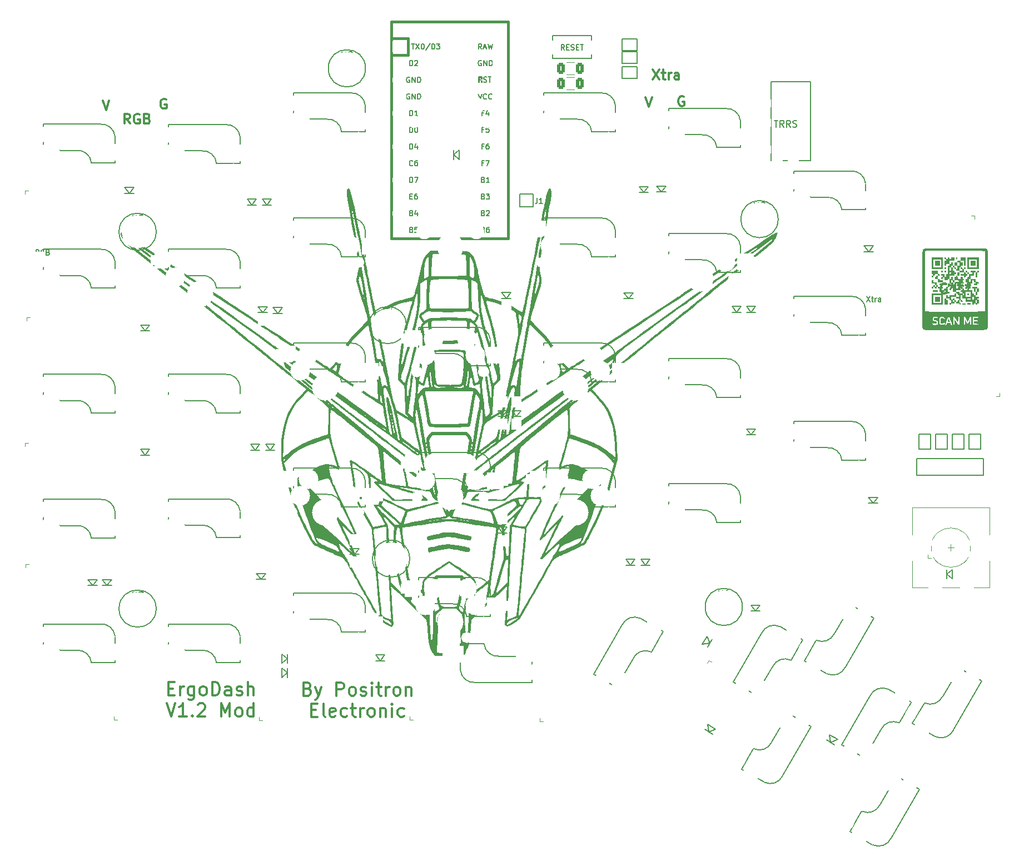
<source format=gto>
G04 #@! TF.GenerationSoftware,KiCad,Pcbnew,(6.0.10)*
G04 #@! TF.CreationDate,2023-03-19T21:25:36+07:00*
G04 #@! TF.ProjectId,ergodash,6572676f-6461-4736-982e-6b696361645f,2.0*
G04 #@! TF.SameCoordinates,Original*
G04 #@! TF.FileFunction,Legend,Top*
G04 #@! TF.FilePolarity,Positive*
%FSLAX46Y46*%
G04 Gerber Fmt 4.6, Leading zero omitted, Abs format (unit mm)*
G04 Created by KiCad (PCBNEW (6.0.10)) date 2023-03-19 21:25:36*
%MOMM*%
%LPD*%
G01*
G04 APERTURE LIST*
G04 Aperture macros list*
%AMRoundRect*
0 Rectangle with rounded corners*
0 $1 Rounding radius*
0 $2 $3 $4 $5 $6 $7 $8 $9 X,Y pos of 4 corners*
0 Add a 4 corners polygon primitive as box body*
4,1,4,$2,$3,$4,$5,$6,$7,$8,$9,$2,$3,0*
0 Add four circle primitives for the rounded corners*
1,1,$1+$1,$2,$3*
1,1,$1+$1,$4,$5*
1,1,$1+$1,$6,$7*
1,1,$1+$1,$8,$9*
0 Add four rect primitives between the rounded corners*
20,1,$1+$1,$2,$3,$4,$5,0*
20,1,$1+$1,$4,$5,$6,$7,0*
20,1,$1+$1,$6,$7,$8,$9,0*
20,1,$1+$1,$8,$9,$2,$3,0*%
%AMHorizOval*
0 Thick line with rounded ends*
0 $1 width*
0 $2 $3 position (X,Y) of the first rounded end (center of the circle)*
0 $4 $5 position (X,Y) of the second rounded end (center of the circle)*
0 Add line between two ends*
20,1,$1,$2,$3,$4,$5,0*
0 Add two circle primitives to create the rounded ends*
1,1,$1,$2,$3*
1,1,$1,$4,$5*%
%AMRotRect*
0 Rectangle, with rotation*
0 The origin of the aperture is its center*
0 $1 length*
0 $2 width*
0 $3 Rotation angle, in degrees counterclockwise*
0 Add horizontal line*
21,1,$1,$2,0,0,$3*%
%AMFreePoly0*
4,1,24,2.735355,1.235355,2.750000,1.200000,2.750000,-0.800000,2.748029,-0.804757,2.749028,-0.809806,2.740927,-0.821903,2.735355,-0.835355,2.730600,-0.837325,2.727735,-0.841603,2.127735,-1.241603,2.113450,-1.244429,2.100000,-1.250000,0.300000,-1.250000,0.264645,-1.235355,0.250000,-1.200000,0.250000,-0.750000,-0.350000,-0.750000,-0.350000,0.750000,0.250000,0.750000,0.250000,1.200000,
0.264645,1.235355,0.300000,1.250000,2.700000,1.250000,2.735355,1.235355,2.735355,1.235355,$1*%
%AMFreePoly1*
4,1,17,-0.364645,1.235355,-0.350000,1.200000,-0.350000,0.750000,0.350000,0.750000,0.350000,-0.750000,-0.350000,-0.750000,-0.350000,-1.200000,-0.364645,-1.235355,-0.400000,-1.250000,-2.800000,-1.250000,-2.835355,-1.235355,-2.850000,-1.200000,-2.850000,1.200000,-2.835355,1.235355,-2.800000,1.250000,-0.400000,1.250000,-0.364645,1.235355,-0.364645,1.235355,$1*%
G04 Aperture macros list end*
%ADD10C,0.300000*%
%ADD11C,0.200000*%
%ADD12C,0.150000*%
%ADD13C,0.120000*%
%ADD14C,0.381000*%
%ADD15C,1.700000*%
%ADD16C,1.900000*%
%ADD17C,4.000000*%
%ADD18HorizOval,2.400000X0.578509X0.689440X-0.578509X-0.689440X0*%
%ADD19O,2.300000X3.337000*%
%ADD20HorizOval,2.400000X0.578509X-0.689440X-0.578509X0.689440X0*%
%ADD21C,1.397000*%
%ADD22C,1.200000*%
%ADD23O,1.700000X2.500000*%
%ADD24R,1.752600X1.752600*%
%ADD25C,1.752600*%
%ADD26C,0.100000*%
%ADD27RoundRect,0.250000X-0.375000X-0.625000X0.375000X-0.625000X0.375000X0.625000X-0.375000X0.625000X0*%
%ADD28C,5.000000*%
%ADD29C,1.524000*%
%ADD30RotRect,1.800000X1.500000X60.000000*%
%ADD31R,1.500000X1.800000*%
%ADD32R,1.800000X1.500000*%
%ADD33RotRect,1.800000X1.500000X150.000000*%
%ADD34R,1.143000X0.635000*%
%ADD35C,3.000000*%
%ADD36FreePoly0,0.000000*%
%ADD37FreePoly1,0.000000*%
%ADD38FreePoly0,240.000000*%
%ADD39FreePoly1,240.000000*%
%ADD40FreePoly0,180.000000*%
%ADD41FreePoly1,180.000000*%
%ADD42FreePoly0,60.000000*%
%ADD43FreePoly1,60.000000*%
%ADD44R,0.635000X1.143000*%
%ADD45C,2.000000*%
%ADD46R,2.000000X3.200000*%
G04 APERTURE END LIST*
D10*
X100849857Y-47383000D02*
X100707000Y-47311571D01*
X100492714Y-47311571D01*
X100278428Y-47383000D01*
X100135571Y-47525857D01*
X100064142Y-47668714D01*
X99992714Y-47954428D01*
X99992714Y-48168714D01*
X100064142Y-48454428D01*
X100135571Y-48597285D01*
X100278428Y-48740142D01*
X100492714Y-48811571D01*
X100635571Y-48811571D01*
X100849857Y-48740142D01*
X100921285Y-48668714D01*
X100921285Y-48168714D01*
X100635571Y-48168714D01*
X95357285Y-51097571D02*
X94857285Y-50383285D01*
X94500142Y-51097571D02*
X94500142Y-49597571D01*
X95071571Y-49597571D01*
X95214428Y-49669000D01*
X95285857Y-49740428D01*
X95357285Y-49883285D01*
X95357285Y-50097571D01*
X95285857Y-50240428D01*
X95214428Y-50311857D01*
X95071571Y-50383285D01*
X94500142Y-50383285D01*
X96785857Y-49669000D02*
X96643000Y-49597571D01*
X96428714Y-49597571D01*
X96214428Y-49669000D01*
X96071571Y-49811857D01*
X96000142Y-49954714D01*
X95928714Y-50240428D01*
X95928714Y-50454714D01*
X96000142Y-50740428D01*
X96071571Y-50883285D01*
X96214428Y-51026142D01*
X96428714Y-51097571D01*
X96571571Y-51097571D01*
X96785857Y-51026142D01*
X96857285Y-50954714D01*
X96857285Y-50454714D01*
X96571571Y-50454714D01*
X98000142Y-50311857D02*
X98214428Y-50383285D01*
X98285857Y-50454714D01*
X98357285Y-50597571D01*
X98357285Y-50811857D01*
X98285857Y-50954714D01*
X98214428Y-51026142D01*
X98071571Y-51097571D01*
X97500142Y-51097571D01*
X97500142Y-49597571D01*
X98000142Y-49597571D01*
X98143000Y-49669000D01*
X98214428Y-49740428D01*
X98285857Y-49883285D01*
X98285857Y-50026142D01*
X98214428Y-50169000D01*
X98143000Y-50240428D01*
X98000142Y-50311857D01*
X97500142Y-50311857D01*
D11*
X207556238Y-77412904D02*
X208089571Y-78212904D01*
X208089571Y-77412904D02*
X207556238Y-78212904D01*
X208280047Y-77679571D02*
X208584809Y-77679571D01*
X208394333Y-77412904D02*
X208394333Y-78098619D01*
X208432428Y-78174809D01*
X208508619Y-78212904D01*
X208584809Y-78212904D01*
X208851476Y-78212904D02*
X208851476Y-77679571D01*
X208851476Y-77831952D02*
X208889571Y-77755761D01*
X208927666Y-77717666D01*
X209003857Y-77679571D01*
X209080047Y-77679571D01*
X209689571Y-78212904D02*
X209689571Y-77793857D01*
X209651476Y-77717666D01*
X209575285Y-77679571D01*
X209422904Y-77679571D01*
X209346714Y-77717666D01*
X209689571Y-78174809D02*
X209613380Y-78212904D01*
X209422904Y-78212904D01*
X209346714Y-78174809D01*
X209308619Y-78098619D01*
X209308619Y-78022428D01*
X209346714Y-77946238D01*
X209422904Y-77908142D01*
X209613380Y-77908142D01*
X209689571Y-77870047D01*
D10*
X174966571Y-42866571D02*
X175966571Y-44366571D01*
X175966571Y-42866571D02*
X174966571Y-44366571D01*
X176323714Y-43366571D02*
X176895142Y-43366571D01*
X176538000Y-42866571D02*
X176538000Y-44152285D01*
X176609428Y-44295142D01*
X176752285Y-44366571D01*
X176895142Y-44366571D01*
X177395142Y-44366571D02*
X177395142Y-43366571D01*
X177395142Y-43652285D02*
X177466571Y-43509428D01*
X177538000Y-43438000D01*
X177680857Y-43366571D01*
X177823714Y-43366571D01*
X178966571Y-44366571D02*
X178966571Y-43580857D01*
X178895142Y-43438000D01*
X178752285Y-43366571D01*
X178466571Y-43366571D01*
X178323714Y-43438000D01*
X178966571Y-44295142D02*
X178823714Y-44366571D01*
X178466571Y-44366571D01*
X178323714Y-44295142D01*
X178252285Y-44152285D01*
X178252285Y-44009428D01*
X178323714Y-43866571D01*
X178466571Y-43795142D01*
X178823714Y-43795142D01*
X178966571Y-43723714D01*
X173871000Y-47057571D02*
X174371000Y-48557571D01*
X174871000Y-47057571D01*
X101219809Y-137134342D02*
X101886476Y-137134342D01*
X102172190Y-138181961D02*
X101219809Y-138181961D01*
X101219809Y-136181961D01*
X102172190Y-136181961D01*
X103029333Y-138181961D02*
X103029333Y-136848628D01*
X103029333Y-137229580D02*
X103124571Y-137039104D01*
X103219809Y-136943866D01*
X103410285Y-136848628D01*
X103600761Y-136848628D01*
X105124571Y-136848628D02*
X105124571Y-138467676D01*
X105029333Y-138658152D01*
X104934095Y-138753390D01*
X104743619Y-138848628D01*
X104457904Y-138848628D01*
X104267428Y-138753390D01*
X105124571Y-138086723D02*
X104934095Y-138181961D01*
X104553142Y-138181961D01*
X104362666Y-138086723D01*
X104267428Y-137991485D01*
X104172190Y-137801009D01*
X104172190Y-137229580D01*
X104267428Y-137039104D01*
X104362666Y-136943866D01*
X104553142Y-136848628D01*
X104934095Y-136848628D01*
X105124571Y-136943866D01*
X106362666Y-138181961D02*
X106172190Y-138086723D01*
X106076952Y-137991485D01*
X105981714Y-137801009D01*
X105981714Y-137229580D01*
X106076952Y-137039104D01*
X106172190Y-136943866D01*
X106362666Y-136848628D01*
X106648380Y-136848628D01*
X106838857Y-136943866D01*
X106934095Y-137039104D01*
X107029333Y-137229580D01*
X107029333Y-137801009D01*
X106934095Y-137991485D01*
X106838857Y-138086723D01*
X106648380Y-138181961D01*
X106362666Y-138181961D01*
X107886476Y-138181961D02*
X107886476Y-136181961D01*
X108362666Y-136181961D01*
X108648380Y-136277200D01*
X108838857Y-136467676D01*
X108934095Y-136658152D01*
X109029333Y-137039104D01*
X109029333Y-137324819D01*
X108934095Y-137705771D01*
X108838857Y-137896247D01*
X108648380Y-138086723D01*
X108362666Y-138181961D01*
X107886476Y-138181961D01*
X110743619Y-138181961D02*
X110743619Y-137134342D01*
X110648380Y-136943866D01*
X110457904Y-136848628D01*
X110076952Y-136848628D01*
X109886476Y-136943866D01*
X110743619Y-138086723D02*
X110553142Y-138181961D01*
X110076952Y-138181961D01*
X109886476Y-138086723D01*
X109791238Y-137896247D01*
X109791238Y-137705771D01*
X109886476Y-137515295D01*
X110076952Y-137420057D01*
X110553142Y-137420057D01*
X110743619Y-137324819D01*
X111600761Y-138086723D02*
X111791238Y-138181961D01*
X112172190Y-138181961D01*
X112362666Y-138086723D01*
X112457904Y-137896247D01*
X112457904Y-137801009D01*
X112362666Y-137610533D01*
X112172190Y-137515295D01*
X111886476Y-137515295D01*
X111696000Y-137420057D01*
X111600761Y-137229580D01*
X111600761Y-137134342D01*
X111696000Y-136943866D01*
X111886476Y-136848628D01*
X112172190Y-136848628D01*
X112362666Y-136943866D01*
X113315047Y-138181961D02*
X113315047Y-136181961D01*
X114172190Y-138181961D02*
X114172190Y-137134342D01*
X114076952Y-136943866D01*
X113886476Y-136848628D01*
X113600761Y-136848628D01*
X113410285Y-136943866D01*
X113315047Y-137039104D01*
X100934095Y-139401961D02*
X101600761Y-141401961D01*
X102267428Y-139401961D01*
X103981714Y-141401961D02*
X102838857Y-141401961D01*
X103410285Y-141401961D02*
X103410285Y-139401961D01*
X103219809Y-139687676D01*
X103029333Y-139878152D01*
X102838857Y-139973390D01*
X104838857Y-141211485D02*
X104934095Y-141306723D01*
X104838857Y-141401961D01*
X104743619Y-141306723D01*
X104838857Y-141211485D01*
X104838857Y-141401961D01*
X105696000Y-139592438D02*
X105791238Y-139497200D01*
X105981714Y-139401961D01*
X106457904Y-139401961D01*
X106648380Y-139497200D01*
X106743619Y-139592438D01*
X106838857Y-139782914D01*
X106838857Y-139973390D01*
X106743619Y-140259104D01*
X105600761Y-141401961D01*
X106838857Y-141401961D01*
X109219809Y-141401961D02*
X109219809Y-139401961D01*
X109886476Y-140830533D01*
X110553142Y-139401961D01*
X110553142Y-141401961D01*
X111791238Y-141401961D02*
X111600761Y-141306723D01*
X111505523Y-141211485D01*
X111410285Y-141021009D01*
X111410285Y-140449580D01*
X111505523Y-140259104D01*
X111600761Y-140163866D01*
X111791238Y-140068628D01*
X112076952Y-140068628D01*
X112267428Y-140163866D01*
X112362666Y-140259104D01*
X112457904Y-140449580D01*
X112457904Y-141021009D01*
X112362666Y-141211485D01*
X112267428Y-141306723D01*
X112076952Y-141401961D01*
X111791238Y-141401961D01*
X114172190Y-141401961D02*
X114172190Y-139401961D01*
X114172190Y-141306723D02*
X113981714Y-141401961D01*
X113600761Y-141401961D01*
X113410285Y-141306723D01*
X113315047Y-141211485D01*
X113219809Y-141021009D01*
X113219809Y-140449580D01*
X113315047Y-140259104D01*
X113410285Y-140163866D01*
X113600761Y-140068628D01*
X113981714Y-140068628D01*
X114172190Y-140163866D01*
X122425771Y-137185142D02*
X122711485Y-137280380D01*
X122806723Y-137375619D01*
X122901961Y-137566095D01*
X122901961Y-137851809D01*
X122806723Y-138042285D01*
X122711485Y-138137523D01*
X122521009Y-138232761D01*
X121759104Y-138232761D01*
X121759104Y-136232761D01*
X122425771Y-136232761D01*
X122616247Y-136328000D01*
X122711485Y-136423238D01*
X122806723Y-136613714D01*
X122806723Y-136804190D01*
X122711485Y-136994666D01*
X122616247Y-137089904D01*
X122425771Y-137185142D01*
X121759104Y-137185142D01*
X123568628Y-136899428D02*
X124044819Y-138232761D01*
X124521009Y-136899428D02*
X124044819Y-138232761D01*
X123854342Y-138708952D01*
X123759104Y-138804190D01*
X123568628Y-138899428D01*
X126806723Y-138232761D02*
X126806723Y-136232761D01*
X127568628Y-136232761D01*
X127759104Y-136328000D01*
X127854342Y-136423238D01*
X127949580Y-136613714D01*
X127949580Y-136899428D01*
X127854342Y-137089904D01*
X127759104Y-137185142D01*
X127568628Y-137280380D01*
X126806723Y-137280380D01*
X129092438Y-138232761D02*
X128901961Y-138137523D01*
X128806723Y-138042285D01*
X128711485Y-137851809D01*
X128711485Y-137280380D01*
X128806723Y-137089904D01*
X128901961Y-136994666D01*
X129092438Y-136899428D01*
X129378152Y-136899428D01*
X129568628Y-136994666D01*
X129663866Y-137089904D01*
X129759104Y-137280380D01*
X129759104Y-137851809D01*
X129663866Y-138042285D01*
X129568628Y-138137523D01*
X129378152Y-138232761D01*
X129092438Y-138232761D01*
X130521009Y-138137523D02*
X130711485Y-138232761D01*
X131092438Y-138232761D01*
X131282914Y-138137523D01*
X131378152Y-137947047D01*
X131378152Y-137851809D01*
X131282914Y-137661333D01*
X131092438Y-137566095D01*
X130806723Y-137566095D01*
X130616247Y-137470857D01*
X130521009Y-137280380D01*
X130521009Y-137185142D01*
X130616247Y-136994666D01*
X130806723Y-136899428D01*
X131092438Y-136899428D01*
X131282914Y-136994666D01*
X132235295Y-138232761D02*
X132235295Y-136899428D01*
X132235295Y-136232761D02*
X132140057Y-136328000D01*
X132235295Y-136423238D01*
X132330533Y-136328000D01*
X132235295Y-136232761D01*
X132235295Y-136423238D01*
X132901961Y-136899428D02*
X133663866Y-136899428D01*
X133187676Y-136232761D02*
X133187676Y-137947047D01*
X133282914Y-138137523D01*
X133473390Y-138232761D01*
X133663866Y-138232761D01*
X134330533Y-138232761D02*
X134330533Y-136899428D01*
X134330533Y-137280380D02*
X134425771Y-137089904D01*
X134521009Y-136994666D01*
X134711485Y-136899428D01*
X134901961Y-136899428D01*
X135854342Y-138232761D02*
X135663866Y-138137523D01*
X135568628Y-138042285D01*
X135473390Y-137851809D01*
X135473390Y-137280380D01*
X135568628Y-137089904D01*
X135663866Y-136994666D01*
X135854342Y-136899428D01*
X136140057Y-136899428D01*
X136330533Y-136994666D01*
X136425771Y-137089904D01*
X136521009Y-137280380D01*
X136521009Y-137851809D01*
X136425771Y-138042285D01*
X136330533Y-138137523D01*
X136140057Y-138232761D01*
X135854342Y-138232761D01*
X137378152Y-136899428D02*
X137378152Y-138232761D01*
X137378152Y-137089904D02*
X137473390Y-136994666D01*
X137663866Y-136899428D01*
X137949580Y-136899428D01*
X138140057Y-136994666D01*
X138235295Y-137185142D01*
X138235295Y-138232761D01*
X122997200Y-140405142D02*
X123663866Y-140405142D01*
X123949580Y-141452761D02*
X122997200Y-141452761D01*
X122997200Y-139452761D01*
X123949580Y-139452761D01*
X125092438Y-141452761D02*
X124901961Y-141357523D01*
X124806723Y-141167047D01*
X124806723Y-139452761D01*
X126616247Y-141357523D02*
X126425771Y-141452761D01*
X126044819Y-141452761D01*
X125854342Y-141357523D01*
X125759104Y-141167047D01*
X125759104Y-140405142D01*
X125854342Y-140214666D01*
X126044819Y-140119428D01*
X126425771Y-140119428D01*
X126616247Y-140214666D01*
X126711485Y-140405142D01*
X126711485Y-140595619D01*
X125759104Y-140786095D01*
X128425771Y-141357523D02*
X128235295Y-141452761D01*
X127854342Y-141452761D01*
X127663866Y-141357523D01*
X127568628Y-141262285D01*
X127473390Y-141071809D01*
X127473390Y-140500380D01*
X127568628Y-140309904D01*
X127663866Y-140214666D01*
X127854342Y-140119428D01*
X128235295Y-140119428D01*
X128425771Y-140214666D01*
X128997200Y-140119428D02*
X129759104Y-140119428D01*
X129282914Y-139452761D02*
X129282914Y-141167047D01*
X129378152Y-141357523D01*
X129568628Y-141452761D01*
X129759104Y-141452761D01*
X130425771Y-141452761D02*
X130425771Y-140119428D01*
X130425771Y-140500380D02*
X130521009Y-140309904D01*
X130616247Y-140214666D01*
X130806723Y-140119428D01*
X130997200Y-140119428D01*
X131949580Y-141452761D02*
X131759104Y-141357523D01*
X131663866Y-141262285D01*
X131568628Y-141071809D01*
X131568628Y-140500380D01*
X131663866Y-140309904D01*
X131759104Y-140214666D01*
X131949580Y-140119428D01*
X132235295Y-140119428D01*
X132425771Y-140214666D01*
X132521009Y-140309904D01*
X132616247Y-140500380D01*
X132616247Y-141071809D01*
X132521009Y-141262285D01*
X132425771Y-141357523D01*
X132235295Y-141452761D01*
X131949580Y-141452761D01*
X133473390Y-140119428D02*
X133473390Y-141452761D01*
X133473390Y-140309904D02*
X133568628Y-140214666D01*
X133759104Y-140119428D01*
X134044819Y-140119428D01*
X134235295Y-140214666D01*
X134330533Y-140405142D01*
X134330533Y-141452761D01*
X135282914Y-141452761D02*
X135282914Y-140119428D01*
X135282914Y-139452761D02*
X135187676Y-139548000D01*
X135282914Y-139643238D01*
X135378152Y-139548000D01*
X135282914Y-139452761D01*
X135282914Y-139643238D01*
X137092438Y-141357523D02*
X136901961Y-141452761D01*
X136521009Y-141452761D01*
X136330533Y-141357523D01*
X136235295Y-141262285D01*
X136140057Y-141071809D01*
X136140057Y-140500380D01*
X136235295Y-140309904D01*
X136330533Y-140214666D01*
X136521009Y-140119428D01*
X136901961Y-140119428D01*
X137092438Y-140214666D01*
D11*
X81489619Y-71100904D02*
X81222952Y-70719952D01*
X81032476Y-71100904D02*
X81032476Y-70300904D01*
X81337238Y-70300904D01*
X81413428Y-70339000D01*
X81451523Y-70377095D01*
X81489619Y-70453285D01*
X81489619Y-70567571D01*
X81451523Y-70643761D01*
X81413428Y-70681857D01*
X81337238Y-70719952D01*
X81032476Y-70719952D01*
X82251523Y-70339000D02*
X82175333Y-70300904D01*
X82061047Y-70300904D01*
X81946761Y-70339000D01*
X81870571Y-70415190D01*
X81832476Y-70491380D01*
X81794380Y-70643761D01*
X81794380Y-70758047D01*
X81832476Y-70910428D01*
X81870571Y-70986619D01*
X81946761Y-71062809D01*
X82061047Y-71100904D01*
X82137238Y-71100904D01*
X82251523Y-71062809D01*
X82289619Y-71024714D01*
X82289619Y-70758047D01*
X82137238Y-70758047D01*
X82899142Y-70681857D02*
X83013428Y-70719952D01*
X83051523Y-70758047D01*
X83089619Y-70834238D01*
X83089619Y-70948523D01*
X83051523Y-71024714D01*
X83013428Y-71062809D01*
X82937238Y-71100904D01*
X82632476Y-71100904D01*
X82632476Y-70300904D01*
X82899142Y-70300904D01*
X82975333Y-70339000D01*
X83013428Y-70377095D01*
X83051523Y-70453285D01*
X83051523Y-70529476D01*
X83013428Y-70605666D01*
X82975333Y-70643761D01*
X82899142Y-70681857D01*
X82632476Y-70681857D01*
D10*
X92194000Y-47565571D02*
X91694000Y-49065571D01*
X91194000Y-47565571D01*
X179716857Y-47002000D02*
X179574000Y-46930571D01*
X179359714Y-46930571D01*
X179145428Y-47002000D01*
X179002571Y-47144857D01*
X178931142Y-47287714D01*
X178859714Y-47573428D01*
X178859714Y-47787714D01*
X178931142Y-48073428D01*
X179002571Y-48216285D01*
X179145428Y-48359142D01*
X179359714Y-48430571D01*
X179502571Y-48430571D01*
X179716857Y-48359142D01*
X179788285Y-48287714D01*
X179788285Y-47787714D01*
X179502571Y-47787714D01*
D12*
X133858095Y-79240380D02*
X133858095Y-80049904D01*
X133905714Y-80145142D01*
X133953333Y-80192761D01*
X134048571Y-80240380D01*
X134239047Y-80240380D01*
X134334285Y-80192761D01*
X134381904Y-80145142D01*
X134429523Y-80049904D01*
X134429523Y-79240380D01*
X135429523Y-80240380D02*
X134858095Y-80240380D01*
X135143809Y-80240380D02*
X135143809Y-79240380D01*
X135048571Y-79383238D01*
X134953333Y-79478476D01*
X134858095Y-79526095D01*
X190483095Y-63096630D02*
X190483095Y-63906154D01*
X190530714Y-64001392D01*
X190578333Y-64049011D01*
X190673571Y-64096630D01*
X190864047Y-64096630D01*
X190959285Y-64049011D01*
X191006904Y-64001392D01*
X191054523Y-63906154D01*
X191054523Y-63096630D01*
X191483095Y-63191869D02*
X191530714Y-63144250D01*
X191625952Y-63096630D01*
X191864047Y-63096630D01*
X191959285Y-63144250D01*
X192006904Y-63191869D01*
X192054523Y-63287107D01*
X192054523Y-63382345D01*
X192006904Y-63525202D01*
X191435476Y-64096630D01*
X192054523Y-64096630D01*
X185039095Y-122166380D02*
X185039095Y-122975904D01*
X185086714Y-123071142D01*
X185134333Y-123118761D01*
X185229571Y-123166380D01*
X185420047Y-123166380D01*
X185515285Y-123118761D01*
X185562904Y-123071142D01*
X185610523Y-122975904D01*
X185610523Y-122166380D01*
X186515285Y-122499714D02*
X186515285Y-123166380D01*
X186277190Y-122118761D02*
X186039095Y-122833047D01*
X186658142Y-122833047D01*
X95758095Y-65016380D02*
X95758095Y-65825904D01*
X95805714Y-65921142D01*
X95853333Y-65968761D01*
X95948571Y-66016380D01*
X96139047Y-66016380D01*
X96234285Y-65968761D01*
X96281904Y-65921142D01*
X96329523Y-65825904D01*
X96329523Y-65016380D01*
X97281904Y-65016380D02*
X96805714Y-65016380D01*
X96758095Y-65492571D01*
X96805714Y-65444952D01*
X96900952Y-65397333D01*
X97139047Y-65397333D01*
X97234285Y-65444952D01*
X97281904Y-65492571D01*
X97329523Y-65587809D01*
X97329523Y-65825904D01*
X97281904Y-65921142D01*
X97234285Y-65968761D01*
X97139047Y-66016380D01*
X96900952Y-66016380D01*
X96805714Y-65968761D01*
X96758095Y-65921142D01*
X95758095Y-122420380D02*
X95758095Y-123229904D01*
X95805714Y-123325142D01*
X95853333Y-123372761D01*
X95948571Y-123420380D01*
X96139047Y-123420380D01*
X96234285Y-123372761D01*
X96281904Y-123325142D01*
X96329523Y-123229904D01*
X96329523Y-122420380D01*
X96710476Y-122420380D02*
X97377142Y-122420380D01*
X96948571Y-123420380D01*
X134366095Y-114800380D02*
X134366095Y-115609904D01*
X134413714Y-115705142D01*
X134461333Y-115752761D01*
X134556571Y-115800380D01*
X134747047Y-115800380D01*
X134842285Y-115752761D01*
X134889904Y-115705142D01*
X134937523Y-115609904D01*
X134937523Y-114800380D01*
X135556571Y-115228952D02*
X135461333Y-115181333D01*
X135413714Y-115133714D01*
X135366095Y-115038476D01*
X135366095Y-114990857D01*
X135413714Y-114895619D01*
X135461333Y-114848000D01*
X135556571Y-114800380D01*
X135747047Y-114800380D01*
X135842285Y-114848000D01*
X135889904Y-114895619D01*
X135937523Y-114990857D01*
X135937523Y-115038476D01*
X135889904Y-115133714D01*
X135842285Y-115181333D01*
X135747047Y-115228952D01*
X135556571Y-115228952D01*
X135461333Y-115276571D01*
X135413714Y-115324190D01*
X135366095Y-115419428D01*
X135366095Y-115609904D01*
X135413714Y-115705142D01*
X135461333Y-115752761D01*
X135556571Y-115800380D01*
X135747047Y-115800380D01*
X135842285Y-115752761D01*
X135889904Y-115705142D01*
X135937523Y-115609904D01*
X135937523Y-115419428D01*
X135889904Y-115324190D01*
X135842285Y-115276571D01*
X135747047Y-115228952D01*
X127635095Y-40124380D02*
X127635095Y-40933904D01*
X127682714Y-41029142D01*
X127730333Y-41076761D01*
X127825571Y-41124380D01*
X128016047Y-41124380D01*
X128111285Y-41076761D01*
X128158904Y-41029142D01*
X128206523Y-40933904D01*
X128206523Y-40124380D01*
X128730333Y-41124380D02*
X128920809Y-41124380D01*
X129016047Y-41076761D01*
X129063666Y-41029142D01*
X129158904Y-40886285D01*
X129206523Y-40695809D01*
X129206523Y-40314857D01*
X129158904Y-40219619D01*
X129111285Y-40172000D01*
X129016047Y-40124380D01*
X128825571Y-40124380D01*
X128730333Y-40172000D01*
X128682714Y-40219619D01*
X128635095Y-40314857D01*
X128635095Y-40552952D01*
X128682714Y-40648190D01*
X128730333Y-40695809D01*
X128825571Y-40743428D01*
X129016047Y-40743428D01*
X129111285Y-40695809D01*
X129158904Y-40648190D01*
X129206523Y-40552952D01*
X157381866Y-62443695D02*
X157381866Y-63024266D01*
X157343161Y-63140380D01*
X157265752Y-63217790D01*
X157149638Y-63256495D01*
X157072228Y-63256495D01*
X158194666Y-63256495D02*
X157730209Y-63256495D01*
X157962438Y-63256495D02*
X157962438Y-62443695D01*
X157885028Y-62559809D01*
X157807619Y-62637219D01*
X157730209Y-62675923D01*
X193480095Y-50617380D02*
X194051523Y-50617380D01*
X193765809Y-51617380D02*
X193765809Y-50617380D01*
X194956285Y-51617380D02*
X194622952Y-51141190D01*
X194384857Y-51617380D02*
X194384857Y-50617380D01*
X194765809Y-50617380D01*
X194861047Y-50665000D01*
X194908666Y-50712619D01*
X194956285Y-50807857D01*
X194956285Y-50950714D01*
X194908666Y-51045952D01*
X194861047Y-51093571D01*
X194765809Y-51141190D01*
X194384857Y-51141190D01*
X195956285Y-51617380D02*
X195622952Y-51141190D01*
X195384857Y-51617380D02*
X195384857Y-50617380D01*
X195765809Y-50617380D01*
X195861047Y-50665000D01*
X195908666Y-50712619D01*
X195956285Y-50807857D01*
X195956285Y-50950714D01*
X195908666Y-51045952D01*
X195861047Y-51093571D01*
X195765809Y-51141190D01*
X195384857Y-51141190D01*
X196337238Y-51569761D02*
X196480095Y-51617380D01*
X196718190Y-51617380D01*
X196813428Y-51569761D01*
X196861047Y-51522142D01*
X196908666Y-51426904D01*
X196908666Y-51331666D01*
X196861047Y-51236428D01*
X196813428Y-51188809D01*
X196718190Y-51141190D01*
X196527714Y-51093571D01*
X196432476Y-51045952D01*
X196384857Y-50998333D01*
X196337238Y-50903095D01*
X196337238Y-50807857D01*
X196384857Y-50712619D01*
X196432476Y-50665000D01*
X196527714Y-50617380D01*
X196765809Y-50617380D01*
X196908666Y-50665000D01*
D10*
X219688228Y-75539600D02*
X219543085Y-75467028D01*
X219325371Y-75467028D01*
X219107657Y-75539600D01*
X218962514Y-75684742D01*
X218889942Y-75829885D01*
X218817371Y-76120171D01*
X218817371Y-76337885D01*
X218889942Y-76628171D01*
X218962514Y-76773314D01*
X219107657Y-76918457D01*
X219325371Y-76991028D01*
X219470514Y-76991028D01*
X219688228Y-76918457D01*
X219760800Y-76845885D01*
X219760800Y-76337885D01*
X219470514Y-76337885D01*
X220631657Y-75467028D02*
X220631657Y-75829885D01*
X220268800Y-75684742D02*
X220631657Y-75829885D01*
X220994514Y-75684742D01*
X220413942Y-76120171D02*
X220631657Y-75829885D01*
X220849371Y-76120171D01*
X221792800Y-75467028D02*
X221792800Y-75829885D01*
X221429942Y-75684742D02*
X221792800Y-75829885D01*
X222155657Y-75684742D01*
X221575085Y-76120171D02*
X221792800Y-75829885D01*
X222010514Y-76120171D01*
X222953942Y-75467028D02*
X222953942Y-75829885D01*
X222591085Y-75684742D02*
X222953942Y-75829885D01*
X223316800Y-75684742D01*
X222736228Y-76120171D02*
X222953942Y-75829885D01*
X223171657Y-76120171D01*
D12*
X161525095Y-39858904D02*
X161258428Y-39477952D01*
X161067952Y-39858904D02*
X161067952Y-39058904D01*
X161372714Y-39058904D01*
X161448904Y-39097000D01*
X161487000Y-39135095D01*
X161525095Y-39211285D01*
X161525095Y-39325571D01*
X161487000Y-39401761D01*
X161448904Y-39439857D01*
X161372714Y-39477952D01*
X161067952Y-39477952D01*
X161867952Y-39439857D02*
X162134619Y-39439857D01*
X162248904Y-39858904D02*
X161867952Y-39858904D01*
X161867952Y-39058904D01*
X162248904Y-39058904D01*
X162553666Y-39820809D02*
X162667952Y-39858904D01*
X162858428Y-39858904D01*
X162934619Y-39820809D01*
X162972714Y-39782714D01*
X163010809Y-39706523D01*
X163010809Y-39630333D01*
X162972714Y-39554142D01*
X162934619Y-39516047D01*
X162858428Y-39477952D01*
X162706047Y-39439857D01*
X162629857Y-39401761D01*
X162591761Y-39363666D01*
X162553666Y-39287476D01*
X162553666Y-39211285D01*
X162591761Y-39135095D01*
X162629857Y-39097000D01*
X162706047Y-39058904D01*
X162896523Y-39058904D01*
X163010809Y-39097000D01*
X163353666Y-39439857D02*
X163620333Y-39439857D01*
X163734619Y-39858904D02*
X163353666Y-39858904D01*
X163353666Y-39058904D01*
X163734619Y-39058904D01*
X163963190Y-39058904D02*
X164420333Y-39058904D01*
X164191761Y-39858904D02*
X164191761Y-39058904D01*
X149212333Y-52012857D02*
X148945666Y-52012857D01*
X148945666Y-52431904D02*
X148945666Y-51631904D01*
X149326619Y-51631904D01*
X150012333Y-51631904D02*
X149631380Y-51631904D01*
X149593285Y-52012857D01*
X149631380Y-51974761D01*
X149707571Y-51936666D01*
X149898047Y-51936666D01*
X149974238Y-51974761D01*
X150012333Y-52012857D01*
X150050428Y-52089047D01*
X150050428Y-52279523D01*
X150012333Y-52355714D01*
X149974238Y-52393809D01*
X149898047Y-52431904D01*
X149707571Y-52431904D01*
X149631380Y-52393809D01*
X149593285Y-52355714D01*
X137966523Y-42271904D02*
X137966523Y-41471904D01*
X138157000Y-41471904D01*
X138271285Y-41510000D01*
X138347476Y-41586190D01*
X138385571Y-41662380D01*
X138423666Y-41814761D01*
X138423666Y-41929047D01*
X138385571Y-42081428D01*
X138347476Y-42157619D01*
X138271285Y-42233809D01*
X138157000Y-42271904D01*
X137966523Y-42271904D01*
X138728428Y-41548095D02*
X138766523Y-41510000D01*
X138842714Y-41471904D01*
X139033190Y-41471904D01*
X139109380Y-41510000D01*
X139147476Y-41548095D01*
X139185571Y-41624285D01*
X139185571Y-41700476D01*
X139147476Y-41814761D01*
X138690333Y-42271904D01*
X139185571Y-42271904D01*
X137966523Y-49891904D02*
X137966523Y-49091904D01*
X138157000Y-49091904D01*
X138271285Y-49130000D01*
X138347476Y-49206190D01*
X138385571Y-49282380D01*
X138423666Y-49434761D01*
X138423666Y-49549047D01*
X138385571Y-49701428D01*
X138347476Y-49777619D01*
X138271285Y-49853809D01*
X138157000Y-49891904D01*
X137966523Y-49891904D01*
X139185571Y-49891904D02*
X138728428Y-49891904D01*
X138957000Y-49891904D02*
X138957000Y-49091904D01*
X138880809Y-49206190D01*
X138804619Y-49282380D01*
X138728428Y-49320476D01*
X138233190Y-67252857D02*
X138347476Y-67290952D01*
X138385571Y-67329047D01*
X138423666Y-67405238D01*
X138423666Y-67519523D01*
X138385571Y-67595714D01*
X138347476Y-67633809D01*
X138271285Y-67671904D01*
X137966523Y-67671904D01*
X137966523Y-66871904D01*
X138233190Y-66871904D01*
X138309380Y-66910000D01*
X138347476Y-66948095D01*
X138385571Y-67024285D01*
X138385571Y-67100476D01*
X138347476Y-67176666D01*
X138309380Y-67214761D01*
X138233190Y-67252857D01*
X137966523Y-67252857D01*
X139147476Y-66871904D02*
X138766523Y-66871904D01*
X138728428Y-67252857D01*
X138766523Y-67214761D01*
X138842714Y-67176666D01*
X139033190Y-67176666D01*
X139109380Y-67214761D01*
X139147476Y-67252857D01*
X139185571Y-67329047D01*
X139185571Y-67519523D01*
X139147476Y-67595714D01*
X139109380Y-67633809D01*
X139033190Y-67671904D01*
X138842714Y-67671904D01*
X138766523Y-67633809D01*
X138728428Y-67595714D01*
X149212333Y-57092857D02*
X148945666Y-57092857D01*
X148945666Y-57511904D02*
X148945666Y-56711904D01*
X149326619Y-56711904D01*
X149555190Y-56711904D02*
X150088523Y-56711904D01*
X149745666Y-57511904D01*
X138255651Y-38931904D02*
X138712794Y-38931904D01*
X138484223Y-39731904D02*
X138484223Y-38931904D01*
X138903270Y-38931904D02*
X139436604Y-39731904D01*
X139436604Y-38931904D02*
X138903270Y-39731904D01*
X139893747Y-38931904D02*
X139969937Y-38931904D01*
X140046128Y-38970000D01*
X140084223Y-39008095D01*
X140122318Y-39084285D01*
X140160413Y-39236666D01*
X140160413Y-39427142D01*
X140122318Y-39579523D01*
X140084223Y-39655714D01*
X140046128Y-39693809D01*
X139969937Y-39731904D01*
X139893747Y-39731904D01*
X139817556Y-39693809D01*
X139779461Y-39655714D01*
X139741366Y-39579523D01*
X139703270Y-39427142D01*
X139703270Y-39236666D01*
X139741366Y-39084285D01*
X139779461Y-39008095D01*
X139817556Y-38970000D01*
X139893747Y-38931904D01*
X141074699Y-38893809D02*
X140388985Y-39922380D01*
X141341366Y-39731904D02*
X141341366Y-38931904D01*
X141531842Y-38931904D01*
X141646128Y-38970000D01*
X141722318Y-39046190D01*
X141760413Y-39122380D01*
X141798508Y-39274761D01*
X141798508Y-39389047D01*
X141760413Y-39541428D01*
X141722318Y-39617619D01*
X141646128Y-39693809D01*
X141531842Y-39731904D01*
X141341366Y-39731904D01*
X142065175Y-38931904D02*
X142560413Y-38931904D01*
X142293747Y-39236666D01*
X142408032Y-39236666D01*
X142484223Y-39274761D01*
X142522318Y-39312857D01*
X142560413Y-39389047D01*
X142560413Y-39579523D01*
X142522318Y-39655714D01*
X142484223Y-39693809D01*
X142408032Y-39731904D01*
X142179461Y-39731904D01*
X142103270Y-39693809D01*
X142065175Y-39655714D01*
X149212333Y-49472857D02*
X148945666Y-49472857D01*
X148945666Y-49891904D02*
X148945666Y-49091904D01*
X149326619Y-49091904D01*
X149974238Y-49358571D02*
X149974238Y-49891904D01*
X149783761Y-49053809D02*
X149593285Y-49625238D01*
X150088523Y-49625238D01*
X149155190Y-67252857D02*
X149269476Y-67290952D01*
X149307571Y-67329047D01*
X149345666Y-67405238D01*
X149345666Y-67519523D01*
X149307571Y-67595714D01*
X149269476Y-67633809D01*
X149193285Y-67671904D01*
X148888523Y-67671904D01*
X148888523Y-66871904D01*
X149155190Y-66871904D01*
X149231380Y-66910000D01*
X149269476Y-66948095D01*
X149307571Y-67024285D01*
X149307571Y-67100476D01*
X149269476Y-67176666D01*
X149231380Y-67214761D01*
X149155190Y-67252857D01*
X148888523Y-67252857D01*
X150031380Y-66871904D02*
X149879000Y-66871904D01*
X149802809Y-66910000D01*
X149764714Y-66948095D01*
X149688523Y-67062380D01*
X149650428Y-67214761D01*
X149650428Y-67519523D01*
X149688523Y-67595714D01*
X149726619Y-67633809D01*
X149802809Y-67671904D01*
X149955190Y-67671904D01*
X150031380Y-67633809D01*
X150069476Y-67595714D01*
X150107571Y-67519523D01*
X150107571Y-67329047D01*
X150069476Y-67252857D01*
X150031380Y-67214761D01*
X149955190Y-67176666D01*
X149802809Y-67176666D01*
X149726619Y-67214761D01*
X149688523Y-67252857D01*
X149650428Y-67329047D01*
X149155190Y-64712857D02*
X149269476Y-64750952D01*
X149307571Y-64789047D01*
X149345666Y-64865238D01*
X149345666Y-64979523D01*
X149307571Y-65055714D01*
X149269476Y-65093809D01*
X149193285Y-65131904D01*
X148888523Y-65131904D01*
X148888523Y-64331904D01*
X149155190Y-64331904D01*
X149231380Y-64370000D01*
X149269476Y-64408095D01*
X149307571Y-64484285D01*
X149307571Y-64560476D01*
X149269476Y-64636666D01*
X149231380Y-64674761D01*
X149155190Y-64712857D01*
X148888523Y-64712857D01*
X149650428Y-64408095D02*
X149688523Y-64370000D01*
X149764714Y-64331904D01*
X149955190Y-64331904D01*
X150031380Y-64370000D01*
X150069476Y-64408095D01*
X150107571Y-64484285D01*
X150107571Y-64560476D01*
X150069476Y-64674761D01*
X149612333Y-65131904D01*
X150107571Y-65131904D01*
X149212333Y-54552857D02*
X148945666Y-54552857D01*
X148945666Y-54971904D02*
X148945666Y-54171904D01*
X149326619Y-54171904D01*
X149974238Y-54171904D02*
X149821857Y-54171904D01*
X149745666Y-54210000D01*
X149707571Y-54248095D01*
X149631380Y-54362380D01*
X149593285Y-54514761D01*
X149593285Y-54819523D01*
X149631380Y-54895714D01*
X149669476Y-54933809D01*
X149745666Y-54971904D01*
X149898047Y-54971904D01*
X149974238Y-54933809D01*
X150012333Y-54895714D01*
X150050428Y-54819523D01*
X150050428Y-54629047D01*
X150012333Y-54552857D01*
X149974238Y-54514761D01*
X149898047Y-54476666D01*
X149745666Y-54476666D01*
X149669476Y-54514761D01*
X149631380Y-54552857D01*
X149593285Y-54629047D01*
X138004619Y-62172857D02*
X138271285Y-62172857D01*
X138385571Y-62591904D02*
X138004619Y-62591904D01*
X138004619Y-61791904D01*
X138385571Y-61791904D01*
X139071285Y-61791904D02*
X138918904Y-61791904D01*
X138842714Y-61830000D01*
X138804619Y-61868095D01*
X138728428Y-61982380D01*
X138690333Y-62134761D01*
X138690333Y-62439523D01*
X138728428Y-62515714D01*
X138766523Y-62553809D01*
X138842714Y-62591904D01*
X138995095Y-62591904D01*
X139071285Y-62553809D01*
X139109380Y-62515714D01*
X139147476Y-62439523D01*
X139147476Y-62249047D01*
X139109380Y-62172857D01*
X139071285Y-62134761D01*
X138995095Y-62096666D01*
X138842714Y-62096666D01*
X138766523Y-62134761D01*
X138728428Y-62172857D01*
X138690333Y-62249047D01*
X148926619Y-39731904D02*
X148659952Y-39350952D01*
X148469476Y-39731904D02*
X148469476Y-38931904D01*
X148774238Y-38931904D01*
X148850428Y-38970000D01*
X148888523Y-39008095D01*
X148926619Y-39084285D01*
X148926619Y-39198571D01*
X148888523Y-39274761D01*
X148850428Y-39312857D01*
X148774238Y-39350952D01*
X148469476Y-39350952D01*
X149231380Y-39503333D02*
X149612333Y-39503333D01*
X149155190Y-39731904D02*
X149421857Y-38931904D01*
X149688523Y-39731904D01*
X149879000Y-38931904D02*
X150069476Y-39731904D01*
X150221857Y-39160476D01*
X150374238Y-39731904D01*
X150564714Y-38931904D01*
X149155190Y-59632857D02*
X149269476Y-59670952D01*
X149307571Y-59709047D01*
X149345666Y-59785238D01*
X149345666Y-59899523D01*
X149307571Y-59975714D01*
X149269476Y-60013809D01*
X149193285Y-60051904D01*
X148888523Y-60051904D01*
X148888523Y-59251904D01*
X149155190Y-59251904D01*
X149231380Y-59290000D01*
X149269476Y-59328095D01*
X149307571Y-59404285D01*
X149307571Y-59480476D01*
X149269476Y-59556666D01*
X149231380Y-59594761D01*
X149155190Y-59632857D01*
X148888523Y-59632857D01*
X150107571Y-60051904D02*
X149650428Y-60051904D01*
X149879000Y-60051904D02*
X149879000Y-59251904D01*
X149802809Y-59366190D01*
X149726619Y-59442380D01*
X149650428Y-59480476D01*
X137947476Y-46590000D02*
X137871285Y-46551904D01*
X137757000Y-46551904D01*
X137642714Y-46590000D01*
X137566523Y-46666190D01*
X137528428Y-46742380D01*
X137490333Y-46894761D01*
X137490333Y-47009047D01*
X137528428Y-47161428D01*
X137566523Y-47237619D01*
X137642714Y-47313809D01*
X137757000Y-47351904D01*
X137833190Y-47351904D01*
X137947476Y-47313809D01*
X137985571Y-47275714D01*
X137985571Y-47009047D01*
X137833190Y-47009047D01*
X138328428Y-47351904D02*
X138328428Y-46551904D01*
X138785571Y-47351904D01*
X138785571Y-46551904D01*
X139166523Y-47351904D02*
X139166523Y-46551904D01*
X139357000Y-46551904D01*
X139471285Y-46590000D01*
X139547476Y-46666190D01*
X139585571Y-46742380D01*
X139623666Y-46894761D01*
X139623666Y-47009047D01*
X139585571Y-47161428D01*
X139547476Y-47237619D01*
X139471285Y-47313809D01*
X139357000Y-47351904D01*
X139166523Y-47351904D01*
X138233190Y-64712857D02*
X138347476Y-64750952D01*
X138385571Y-64789047D01*
X138423666Y-64865238D01*
X138423666Y-64979523D01*
X138385571Y-65055714D01*
X138347476Y-65093809D01*
X138271285Y-65131904D01*
X137966523Y-65131904D01*
X137966523Y-64331904D01*
X138233190Y-64331904D01*
X138309380Y-64370000D01*
X138347476Y-64408095D01*
X138385571Y-64484285D01*
X138385571Y-64560476D01*
X138347476Y-64636666D01*
X138309380Y-64674761D01*
X138233190Y-64712857D01*
X137966523Y-64712857D01*
X139109380Y-64598571D02*
X139109380Y-65131904D01*
X138918904Y-64293809D02*
X138728428Y-64865238D01*
X139223666Y-64865238D01*
X148412333Y-46551904D02*
X148679000Y-47351904D01*
X148945666Y-46551904D01*
X149669476Y-47275714D02*
X149631380Y-47313809D01*
X149517095Y-47351904D01*
X149440904Y-47351904D01*
X149326619Y-47313809D01*
X149250428Y-47237619D01*
X149212333Y-47161428D01*
X149174238Y-47009047D01*
X149174238Y-46894761D01*
X149212333Y-46742380D01*
X149250428Y-46666190D01*
X149326619Y-46590000D01*
X149440904Y-46551904D01*
X149517095Y-46551904D01*
X149631380Y-46590000D01*
X149669476Y-46628095D01*
X150469476Y-47275714D02*
X150431380Y-47313809D01*
X150317095Y-47351904D01*
X150240904Y-47351904D01*
X150126619Y-47313809D01*
X150050428Y-47237619D01*
X150012333Y-47161428D01*
X149974238Y-47009047D01*
X149974238Y-46894761D01*
X150012333Y-46742380D01*
X150050428Y-46666190D01*
X150126619Y-46590000D01*
X150240904Y-46551904D01*
X150317095Y-46551904D01*
X150431380Y-46590000D01*
X150469476Y-46628095D01*
X148869476Y-41510000D02*
X148793285Y-41471904D01*
X148679000Y-41471904D01*
X148564714Y-41510000D01*
X148488523Y-41586190D01*
X148450428Y-41662380D01*
X148412333Y-41814761D01*
X148412333Y-41929047D01*
X148450428Y-42081428D01*
X148488523Y-42157619D01*
X148564714Y-42233809D01*
X148679000Y-42271904D01*
X148755190Y-42271904D01*
X148869476Y-42233809D01*
X148907571Y-42195714D01*
X148907571Y-41929047D01*
X148755190Y-41929047D01*
X149250428Y-42271904D02*
X149250428Y-41471904D01*
X149707571Y-42271904D01*
X149707571Y-41471904D01*
X150088523Y-42271904D02*
X150088523Y-41471904D01*
X150279000Y-41471904D01*
X150393285Y-41510000D01*
X150469476Y-41586190D01*
X150507571Y-41662380D01*
X150545666Y-41814761D01*
X150545666Y-41929047D01*
X150507571Y-42081428D01*
X150469476Y-42157619D01*
X150393285Y-42233809D01*
X150279000Y-42271904D01*
X150088523Y-42271904D01*
X137966523Y-54971904D02*
X137966523Y-54171904D01*
X138157000Y-54171904D01*
X138271285Y-54210000D01*
X138347476Y-54286190D01*
X138385571Y-54362380D01*
X138423666Y-54514761D01*
X138423666Y-54629047D01*
X138385571Y-54781428D01*
X138347476Y-54857619D01*
X138271285Y-54933809D01*
X138157000Y-54971904D01*
X137966523Y-54971904D01*
X139109380Y-54438571D02*
X139109380Y-54971904D01*
X138918904Y-54133809D02*
X138728428Y-54705238D01*
X139223666Y-54705238D01*
X137947476Y-44050000D02*
X137871285Y-44011904D01*
X137757000Y-44011904D01*
X137642714Y-44050000D01*
X137566523Y-44126190D01*
X137528428Y-44202380D01*
X137490333Y-44354761D01*
X137490333Y-44469047D01*
X137528428Y-44621428D01*
X137566523Y-44697619D01*
X137642714Y-44773809D01*
X137757000Y-44811904D01*
X137833190Y-44811904D01*
X137947476Y-44773809D01*
X137985571Y-44735714D01*
X137985571Y-44469047D01*
X137833190Y-44469047D01*
X138328428Y-44811904D02*
X138328428Y-44011904D01*
X138785571Y-44811904D01*
X138785571Y-44011904D01*
X139166523Y-44811904D02*
X139166523Y-44011904D01*
X139357000Y-44011904D01*
X139471285Y-44050000D01*
X139547476Y-44126190D01*
X139585571Y-44202380D01*
X139623666Y-44354761D01*
X139623666Y-44469047D01*
X139585571Y-44621428D01*
X139547476Y-44697619D01*
X139471285Y-44773809D01*
X139357000Y-44811904D01*
X139166523Y-44811904D01*
X137966523Y-52431904D02*
X137966523Y-51631904D01*
X138157000Y-51631904D01*
X138271285Y-51670000D01*
X138347476Y-51746190D01*
X138385571Y-51822380D01*
X138423666Y-51974761D01*
X138423666Y-52089047D01*
X138385571Y-52241428D01*
X138347476Y-52317619D01*
X138271285Y-52393809D01*
X138157000Y-52431904D01*
X137966523Y-52431904D01*
X138918904Y-51631904D02*
X138995095Y-51631904D01*
X139071285Y-51670000D01*
X139109380Y-51708095D01*
X139147476Y-51784285D01*
X139185571Y-51936666D01*
X139185571Y-52127142D01*
X139147476Y-52279523D01*
X139109380Y-52355714D01*
X139071285Y-52393809D01*
X138995095Y-52431904D01*
X138918904Y-52431904D01*
X138842714Y-52393809D01*
X138804619Y-52355714D01*
X138766523Y-52279523D01*
X138728428Y-52127142D01*
X138728428Y-51936666D01*
X138766523Y-51784285D01*
X138804619Y-51708095D01*
X138842714Y-51670000D01*
X138918904Y-51631904D01*
X149155190Y-62172857D02*
X149269476Y-62210952D01*
X149307571Y-62249047D01*
X149345666Y-62325238D01*
X149345666Y-62439523D01*
X149307571Y-62515714D01*
X149269476Y-62553809D01*
X149193285Y-62591904D01*
X148888523Y-62591904D01*
X148888523Y-61791904D01*
X149155190Y-61791904D01*
X149231380Y-61830000D01*
X149269476Y-61868095D01*
X149307571Y-61944285D01*
X149307571Y-62020476D01*
X149269476Y-62096666D01*
X149231380Y-62134761D01*
X149155190Y-62172857D01*
X148888523Y-62172857D01*
X149612333Y-61791904D02*
X150107571Y-61791904D01*
X149840904Y-62096666D01*
X149955190Y-62096666D01*
X150031380Y-62134761D01*
X150069476Y-62172857D01*
X150107571Y-62249047D01*
X150107571Y-62439523D01*
X150069476Y-62515714D01*
X150031380Y-62553809D01*
X149955190Y-62591904D01*
X149726619Y-62591904D01*
X149650428Y-62553809D01*
X149612333Y-62515714D01*
X138423666Y-57435714D02*
X138385571Y-57473809D01*
X138271285Y-57511904D01*
X138195095Y-57511904D01*
X138080809Y-57473809D01*
X138004619Y-57397619D01*
X137966523Y-57321428D01*
X137928428Y-57169047D01*
X137928428Y-57054761D01*
X137966523Y-56902380D01*
X138004619Y-56826190D01*
X138080809Y-56750000D01*
X138195095Y-56711904D01*
X138271285Y-56711904D01*
X138385571Y-56750000D01*
X138423666Y-56788095D01*
X139109380Y-56711904D02*
X138957000Y-56711904D01*
X138880809Y-56750000D01*
X138842714Y-56788095D01*
X138766523Y-56902380D01*
X138728428Y-57054761D01*
X138728428Y-57359523D01*
X138766523Y-57435714D01*
X138804619Y-57473809D01*
X138880809Y-57511904D01*
X139033190Y-57511904D01*
X139109380Y-57473809D01*
X139147476Y-57435714D01*
X139185571Y-57359523D01*
X139185571Y-57169047D01*
X139147476Y-57092857D01*
X139109380Y-57054761D01*
X139033190Y-57016666D01*
X138880809Y-57016666D01*
X138804619Y-57054761D01*
X138766523Y-57092857D01*
X138728428Y-57169047D01*
X149217786Y-44743809D02*
X149332072Y-44781904D01*
X149522548Y-44781904D01*
X149598739Y-44743809D01*
X149636834Y-44705714D01*
X149674929Y-44629523D01*
X149674929Y-44553333D01*
X149636834Y-44477142D01*
X149598739Y-44439047D01*
X149522548Y-44400952D01*
X149370167Y-44362857D01*
X149293977Y-44324761D01*
X149255881Y-44286666D01*
X149217786Y-44210476D01*
X149217786Y-44134285D01*
X149255881Y-44058095D01*
X149293977Y-44020000D01*
X149370167Y-43981904D01*
X149560643Y-43981904D01*
X149674929Y-44020000D01*
X149903500Y-43981904D02*
X150360643Y-43981904D01*
X150132072Y-44781904D02*
X150132072Y-43981904D01*
X137966523Y-60051904D02*
X137966523Y-59251904D01*
X138157000Y-59251904D01*
X138271285Y-59290000D01*
X138347476Y-59366190D01*
X138385571Y-59442380D01*
X138423666Y-59594761D01*
X138423666Y-59709047D01*
X138385571Y-59861428D01*
X138347476Y-59937619D01*
X138271285Y-60013809D01*
X138157000Y-60051904D01*
X137966523Y-60051904D01*
X138690333Y-59251904D02*
X139223666Y-59251904D01*
X138880809Y-60051904D01*
D13*
X161830936Y-45868000D02*
X163035064Y-45868000D01*
X161830936Y-44048000D02*
X163035064Y-44048000D01*
D12*
X137448427Y-81788000D02*
G75*
G03*
X137448427Y-81788000I-2828427J0D01*
G01*
X194073427Y-65644250D02*
G75*
G03*
X194073427Y-65644250I-2828427J0D01*
G01*
X188629427Y-124714000D02*
G75*
G03*
X188629427Y-124714000I-2828427J0D01*
G01*
X99348427Y-67564000D02*
G75*
G03*
X99348427Y-67564000I-2828427J0D01*
G01*
X99348427Y-124968000D02*
G75*
G03*
X99348427Y-124968000I-2828427J0D01*
G01*
X137956427Y-117348000D02*
G75*
G03*
X137956427Y-117348000I-2828427J0D01*
G01*
X131225427Y-42672000D02*
G75*
G03*
X131225427Y-42672000I-2828427J0D01*
G01*
X203117218Y-144910590D02*
X202061000Y-145340013D01*
X202061000Y-145340013D02*
X201904782Y-144210590D01*
X201454782Y-144990013D02*
X202667218Y-145690013D01*
X201904782Y-144210590D02*
X203117218Y-144910590D01*
X94550000Y-60814000D02*
X95950000Y-60814000D01*
X95250000Y-61714000D02*
X94550000Y-60814000D01*
X94550000Y-61714000D02*
X95950000Y-61714000D01*
X95950000Y-60814000D02*
X95250000Y-61714000D01*
X98363000Y-81769000D02*
X97663000Y-82669000D01*
X97663000Y-82669000D02*
X96963000Y-81769000D01*
X96963000Y-81769000D02*
X98363000Y-81769000D01*
X96963000Y-82669000D02*
X98363000Y-82669000D01*
X96963000Y-100692000D02*
X98363000Y-100692000D01*
X97663000Y-101592000D02*
X96963000Y-100692000D01*
X96963000Y-101592000D02*
X98363000Y-101592000D01*
X98363000Y-100692000D02*
X97663000Y-101592000D01*
X91146400Y-120554800D02*
X92546400Y-120554800D01*
X91146400Y-121454800D02*
X92546400Y-121454800D01*
X91846400Y-121454800D02*
X91146400Y-120554800D01*
X92546400Y-120554800D02*
X91846400Y-121454800D01*
X114619000Y-62592000D02*
X113919000Y-63492000D01*
X113219000Y-62592000D02*
X114619000Y-62592000D01*
X113219000Y-63492000D02*
X114619000Y-63492000D01*
X113919000Y-63492000D02*
X113219000Y-62592000D01*
X115570000Y-79875000D02*
X114870000Y-78975000D01*
X114870000Y-79875000D02*
X116270000Y-79875000D01*
X116270000Y-78975000D02*
X115570000Y-79875000D01*
X114870000Y-78975000D02*
X116270000Y-78975000D01*
X113727000Y-100830000D02*
X115127000Y-100830000D01*
X114427000Y-100830000D02*
X113727000Y-99930000D01*
X115127000Y-99930000D02*
X114427000Y-100830000D01*
X113727000Y-99930000D02*
X115127000Y-99930000D01*
X114616000Y-120515000D02*
X116016000Y-120515000D01*
X114616000Y-119615000D02*
X116016000Y-119615000D01*
X116016000Y-119615000D02*
X115316000Y-120515000D01*
X115316000Y-120515000D02*
X114616000Y-119615000D01*
X115505000Y-62592000D02*
X116905000Y-62592000D01*
X116205000Y-63492000D02*
X115505000Y-62592000D01*
X115505000Y-63492000D02*
X116905000Y-63492000D01*
X116905000Y-62592000D02*
X116205000Y-63492000D01*
X118556000Y-79102000D02*
X117856000Y-80002000D01*
X117856000Y-80002000D02*
X117156000Y-79102000D01*
X117156000Y-80002000D02*
X118556000Y-80002000D01*
X117156000Y-79102000D02*
X118556000Y-79102000D01*
X116013000Y-99930000D02*
X117413000Y-99930000D01*
X116013000Y-100830000D02*
X117413000Y-100830000D01*
X117413000Y-99930000D02*
X116713000Y-100830000D01*
X116713000Y-100830000D02*
X116013000Y-99930000D01*
X130240000Y-115805000D02*
X129540000Y-116705000D01*
X129540000Y-116705000D02*
X128840000Y-115805000D01*
X128840000Y-116705000D02*
X130240000Y-116705000D01*
X128840000Y-115805000D02*
X130240000Y-115805000D01*
X145512000Y-55129200D02*
X145512000Y-56529200D01*
X144612000Y-55129200D02*
X144612000Y-56529200D01*
X145512000Y-56529200D02*
X144612000Y-55829200D01*
X144612000Y-55829200D02*
X145512000Y-55129200D01*
X152654000Y-77716000D02*
X151954000Y-76816000D01*
X151954000Y-76816000D02*
X153354000Y-76816000D01*
X151954000Y-77716000D02*
X153354000Y-77716000D01*
X153354000Y-76816000D02*
X152654000Y-77716000D01*
X152095200Y-113428400D02*
X151395200Y-112528400D01*
X151395200Y-113428400D02*
X152795200Y-113428400D01*
X152795200Y-112528400D02*
X152095200Y-113428400D01*
X151395200Y-112528400D02*
X152795200Y-112528400D01*
X173609000Y-61587000D02*
X172909000Y-60687000D01*
X172909000Y-60687000D02*
X174309000Y-60687000D01*
X174309000Y-60687000D02*
X173609000Y-61587000D01*
X172909000Y-61587000D02*
X174309000Y-61587000D01*
X153528800Y-95699200D02*
X154928800Y-95699200D01*
X153528800Y-94799200D02*
X154928800Y-94799200D01*
X154928800Y-94799200D02*
X154228800Y-95699200D01*
X154228800Y-95699200D02*
X153528800Y-94799200D01*
X172277000Y-117456000D02*
X171577000Y-118356000D01*
X171577000Y-118356000D02*
X170877000Y-117456000D01*
X170877000Y-118356000D02*
X172277000Y-118356000D01*
X170877000Y-117456000D02*
X172277000Y-117456000D01*
X175576000Y-60610800D02*
X176976000Y-60610800D01*
X176276000Y-61510800D02*
X175576000Y-60610800D01*
X176976000Y-60610800D02*
X176276000Y-61510800D01*
X175576000Y-61510800D02*
X176976000Y-61510800D01*
X187056800Y-78949600D02*
X188456800Y-78949600D01*
X188456800Y-78949600D02*
X187756800Y-79849600D01*
X187056800Y-79849600D02*
X188456800Y-79849600D01*
X187756800Y-79849600D02*
X187056800Y-78949600D01*
X189241200Y-98493200D02*
X190641200Y-98493200D01*
X190641200Y-97593200D02*
X189941200Y-98493200D01*
X189241200Y-97593200D02*
X190641200Y-97593200D01*
X189941200Y-98493200D02*
X189241200Y-97593200D01*
X173163000Y-117456000D02*
X174563000Y-117456000D01*
X173863000Y-118356000D02*
X173163000Y-117456000D01*
X173163000Y-118356000D02*
X174563000Y-118356000D01*
X174563000Y-117456000D02*
X173863000Y-118356000D01*
X207173600Y-70604000D02*
X208573600Y-70604000D01*
X207873600Y-70604000D02*
X207173600Y-69704000D01*
X207173600Y-69704000D02*
X208573600Y-69704000D01*
X208573600Y-69704000D02*
X207873600Y-70604000D01*
X189241200Y-78949600D02*
X190641200Y-78949600D01*
X190641200Y-78949600D02*
X189941200Y-79849600D01*
X189941200Y-79849600D02*
X189241200Y-78949600D01*
X189241200Y-79849600D02*
X190641200Y-79849600D01*
X207834000Y-108007200D02*
X209234000Y-108007200D01*
X209234000Y-108007200D02*
X208534000Y-108907200D01*
X207834000Y-108907200D02*
X209234000Y-108907200D01*
X208534000Y-108907200D02*
X207834000Y-108007200D01*
X191327000Y-124441000D02*
X190627000Y-125341000D01*
X189927000Y-125341000D02*
X191327000Y-125341000D01*
X190627000Y-125341000D02*
X189927000Y-124441000D01*
X189927000Y-124441000D02*
X191327000Y-124441000D01*
X88962000Y-120554800D02*
X90362000Y-120554800D01*
X90362000Y-120554800D02*
X89662000Y-121454800D01*
X89662000Y-121454800D02*
X88962000Y-120554800D01*
X88962000Y-121454800D02*
X90362000Y-121454800D01*
X119372000Y-134747000D02*
X118472000Y-135447000D01*
X118472000Y-134047000D02*
X119372000Y-134747000D01*
X119372000Y-135447000D02*
X119372000Y-134047000D01*
X118472000Y-135447000D02*
X118472000Y-134047000D01*
X119372000Y-133288000D02*
X119372000Y-131888000D01*
X119372000Y-132588000D02*
X118472000Y-133288000D01*
X118472000Y-133288000D02*
X118472000Y-131888000D01*
X118472000Y-131888000D02*
X119372000Y-132588000D01*
X182533620Y-130380218D02*
X183233620Y-129167782D01*
X183313043Y-130830218D02*
X184013043Y-129617782D01*
X183233620Y-129167782D02*
X183663043Y-130224000D01*
X183663043Y-130224000D02*
X182533620Y-130380218D01*
X183350982Y-142609433D02*
X184563418Y-143309433D01*
X183507200Y-143738856D02*
X183350982Y-142609433D01*
X184563418Y-143309433D02*
X183507200Y-143738856D01*
X182900982Y-143388856D02*
X184113418Y-144088856D01*
X133477000Y-132940000D02*
X132777000Y-132040000D01*
X134177000Y-132040000D02*
X133477000Y-132940000D01*
X132777000Y-132940000D02*
X134177000Y-132940000D01*
X132777000Y-132040000D02*
X134177000Y-132040000D01*
X151395200Y-94799200D02*
X152795200Y-94799200D01*
X152795200Y-94799200D02*
X152095200Y-95699200D01*
X151395200Y-95699200D02*
X152795200Y-95699200D01*
X152095200Y-95699200D02*
X151395200Y-94799200D01*
X171297600Y-77766800D02*
X170597600Y-76866800D01*
X170597600Y-77766800D02*
X171997600Y-77766800D01*
X170597600Y-76866800D02*
X171997600Y-76866800D01*
X171997600Y-76866800D02*
X171297600Y-77766800D01*
X223139000Y-100711000D02*
X223139000Y-98425000D01*
X223139000Y-98425000D02*
X224917000Y-98425000D01*
X224917000Y-98425000D02*
X224917000Y-100711000D01*
X224917000Y-100711000D02*
X223139000Y-100711000D01*
X215138000Y-104648000D02*
X215138000Y-102108000D01*
X225298000Y-102108000D02*
X225298000Y-104648000D01*
X215138000Y-102108000D02*
X225298000Y-102108000D01*
X215138000Y-104648000D02*
X225298000Y-104648000D01*
X131195000Y-109467000D02*
X127585000Y-109467000D01*
X120295000Y-107513000D02*
X125345000Y-107559000D01*
X131195000Y-105513000D02*
X131195000Y-109458000D01*
X120295000Y-103559000D02*
X128920000Y-103559000D01*
X120295000Y-107467000D02*
X120295000Y-103559000D01*
X131184000Y-105443000D02*
G75*
G03*
X128920000Y-103559000I-2074000J-190000D01*
G01*
X127580000Y-109442999D02*
G75*
G03*
X125320000Y-107563000I-2070000J-190001D01*
G01*
X195658172Y-140968378D02*
X193093335Y-145318806D01*
X188515959Y-149431055D02*
X190320959Y-146304703D01*
X195698010Y-140991378D02*
X199082437Y-142945378D01*
X199082437Y-142945378D02*
X194769937Y-150414847D01*
X191940223Y-151408055D02*
X188523753Y-149435555D01*
X192006345Y-151433529D02*
G75*
G03*
X194769937Y-150414847I872455J1891137D01*
G01*
X190344244Y-146312373D02*
G75*
G03*
X193102371Y-145295156I870455J1887672D01*
G01*
X156565000Y-136217000D02*
X147940000Y-136217000D01*
X145665000Y-130309000D02*
X149275000Y-130309000D01*
X156565000Y-132263000D02*
X151515000Y-132217000D01*
X156565000Y-132309000D02*
X156565000Y-136217000D01*
X145665000Y-134263000D02*
X145665000Y-130318000D01*
X149280000Y-130333001D02*
G75*
G03*
X151540000Y-132213000I2070000J190001D01*
G01*
X145676000Y-134333000D02*
G75*
G03*
X147940000Y-136217000I2074000J190000D01*
G01*
X101245000Y-131216000D02*
X101245000Y-127308000D01*
X101245000Y-131262000D02*
X106295000Y-131308000D01*
X101245000Y-127308000D02*
X109870000Y-127308000D01*
X112145000Y-129262000D02*
X112145000Y-133207000D01*
X112145000Y-133216000D02*
X108535000Y-133216000D01*
X108530000Y-133191999D02*
G75*
G03*
X106270000Y-131312000I-2070000J-190001D01*
G01*
X112134000Y-129192000D02*
G75*
G03*
X109870000Y-127308000I-2074000J-190000D01*
G01*
X210900277Y-137268545D02*
X214316747Y-139241045D01*
X203758063Y-145731222D02*
X208070563Y-138261753D01*
X207142490Y-147685222D02*
X203758063Y-145731222D01*
X214324541Y-139245545D02*
X212519541Y-142371897D01*
X207182328Y-147708222D02*
X209747165Y-143357794D01*
X212496256Y-142364227D02*
G75*
G03*
X209738129Y-143381444I-870455J-1887672D01*
G01*
X210834155Y-137243071D02*
G75*
G03*
X208070563Y-138261753I-872455J-1891137D01*
G01*
X131195000Y-48363000D02*
X131195000Y-52308000D01*
X131195000Y-52317000D02*
X127585000Y-52317000D01*
X120295000Y-50317000D02*
X120295000Y-46409000D01*
X120295000Y-46409000D02*
X128920000Y-46409000D01*
X120295000Y-50363000D02*
X125345000Y-50409000D01*
X127580000Y-52292999D02*
G75*
G03*
X125320000Y-50413000I-2070000J-190001D01*
G01*
X131184000Y-48293000D02*
G75*
G03*
X128920000Y-46409000I-2074000J-190000D01*
G01*
X169295000Y-86463000D02*
X169295000Y-90408000D01*
X158395000Y-84509000D02*
X167020000Y-84509000D01*
X158395000Y-88463000D02*
X163445000Y-88509000D01*
X169295000Y-90417000D02*
X165685000Y-90417000D01*
X158395000Y-88417000D02*
X158395000Y-84509000D01*
X169284000Y-86393000D02*
G75*
G03*
X167020000Y-84509000I-2074000J-190000D01*
G01*
X165680000Y-90392999D02*
G75*
G03*
X163420000Y-88513000I-2070000J-190001D01*
G01*
X82195000Y-93225500D02*
X87245000Y-93271500D01*
X82195000Y-93179500D02*
X82195000Y-89271500D01*
X93095000Y-95179500D02*
X89485000Y-95179500D01*
X93095000Y-91225500D02*
X93095000Y-95170500D01*
X82195000Y-89271500D02*
X90820000Y-89271500D01*
X93084000Y-91155500D02*
G75*
G03*
X90820000Y-89271500I-2074000J-190000D01*
G01*
X89480000Y-95155499D02*
G75*
G03*
X87220000Y-93275500I-2070000J-190001D01*
G01*
X131195000Y-90417000D02*
X127585000Y-90417000D01*
X120295000Y-88417000D02*
X120295000Y-84509000D01*
X120295000Y-84509000D02*
X128920000Y-84509000D01*
X131195000Y-86463000D02*
X131195000Y-90408000D01*
X120295000Y-88463000D02*
X125345000Y-88509000D01*
X127580000Y-90392999D02*
G75*
G03*
X125320000Y-88513000I-2070000J-190001D01*
G01*
X131184000Y-86393000D02*
G75*
G03*
X128920000Y-84509000I-2074000J-190000D01*
G01*
X93095000Y-133216001D02*
X89485000Y-133216001D01*
X82195000Y-131216001D02*
X82195000Y-127308001D01*
X82195000Y-131262001D02*
X87245000Y-131308001D01*
X93095000Y-129262001D02*
X93095000Y-133207001D01*
X82195000Y-127308001D02*
X90820000Y-127308001D01*
X89480000Y-133192000D02*
G75*
G03*
X87220000Y-131312001I-2070000J-190001D01*
G01*
X93084000Y-129192001D02*
G75*
G03*
X90820000Y-127308001I-2074000J-190000D01*
G01*
X154752800Y-63788800D02*
X156752800Y-63788800D01*
X154752800Y-61788800D02*
X154752800Y-63788800D01*
X156752800Y-63788800D02*
X156752800Y-61788800D01*
X156752800Y-61788800D02*
X154752800Y-61788800D01*
X198992000Y-44715000D02*
X198992000Y-56715000D01*
X198992000Y-56715000D02*
X192992000Y-56715000D01*
X192992000Y-44715000D02*
X198992000Y-44715000D01*
X192992000Y-56715000D02*
X192992000Y-44715000D01*
D13*
X79845800Y-61273000D02*
X79337800Y-61273000D01*
X79337800Y-61273000D02*
X79337800Y-61800600D01*
D12*
X188345000Y-50744250D02*
X188345000Y-54689250D01*
X177445000Y-52744250D02*
X182495000Y-52790250D01*
X188345000Y-54698250D02*
X184735000Y-54698250D01*
X177445000Y-52698250D02*
X177445000Y-48790250D01*
X177445000Y-48790250D02*
X186070000Y-48790250D01*
X184730000Y-54674249D02*
G75*
G03*
X182470000Y-52794250I-2070000J-190001D01*
G01*
X188334000Y-50674250D02*
G75*
G03*
X186070000Y-48790250I-2074000J-190000D01*
G01*
X158395000Y-103559000D02*
X167020000Y-103559000D01*
X158395000Y-107513000D02*
X163445000Y-107559000D01*
X169295000Y-105513000D02*
X169295000Y-109458000D01*
X169295000Y-109467000D02*
X165685000Y-109467000D01*
X158395000Y-107467000D02*
X158395000Y-103559000D01*
X165680000Y-109442999D02*
G75*
G03*
X163420000Y-107563000I-2070000J-190001D01*
G01*
X169284000Y-105443000D02*
G75*
G03*
X167020000Y-103559000I-2074000J-190000D01*
G01*
D13*
X161830936Y-41762000D02*
X163035064Y-41762000D01*
X161830936Y-43582000D02*
X163035064Y-43582000D01*
D12*
X220599000Y-100703380D02*
X220599000Y-98417380D01*
X220599000Y-98417380D02*
X222377000Y-98417380D01*
X222377000Y-98417380D02*
X222377000Y-100703380D01*
X222377000Y-100703380D02*
X220599000Y-100703380D01*
X169383990Y-136884172D02*
X165999563Y-134930172D01*
X165999563Y-134930172D02*
X170312063Y-127460703D01*
X176566041Y-128444495D02*
X174761041Y-131570847D01*
X169423828Y-136907172D02*
X171988665Y-132556744D01*
X173141777Y-126467495D02*
X176558247Y-128439995D01*
X173075655Y-126442021D02*
G75*
G03*
X170312063Y-127460703I-872455J-1891137D01*
G01*
X174737756Y-131563177D02*
G75*
G03*
X171979629Y-132580394I-870455J-1887672D01*
G01*
X196495000Y-62223250D02*
X196495000Y-58315250D01*
X196495000Y-58315250D02*
X205120000Y-58315250D01*
X196495000Y-62269250D02*
X201545000Y-62315250D01*
X207395000Y-60269250D02*
X207395000Y-64214250D01*
X207395000Y-64223250D02*
X203785000Y-64223250D01*
X203780000Y-64199249D02*
G75*
G03*
X201520000Y-62319250I-2070000J-190001D01*
G01*
X207384000Y-60199250D02*
G75*
G03*
X205120000Y-58315250I-2074000J-190000D01*
G01*
X205192763Y-124435783D02*
X202627926Y-128786211D01*
X205232601Y-124458783D02*
X208617028Y-126412783D01*
X201474814Y-134875460D02*
X198058344Y-132902960D01*
X198050550Y-132898460D02*
X199855550Y-129772108D01*
X208617028Y-126412783D02*
X204304528Y-133882252D01*
X199878835Y-129779778D02*
G75*
G03*
X202636962Y-128762561I870455J1887672D01*
G01*
X201540936Y-134900934D02*
G75*
G03*
X204304528Y-133882252I872455J1891137D01*
G01*
X215519000Y-100711000D02*
X215519000Y-98425000D01*
X215519000Y-98425000D02*
X217297000Y-98425000D01*
X217297000Y-100711000D02*
X215519000Y-100711000D01*
X217297000Y-98425000D02*
X217297000Y-100711000D01*
X101245000Y-112166000D02*
X101245000Y-108258000D01*
X101245000Y-112212000D02*
X106295000Y-112258000D01*
X112145000Y-110212000D02*
X112145000Y-114157000D01*
X112145000Y-114166000D02*
X108535000Y-114166000D01*
X101245000Y-108258000D02*
X109870000Y-108258000D01*
X112134000Y-110142000D02*
G75*
G03*
X109870000Y-108258000I-2074000J-190000D01*
G01*
X108530000Y-114141999D02*
G75*
G03*
X106270000Y-112262000I-2070000J-190001D01*
G01*
X101245000Y-74175500D02*
X106295000Y-74221500D01*
X112145000Y-76129500D02*
X108535000Y-76129500D01*
X101245000Y-70221500D02*
X109870000Y-70221500D01*
X101245000Y-74129500D02*
X101245000Y-70221500D01*
X112145000Y-72175500D02*
X112145000Y-76120500D01*
X112134000Y-72105500D02*
G75*
G03*
X109870000Y-70221500I-2074000J-190000D01*
G01*
X108530000Y-76105499D02*
G75*
G03*
X106270000Y-74225500I-2070000J-190001D01*
G01*
X215580437Y-152470428D02*
X211267937Y-159939897D01*
X208438223Y-160933105D02*
X205021753Y-158960605D01*
X205013959Y-158956105D02*
X206818959Y-155829753D01*
X212196010Y-150516428D02*
X215580437Y-152470428D01*
X212156172Y-150493428D02*
X209591335Y-154843856D01*
X208504345Y-160958579D02*
G75*
G03*
X211267937Y-159939897I872455J1891137D01*
G01*
X206842244Y-155837423D02*
G75*
G03*
X209600371Y-154820206I870455J1887672D01*
G01*
X177445000Y-71794250D02*
X182495000Y-71840250D01*
X177445000Y-71748250D02*
X177445000Y-67840250D01*
X188345000Y-69794250D02*
X188345000Y-73739250D01*
X188345000Y-73748250D02*
X184735000Y-73748250D01*
X177445000Y-67840250D02*
X186070000Y-67840250D01*
X184730000Y-73724249D02*
G75*
G03*
X182470000Y-71844250I-2070000J-190001D01*
G01*
X188334000Y-69724250D02*
G75*
G03*
X186070000Y-67840250I-2074000J-190000D01*
G01*
X150245000Y-126135750D02*
X146635000Y-126135750D01*
X150245000Y-122181750D02*
X150245000Y-126126750D01*
X139345000Y-124181750D02*
X144395000Y-124227750D01*
X139345000Y-120227750D02*
X147970000Y-120227750D01*
X139345000Y-124135750D02*
X139345000Y-120227750D01*
X150234000Y-122111750D02*
G75*
G03*
X147970000Y-120227750I-2074000J-190000D01*
G01*
X146630000Y-126111749D02*
G75*
G03*
X144370000Y-124231750I-2070000J-190001D01*
G01*
X120295000Y-69413000D02*
X125345000Y-69459000D01*
X131195000Y-71367000D02*
X127585000Y-71367000D01*
X131195000Y-67413000D02*
X131195000Y-71358000D01*
X120295000Y-65459000D02*
X128920000Y-65459000D01*
X120295000Y-69367000D02*
X120295000Y-65459000D01*
X131184000Y-67343000D02*
G75*
G03*
X128920000Y-65459000I-2074000J-190000D01*
G01*
X127580000Y-71342999D02*
G75*
G03*
X125320000Y-69463000I-2070000J-190001D01*
G01*
X93095000Y-76129500D02*
X89485000Y-76129500D01*
X82195000Y-74175500D02*
X87245000Y-74221500D01*
X93095000Y-72175500D02*
X93095000Y-76120500D01*
X82195000Y-70221500D02*
X90820000Y-70221500D01*
X82195000Y-74129500D02*
X82195000Y-70221500D01*
X93084000Y-72105500D02*
G75*
G03*
X90820000Y-70221500I-2074000J-190000D01*
G01*
X89480000Y-76105499D02*
G75*
G03*
X87220000Y-74225500I-2070000J-190001D01*
G01*
X196495000Y-100355001D02*
X196495000Y-96447001D01*
X196495000Y-100401001D02*
X201545000Y-100447001D01*
X196495000Y-96447001D02*
X205120000Y-96447001D01*
X207395000Y-98401001D02*
X207395000Y-102346001D01*
X207395000Y-102355001D02*
X203785000Y-102355001D01*
X207384000Y-98331001D02*
G75*
G03*
X205120000Y-96447001I-2074000J-190000D01*
G01*
X203780000Y-102331000D02*
G75*
G03*
X201520000Y-100451001I-2070000J-190001D01*
G01*
G36*
X218649501Y-74736411D02*
G01*
X218687440Y-74758247D01*
X218697168Y-74815223D01*
X218697466Y-74849694D01*
X218697466Y-74966514D01*
X219164133Y-74966514D01*
X219164133Y-75233531D01*
X218430800Y-75233531D01*
X218430800Y-74732874D01*
X218564133Y-74732874D01*
X218649501Y-74736411D01*
G37*
G36*
X218697466Y-72730246D02*
G01*
X217930800Y-72730246D01*
X217930800Y-71995949D01*
X218697466Y-71995949D01*
X218697466Y-72730246D01*
G37*
G36*
X219164133Y-71495292D02*
G01*
X219164133Y-73230903D01*
X217430800Y-73230903D01*
X217430800Y-72963886D01*
X217697466Y-72963886D01*
X218930800Y-72963886D01*
X218930800Y-71762309D01*
X217697466Y-71762309D01*
X217697466Y-72963886D01*
X217430800Y-72963886D01*
X217430800Y-71495292D01*
X219164133Y-71495292D01*
G37*
G36*
X224630800Y-71495292D02*
G01*
X224630800Y-73230903D01*
X222897466Y-73230903D01*
X222897466Y-72963886D01*
X223164133Y-72963886D01*
X224364133Y-72963886D01*
X224364133Y-71762309D01*
X223164133Y-71762309D01*
X223164133Y-72963886D01*
X222897466Y-72963886D01*
X222897466Y-71495292D01*
X224630800Y-71495292D01*
G37*
G36*
X222657812Y-78579589D02*
G01*
X222668157Y-78704753D01*
X222126775Y-78704753D01*
X222137121Y-78579589D01*
X222147466Y-78454425D01*
X222647466Y-78454425D01*
X222657812Y-78579589D01*
G37*
G36*
X223397466Y-78704753D02*
G01*
X222897466Y-78704753D01*
X222897466Y-78437736D01*
X223397466Y-78437736D01*
X223397466Y-78704753D01*
G37*
G36*
X222664133Y-72730246D02*
G01*
X222397466Y-72730246D01*
X222397466Y-71995949D01*
X221897466Y-71995949D01*
X221897466Y-71495292D01*
X222664133Y-71495292D01*
X222664133Y-72730246D01*
G37*
G36*
X218430800Y-76735502D02*
G01*
X218069688Y-76735502D01*
X217920695Y-76733562D01*
X217797252Y-76728310D01*
X217714051Y-76720600D01*
X217686355Y-76713251D01*
X217671102Y-76667446D01*
X217664171Y-76586351D01*
X217664133Y-76579742D01*
X217664133Y-76468485D01*
X218430800Y-76468485D01*
X218430800Y-76735502D01*
G37*
G36*
X222397466Y-75967828D02*
G01*
X222126775Y-75967828D01*
X222137121Y-75842664D01*
X222149273Y-75760029D01*
X222181524Y-75722543D01*
X222255434Y-75708617D01*
X222272466Y-75707141D01*
X222397466Y-75696782D01*
X222397466Y-75967828D01*
G37*
G36*
X219664133Y-75734188D02*
G01*
X218664133Y-75734188D01*
X218664133Y-75467171D01*
X219664133Y-75467171D01*
X219664133Y-75734188D01*
G37*
G36*
X218430800Y-73961171D02*
G01*
X218555800Y-73971530D01*
X218638326Y-73983698D01*
X218675763Y-74015992D01*
X218689671Y-74089998D01*
X218691145Y-74107053D01*
X218701491Y-74232217D01*
X218430800Y-74232217D01*
X218430800Y-74732874D01*
X217930800Y-74732874D01*
X217930800Y-74599366D01*
X217934331Y-74513885D01*
X217956139Y-74475897D01*
X218013041Y-74466156D01*
X218047466Y-74465857D01*
X218125660Y-74460690D01*
X218157728Y-74431539D01*
X218164118Y-74357929D01*
X218164133Y-74349037D01*
X218168169Y-74274242D01*
X218193093Y-74241002D01*
X218258123Y-74232479D01*
X218297466Y-74232217D01*
X218382835Y-74228681D01*
X218420773Y-74206844D01*
X218430501Y-74149868D01*
X218430800Y-74115397D01*
X218430800Y-73998577D01*
X217930800Y-73998577D01*
X217930800Y-74115397D01*
X217925597Y-74193708D01*
X217896605Y-74225825D01*
X217823745Y-74232206D01*
X217816145Y-74232217D01*
X217740546Y-74237547D01*
X217705980Y-74266728D01*
X217692686Y-74339543D01*
X217691145Y-74357382D01*
X217678992Y-74440016D01*
X217646741Y-74477502D01*
X217572832Y-74491429D01*
X217555800Y-74492905D01*
X217430800Y-74503264D01*
X217430800Y-74367741D01*
X217434181Y-74281419D01*
X217455291Y-74242733D01*
X217510579Y-74232573D01*
X217547466Y-74232217D01*
X217625660Y-74227050D01*
X217657728Y-74197900D01*
X217664118Y-74124289D01*
X217664133Y-74115397D01*
X217658973Y-74037101D01*
X217629860Y-74004991D01*
X217556346Y-73998592D01*
X217547466Y-73998577D01*
X217430800Y-73998577D01*
X217430800Y-73464543D01*
X218430800Y-73464543D01*
X218430800Y-73961171D01*
G37*
G36*
X219614995Y-71498678D02*
G01*
X219653631Y-71519816D01*
X219663777Y-71575177D01*
X219664133Y-71612112D01*
X219669293Y-71690409D01*
X219698406Y-71722519D01*
X219771919Y-71728918D01*
X219780800Y-71728932D01*
X219858993Y-71723765D01*
X219891061Y-71694614D01*
X219897452Y-71621004D01*
X219897466Y-71612112D01*
X219901503Y-71537316D01*
X219926426Y-71504077D01*
X219991456Y-71495553D01*
X220030800Y-71495292D01*
X220116168Y-71498829D01*
X220154106Y-71520665D01*
X220163835Y-71577641D01*
X220164133Y-71612112D01*
X220169293Y-71690409D01*
X220198406Y-71722519D01*
X220271919Y-71728918D01*
X220280800Y-71728932D01*
X220358993Y-71723765D01*
X220391061Y-71694614D01*
X220397452Y-71621004D01*
X220397466Y-71612112D01*
X220397466Y-71495292D01*
X220930800Y-71495292D01*
X220930800Y-71995949D01*
X220164133Y-71995949D01*
X220164133Y-72496606D01*
X219664133Y-72496606D01*
X219664133Y-72613426D01*
X219660096Y-72688222D01*
X219635173Y-72721462D01*
X219570143Y-72729985D01*
X219530800Y-72730246D01*
X219397466Y-72730246D01*
X219397466Y-71995949D01*
X219530800Y-71995949D01*
X219616176Y-71992368D01*
X219654119Y-71970597D01*
X219663841Y-71914091D01*
X219664133Y-71881144D01*
X219658810Y-71805446D01*
X219629668Y-71770834D01*
X219556948Y-71757522D01*
X219539133Y-71755980D01*
X219456607Y-71743811D01*
X219419170Y-71711518D01*
X219405262Y-71637511D01*
X219403787Y-71620456D01*
X219393442Y-71495292D01*
X219528787Y-71495292D01*
X219614995Y-71498678D01*
G37*
G36*
X220063467Y-80796202D02*
G01*
X220085132Y-80839310D01*
X220118896Y-80925417D01*
X220157551Y-81033627D01*
X220193891Y-81143046D01*
X220220706Y-81232778D01*
X220230800Y-81281274D01*
X220200622Y-81295883D01*
X220122644Y-81305651D01*
X220043900Y-81308170D01*
X219932050Y-81303552D01*
X219878383Y-81288413D01*
X219872356Y-81266449D01*
X219889942Y-81215512D01*
X219921647Y-81121071D01*
X219960790Y-81003044D01*
X219962959Y-80996465D01*
X220002465Y-80889723D01*
X220037519Y-80817976D01*
X220061341Y-80794735D01*
X220063467Y-80796202D01*
G37*
G36*
X224130800Y-72730246D02*
G01*
X223397466Y-72730246D01*
X223397466Y-71995949D01*
X224130800Y-71995949D01*
X224130800Y-72730246D01*
G37*
G36*
X219430800Y-76585305D02*
G01*
X219435960Y-76663602D01*
X219465072Y-76695712D01*
X219538586Y-76702111D01*
X219547466Y-76702125D01*
X219625660Y-76696958D01*
X219657728Y-76667808D01*
X219664118Y-76594197D01*
X219664133Y-76585305D01*
X219668169Y-76510510D01*
X219693093Y-76477270D01*
X219758123Y-76468747D01*
X219797466Y-76468485D01*
X219882835Y-76472022D01*
X219920773Y-76493858D01*
X219930501Y-76550835D01*
X219930800Y-76585305D01*
X219935960Y-76663602D01*
X219965072Y-76695712D01*
X220038586Y-76702111D01*
X220047466Y-76702125D01*
X220122164Y-76706167D01*
X220155360Y-76731123D01*
X220163872Y-76796239D01*
X220164133Y-76835634D01*
X220164133Y-76969142D01*
X219803022Y-76969142D01*
X219654028Y-76967202D01*
X219530585Y-76961950D01*
X219447385Y-76954240D01*
X219419688Y-76946891D01*
X219403405Y-76900206D01*
X219397466Y-76830071D01*
X219397466Y-76735502D01*
X218664133Y-76735502D01*
X218664133Y-76468485D01*
X219430800Y-76468485D01*
X219430800Y-76585305D01*
G37*
G36*
X219664133Y-73731560D02*
G01*
X219393442Y-73731560D01*
X219403787Y-73606396D01*
X219415940Y-73523761D01*
X219448191Y-73486275D01*
X219522100Y-73472349D01*
X219539133Y-73470873D01*
X219664133Y-73460514D01*
X219664133Y-73731560D01*
G37*
G36*
X219122164Y-73468585D02*
G01*
X219155360Y-73493541D01*
X219163872Y-73558657D01*
X219164133Y-73598052D01*
X219160601Y-73683533D01*
X219138793Y-73721521D01*
X219081892Y-73731262D01*
X219047466Y-73731560D01*
X218972769Y-73727518D01*
X218939573Y-73702563D01*
X218931060Y-73637447D01*
X218930800Y-73598052D01*
X218934331Y-73512571D01*
X218956139Y-73474583D01*
X219013041Y-73464842D01*
X219047466Y-73464543D01*
X219122164Y-73468585D01*
G37*
G36*
X219164133Y-76969142D02*
G01*
X219164133Y-78704753D01*
X217430800Y-78704753D01*
X217430800Y-78437736D01*
X217697466Y-78437736D01*
X218930800Y-78437736D01*
X218930800Y-77236159D01*
X217697466Y-77236159D01*
X217697466Y-78437736D01*
X217430800Y-78437736D01*
X217430800Y-76969142D01*
X219164133Y-76969142D01*
G37*
G36*
X219664133Y-73230903D02*
G01*
X219393442Y-73230903D01*
X219403787Y-73105739D01*
X219415940Y-73023104D01*
X219448191Y-72985618D01*
X219522100Y-72971692D01*
X219539133Y-72970216D01*
X219664133Y-72959857D01*
X219664133Y-73230903D01*
G37*
G36*
X218697466Y-78204096D02*
G01*
X217930800Y-78204096D01*
X217930800Y-77469799D01*
X218697466Y-77469799D01*
X218697466Y-78204096D01*
G37*
G36*
X217682607Y-75760029D02*
G01*
X217714858Y-75722543D01*
X217788767Y-75708617D01*
X217805800Y-75707141D01*
X217887739Y-75695461D01*
X217922796Y-75665791D01*
X217930727Y-75598344D01*
X217930800Y-75581976D01*
X217930800Y-75467171D01*
X217430800Y-75467171D01*
X217430800Y-74966514D01*
X217697466Y-74966514D01*
X217697466Y-75233531D01*
X218197466Y-75233531D01*
X218197466Y-75700811D01*
X218314133Y-75700811D01*
X218388830Y-75704853D01*
X218422026Y-75729809D01*
X218430539Y-75794925D01*
X218430800Y-75834320D01*
X218430800Y-75967828D01*
X218701491Y-75967828D01*
X218691145Y-76092993D01*
X218678992Y-76175627D01*
X218646741Y-76213113D01*
X218572832Y-76227040D01*
X218555800Y-76228516D01*
X218430800Y-76238875D01*
X218430800Y-76103352D01*
X218427374Y-76017023D01*
X218406323Y-75978332D01*
X218351488Y-75968178D01*
X218316145Y-75967828D01*
X218240546Y-75973158D01*
X218205980Y-76002339D01*
X218192686Y-76075155D01*
X218191145Y-76092993D01*
X218178992Y-76175627D01*
X218146741Y-76213113D01*
X218072832Y-76227040D01*
X218055800Y-76228516D01*
X217930800Y-76238875D01*
X217930800Y-76103352D01*
X217927418Y-76017030D01*
X217906308Y-75978344D01*
X217851020Y-75968184D01*
X217814133Y-75967828D01*
X217739435Y-75971870D01*
X217706239Y-75996826D01*
X217697727Y-76061942D01*
X217697466Y-76101337D01*
X217697466Y-76234845D01*
X217430800Y-76234845D01*
X217430800Y-76101337D01*
X217434376Y-76015848D01*
X217456119Y-75977855D01*
X217512550Y-75968120D01*
X217545454Y-75967828D01*
X217621053Y-75962498D01*
X217655619Y-75933318D01*
X217668913Y-75860502D01*
X217669733Y-75851008D01*
X217930800Y-75851008D01*
X217935960Y-75929305D01*
X217965072Y-75961415D01*
X218038586Y-75967814D01*
X218047466Y-75967828D01*
X218125660Y-75962661D01*
X218157728Y-75933511D01*
X218164118Y-75859900D01*
X218164133Y-75851008D01*
X218158973Y-75772712D01*
X218129860Y-75740602D01*
X218056346Y-75734203D01*
X218047466Y-75734188D01*
X217969272Y-75739355D01*
X217937205Y-75768506D01*
X217930814Y-75842117D01*
X217930800Y-75851008D01*
X217669733Y-75851008D01*
X217670454Y-75842664D01*
X217682607Y-75760029D01*
G37*
G36*
X216040062Y-81131341D02*
G01*
X216037976Y-80846364D01*
X216036205Y-80518454D01*
X216034727Y-80144857D01*
X216033521Y-79722816D01*
X216032566Y-79249578D01*
X216031840Y-78722385D01*
X216031323Y-78138484D01*
X216030992Y-77495119D01*
X216030828Y-76789535D01*
X216030800Y-76299372D01*
X216030736Y-75558125D01*
X216030648Y-75080604D01*
X216430800Y-75080604D01*
X216430959Y-75621196D01*
X216431425Y-76143826D01*
X216432179Y-76644560D01*
X216433202Y-77119465D01*
X216434475Y-77564605D01*
X216435979Y-77976047D01*
X216437695Y-78349855D01*
X216439605Y-78682097D01*
X216441688Y-78968836D01*
X216443928Y-79206140D01*
X216446304Y-79390073D01*
X216448797Y-79516701D01*
X216451390Y-79582090D01*
X216452455Y-79590229D01*
X216460359Y-79610964D01*
X216469587Y-79629653D01*
X216483459Y-79646399D01*
X216505300Y-79661301D01*
X216538432Y-79674459D01*
X216586177Y-79685973D01*
X216651859Y-79695945D01*
X216738799Y-79704474D01*
X216850322Y-79711660D01*
X216989748Y-79717604D01*
X217160402Y-79722406D01*
X217365606Y-79726166D01*
X217608682Y-79728984D01*
X217892953Y-79730962D01*
X218221742Y-79732199D01*
X218598371Y-79732795D01*
X219026164Y-79732850D01*
X219508443Y-79732466D01*
X220048531Y-79731741D01*
X220649750Y-79730778D01*
X221085639Y-79730052D01*
X221717007Y-79728984D01*
X222285107Y-79727943D01*
X222793340Y-79726876D01*
X223245105Y-79725729D01*
X223643802Y-79724448D01*
X223992829Y-79722979D01*
X224295587Y-79721268D01*
X224555475Y-79719262D01*
X224775892Y-79716906D01*
X224960238Y-79714147D01*
X225111912Y-79710932D01*
X225234314Y-79707205D01*
X225330844Y-79702913D01*
X225404900Y-79698003D01*
X225459883Y-79692421D01*
X225499192Y-79686112D01*
X225526226Y-79679023D01*
X225544386Y-79671101D01*
X225557069Y-79662290D01*
X225560639Y-79659173D01*
X225630799Y-79595590D01*
X225630799Y-70604456D01*
X225560639Y-70540873D01*
X225548939Y-70531706D01*
X225532839Y-70523452D01*
X225508920Y-70516054D01*
X225473761Y-70509456D01*
X225423944Y-70503601D01*
X225356048Y-70498432D01*
X225266655Y-70493893D01*
X225152345Y-70489927D01*
X225009698Y-70486477D01*
X224835296Y-70483488D01*
X224625717Y-70480902D01*
X224377544Y-70478662D01*
X224087357Y-70476713D01*
X223751736Y-70474998D01*
X223367261Y-70473459D01*
X222930513Y-70472041D01*
X222438074Y-70470687D01*
X221886522Y-70469340D01*
X221272440Y-70467944D01*
X221135639Y-70467640D01*
X220600330Y-70466605D01*
X220082261Y-70465900D01*
X219585468Y-70465515D01*
X219113988Y-70465442D01*
X218671859Y-70465670D01*
X218263118Y-70466190D01*
X217891801Y-70466994D01*
X217561947Y-70468072D01*
X217277592Y-70469415D01*
X217042773Y-70471013D01*
X216861528Y-70472858D01*
X216737893Y-70474940D01*
X216675905Y-70477251D01*
X216670607Y-70477846D01*
X216572360Y-70511605D01*
X216495607Y-70562594D01*
X216486363Y-70573085D01*
X216478043Y-70587347D01*
X216470597Y-70608765D01*
X216463978Y-70640722D01*
X216458136Y-70686604D01*
X216453023Y-70749796D01*
X216448590Y-70833682D01*
X216444790Y-70941646D01*
X216441573Y-71077075D01*
X216438890Y-71243351D01*
X216436694Y-71443861D01*
X216434936Y-71681988D01*
X216433567Y-71961118D01*
X216432538Y-72284635D01*
X216431801Y-72655924D01*
X216431308Y-73078369D01*
X216431010Y-73555356D01*
X216430859Y-74090268D01*
X216430805Y-74686491D01*
X216430800Y-75080604D01*
X216030648Y-75080604D01*
X216030611Y-74880706D01*
X216030527Y-74264186D01*
X216030585Y-73705638D01*
X216030887Y-73202135D01*
X216031535Y-72750749D01*
X216032631Y-72348554D01*
X216034277Y-71992621D01*
X216036574Y-71680024D01*
X216039623Y-71407835D01*
X216043527Y-71173127D01*
X216048387Y-70972973D01*
X216054305Y-70804445D01*
X216061383Y-70664617D01*
X216069722Y-70550559D01*
X216079424Y-70459347D01*
X216090590Y-70388051D01*
X216103323Y-70333745D01*
X216117724Y-70293501D01*
X216133895Y-70264393D01*
X216151938Y-70243492D01*
X216171953Y-70227872D01*
X216194044Y-70214605D01*
X216218311Y-70200764D01*
X216243242Y-70184582D01*
X216347466Y-70110141D01*
X225714133Y-70110141D01*
X225818357Y-70184582D01*
X225844769Y-70201613D01*
X225868920Y-70215260D01*
X225890907Y-70228436D01*
X225910827Y-70244058D01*
X225928776Y-70265041D01*
X225944851Y-70294300D01*
X225959148Y-70334749D01*
X225971765Y-70389305D01*
X225982798Y-70460882D01*
X225992344Y-70552395D01*
X226000499Y-70666759D01*
X226007361Y-70806890D01*
X226013025Y-70975703D01*
X226017589Y-71176113D01*
X226021149Y-71411034D01*
X226023802Y-71683383D01*
X226025644Y-71996074D01*
X226026773Y-72352022D01*
X226027284Y-72754142D01*
X226027276Y-73205350D01*
X226026843Y-73708561D01*
X226026084Y-74266690D01*
X226025095Y-74882652D01*
X226023972Y-75559361D01*
X226022812Y-76299734D01*
X226022743Y-76346505D01*
X226021660Y-77079495D01*
X226020636Y-77748687D01*
X226019634Y-78357034D01*
X226018615Y-78907492D01*
X226017540Y-79403016D01*
X226016372Y-79846560D01*
X226015071Y-80241080D01*
X226013599Y-80589530D01*
X226011918Y-80894865D01*
X226009990Y-81160041D01*
X226007775Y-81388012D01*
X226005236Y-81581733D01*
X226002335Y-81744159D01*
X225999032Y-81878245D01*
X225995289Y-81986947D01*
X225991069Y-82073218D01*
X225986332Y-82140014D01*
X225981040Y-82190290D01*
X225975155Y-82227001D01*
X225968639Y-82253102D01*
X225961452Y-82271547D01*
X225953557Y-82285292D01*
X225945407Y-82296633D01*
X225866013Y-82385747D01*
X225784636Y-82457619D01*
X225771086Y-82467286D01*
X225755378Y-82476007D01*
X225734165Y-82483835D01*
X225704103Y-82490821D01*
X225661844Y-82497020D01*
X225604043Y-82502484D01*
X225527352Y-82507265D01*
X225428426Y-82511418D01*
X225303918Y-82514994D01*
X225150482Y-82518048D01*
X224964772Y-82520630D01*
X224743441Y-82522796D01*
X224483143Y-82524597D01*
X224180531Y-82526086D01*
X223832260Y-82527317D01*
X223434983Y-82528342D01*
X222985354Y-82529214D01*
X222480026Y-82529987D01*
X221915652Y-82530712D01*
X221288888Y-82531444D01*
X221103363Y-82531655D01*
X220553740Y-82532090D01*
X220021324Y-82532138D01*
X219510041Y-82531818D01*
X219023818Y-82531148D01*
X218566581Y-82530146D01*
X218142257Y-82528828D01*
X217754771Y-82527213D01*
X217408051Y-82525319D01*
X217106022Y-82523163D01*
X216852612Y-82520764D01*
X216651746Y-82518138D01*
X216507350Y-82515304D01*
X216423352Y-82512280D01*
X216403622Y-82510392D01*
X216260581Y-82444339D01*
X216140361Y-82328333D01*
X216076504Y-82218769D01*
X216070629Y-82196202D01*
X216065260Y-82155500D01*
X216060376Y-82093906D01*
X216055956Y-82008666D01*
X216051977Y-81897025D01*
X216048420Y-81756227D01*
X216045263Y-81583517D01*
X216044953Y-81560411D01*
X217536943Y-81560411D01*
X217543112Y-81607603D01*
X217601670Y-81656625D01*
X217717377Y-81712103D01*
X217830800Y-81755756D01*
X217916373Y-81766662D01*
X218035856Y-81759113D01*
X218160401Y-81737187D01*
X218261164Y-81704960D01*
X218286503Y-81691334D01*
X218376576Y-81595737D01*
X218423413Y-81468853D01*
X218423424Y-81333063D01*
X218373019Y-81210749D01*
X218365263Y-81200369D01*
X218279347Y-81124596D01*
X218614133Y-81124596D01*
X218615922Y-81287587D01*
X218622929Y-81399562D01*
X218637617Y-81476206D01*
X218662446Y-81533199D01*
X218683169Y-81564395D01*
X218807734Y-81684584D01*
X218957401Y-81750735D01*
X219117783Y-81760289D01*
X219193289Y-81736389D01*
X219537432Y-81736389D01*
X219545911Y-81767331D01*
X219608780Y-81770461D01*
X219614997Y-81769766D01*
X219680111Y-81749789D01*
X219725558Y-81696861D01*
X219760268Y-81615637D01*
X219812169Y-81472513D01*
X220060476Y-81482128D01*
X220308783Y-81491744D01*
X220355902Y-81633597D01*
X220393659Y-81725224D01*
X220435616Y-81767030D01*
X220483577Y-81775450D01*
X220544824Y-81760585D01*
X220557899Y-81742073D01*
X220730800Y-81742073D01*
X220928864Y-81742073D01*
X220938165Y-81303434D01*
X220947466Y-80864796D01*
X221217379Y-81295090D01*
X221322791Y-81461406D01*
X221401159Y-81579107D01*
X221459798Y-81656788D01*
X221506017Y-81703042D01*
X221547129Y-81726463D01*
X221590446Y-81735645D01*
X221592379Y-81735843D01*
X221697466Y-81746302D01*
X221697466Y-81742073D01*
X222397466Y-81742073D01*
X222564133Y-81742073D01*
X222564133Y-81374924D01*
X222566364Y-81227392D01*
X222572413Y-81108163D01*
X222581315Y-81030707D01*
X222590446Y-81007776D01*
X222614197Y-81036432D01*
X222655582Y-81113130D01*
X222707403Y-81223959D01*
X222733000Y-81283137D01*
X222792965Y-81418701D01*
X222839026Y-81503181D01*
X222879470Y-81548441D01*
X222922582Y-81566346D01*
X222931687Y-81567627D01*
X222973617Y-81566187D01*
X223008492Y-81543562D01*
X223044698Y-81488318D01*
X223090620Y-81389025D01*
X223127532Y-81300610D01*
X223181311Y-81173602D01*
X223228380Y-81069548D01*
X223261320Y-81004566D01*
X223269199Y-80992756D01*
X223280234Y-81011037D01*
X223289223Y-81084657D01*
X223295266Y-81202214D01*
X223297466Y-81351560D01*
X223297466Y-81742073D01*
X223464133Y-81742073D01*
X223764133Y-81742073D01*
X224166451Y-81742073D01*
X224335476Y-81741662D01*
X224448614Y-81739054D01*
X224516643Y-81732180D01*
X224550345Y-81718974D01*
X224560497Y-81697369D01*
X224558118Y-81666974D01*
X224548897Y-81631578D01*
X224524698Y-81608853D01*
X224472461Y-81595335D01*
X224379130Y-81587555D01*
X224239133Y-81582279D01*
X223930800Y-81572682D01*
X223930800Y-81208039D01*
X224197466Y-81208039D01*
X224329722Y-81207149D01*
X224408914Y-81201644D01*
X224448644Y-81187267D01*
X224462515Y-81159762D01*
X224464133Y-81124596D01*
X224461291Y-81083212D01*
X224443698Y-81058431D01*
X224397752Y-81045999D01*
X224309850Y-81041659D01*
X224197466Y-81041153D01*
X223930800Y-81041153D01*
X223930800Y-80676509D01*
X224239133Y-80666913D01*
X224384068Y-80661379D01*
X224475402Y-80653427D01*
X224526193Y-80639590D01*
X224549497Y-80616401D01*
X224558118Y-80582217D01*
X224560397Y-80550655D01*
X224549427Y-80529468D01*
X224514429Y-80516587D01*
X224444624Y-80509946D01*
X224329233Y-80507479D01*
X224166451Y-80507119D01*
X223764133Y-80507119D01*
X223764133Y-81742073D01*
X223464133Y-81742073D01*
X223464133Y-80502685D01*
X223373365Y-80513246D01*
X223333235Y-80523206D01*
X223297697Y-80549492D01*
X223260248Y-80602277D01*
X223214381Y-80691735D01*
X223153592Y-80828041D01*
X223116190Y-80915479D01*
X223052153Y-81060228D01*
X222995637Y-81176919D01*
X222952189Y-81254870D01*
X222927360Y-81283398D01*
X222925451Y-81282628D01*
X222903213Y-81243998D01*
X222860699Y-81157006D01*
X222804035Y-81034586D01*
X222739912Y-80890956D01*
X222669480Y-80733785D01*
X222617194Y-80628025D01*
X222576101Y-80563246D01*
X222539247Y-80529016D01*
X222499677Y-80514906D01*
X222488085Y-80513246D01*
X222397466Y-80502685D01*
X222397466Y-81742073D01*
X221697466Y-81742073D01*
X221697466Y-80507119D01*
X221499401Y-80507119D01*
X221490100Y-80949366D01*
X221480800Y-81391613D01*
X221201644Y-80949366D01*
X221094253Y-80780860D01*
X221014473Y-80661223D01*
X220955342Y-80582245D01*
X220909899Y-80535718D01*
X220871185Y-80513434D01*
X220832237Y-80507182D01*
X220826644Y-80507119D01*
X220730800Y-80507119D01*
X220730800Y-81742073D01*
X220557899Y-81742073D01*
X220564133Y-81733247D01*
X220553225Y-81689703D01*
X220522900Y-81594184D01*
X220476757Y-81457365D01*
X220418394Y-81289921D01*
X220353180Y-81107426D01*
X220277993Y-80901239D01*
X220220449Y-80749624D01*
X220176330Y-80644089D01*
X220141420Y-80576141D01*
X220111501Y-80537287D01*
X220082358Y-80519036D01*
X220058389Y-80513749D01*
X220028155Y-80513109D01*
X220001626Y-80524690D01*
X219974666Y-80556696D01*
X219943138Y-80617334D01*
X219902904Y-80714810D01*
X219849828Y-80857328D01*
X219779771Y-81053096D01*
X219763894Y-81097849D01*
X219696786Y-81287119D01*
X219636802Y-81456273D01*
X219587731Y-81594636D01*
X219553359Y-81691528D01*
X219537473Y-81736273D01*
X219537432Y-81736389D01*
X219193289Y-81736389D01*
X219274494Y-81710685D01*
X219325954Y-81678774D01*
X219404328Y-81601482D01*
X219458062Y-81511436D01*
X219459114Y-81508502D01*
X219478592Y-81439531D01*
X219463016Y-81412714D01*
X219407888Y-81408301D01*
X219321512Y-81433659D01*
X219244547Y-81491744D01*
X219140146Y-81560575D01*
X219020160Y-81572668D01*
X218905078Y-81527421D01*
X218874615Y-81502615D01*
X218836810Y-81460319D01*
X218813783Y-81409521D01*
X218801967Y-81333464D01*
X218797798Y-81215390D01*
X218797466Y-81139967D01*
X218800064Y-80990076D01*
X218809999Y-80889223D01*
X218830486Y-80819817D01*
X218864740Y-80764271D01*
X218866552Y-80761948D01*
X218960811Y-80689581D01*
X219073947Y-80672021D01*
X219186444Y-80709500D01*
X219244547Y-80757447D01*
X219317956Y-80814935D01*
X219392415Y-80841458D01*
X219450856Y-80835904D01*
X219476211Y-80797162D01*
X219473322Y-80772341D01*
X219417707Y-80669749D01*
X219318334Y-80575840D01*
X219197416Y-80508925D01*
X219131525Y-80490553D01*
X218973455Y-80495638D01*
X218821747Y-80557453D01*
X218696326Y-80667368D01*
X218682951Y-80684796D01*
X218650958Y-80737652D01*
X218630554Y-80800946D01*
X218619285Y-80890357D01*
X218614698Y-81021562D01*
X218614133Y-81124596D01*
X218279347Y-81124596D01*
X218268842Y-81115331D01*
X218128386Y-81056046D01*
X217990204Y-81025678D01*
X217893914Y-80998662D01*
X217821297Y-80959536D01*
X217815204Y-80954015D01*
X217770060Y-80872004D01*
X217772644Y-80783144D01*
X217820921Y-80713856D01*
X217834352Y-80705478D01*
X217917746Y-80685283D01*
X218037993Y-80684089D01*
X218168350Y-80700860D01*
X218247466Y-80721445D01*
X218315523Y-80718847D01*
X218355609Y-80676196D01*
X218376286Y-80627902D01*
X218356154Y-80592086D01*
X218288942Y-80551309D01*
X218175373Y-80512948D01*
X218028726Y-80493754D01*
X217990742Y-80492696D01*
X217873323Y-80496813D01*
X217794955Y-80516934D01*
X217728389Y-80562058D01*
X217699075Y-80589018D01*
X217633051Y-80664958D01*
X217603580Y-80744605D01*
X217597466Y-80844168D01*
X217604500Y-80950797D01*
X217633991Y-81021654D01*
X217698447Y-81086923D01*
X217800382Y-81150282D01*
X217913487Y-81190690D01*
X217923447Y-81192547D01*
X218097447Y-81234344D01*
X218207197Y-81291864D01*
X218253414Y-81365843D01*
X218236813Y-81457016D01*
X218216129Y-81493378D01*
X218171787Y-81543995D01*
X218110372Y-81568367D01*
X218008514Y-81575144D01*
X217995042Y-81575187D01*
X217873224Y-81564522D01*
X217761669Y-81537625D01*
X217726750Y-81523024D01*
X217646543Y-81491179D01*
X217593380Y-81499743D01*
X217578405Y-81510423D01*
X217536943Y-81560411D01*
X216044953Y-81560411D01*
X216042484Y-81376140D01*
X216040062Y-81131341D01*
G37*
G36*
X221664133Y-74232217D02*
G01*
X221397466Y-74232217D01*
X221397466Y-73731560D01*
X221664133Y-73731560D01*
X221664133Y-74232217D01*
G37*
G36*
X220164133Y-75967828D02*
G01*
X220047466Y-75967828D01*
X219972769Y-75971870D01*
X219939573Y-75996826D01*
X219931060Y-76061942D01*
X219930800Y-76101337D01*
X219930800Y-76234845D01*
X219664133Y-76234845D01*
X219664133Y-76101337D01*
X219667665Y-76015856D01*
X219689473Y-75977868D01*
X219746374Y-75968127D01*
X219780800Y-75967828D01*
X219897466Y-75967828D01*
X219897466Y-75467171D01*
X220164133Y-75467171D01*
X220164133Y-75967828D01*
G37*
G36*
X219122164Y-75971870D02*
G01*
X219155360Y-75996826D01*
X219163872Y-76061942D01*
X219164133Y-76101337D01*
X219160601Y-76186818D01*
X219138793Y-76224806D01*
X219081892Y-76234547D01*
X219047466Y-76234845D01*
X218972769Y-76230804D01*
X218939573Y-76205848D01*
X218931060Y-76140732D01*
X218930800Y-76101337D01*
X218934331Y-76015856D01*
X218956139Y-75977868D01*
X219013041Y-75968127D01*
X219047466Y-75967828D01*
X219122164Y-75971870D01*
G37*
G36*
X221355497Y-71499334D02*
G01*
X221388693Y-71524290D01*
X221397205Y-71589406D01*
X221397466Y-71628801D01*
X221393934Y-71714282D01*
X221372126Y-71752270D01*
X221315225Y-71762011D01*
X221280800Y-71762309D01*
X221206102Y-71758267D01*
X221172906Y-71733312D01*
X221164394Y-71668196D01*
X221164133Y-71628801D01*
X221167665Y-71543320D01*
X221189473Y-71505332D01*
X221246374Y-71495591D01*
X221280800Y-71495292D01*
X221355497Y-71499334D01*
G37*
G36*
X223630800Y-76234845D02*
G01*
X223630800Y-75967828D01*
X224397466Y-75967828D01*
X224397466Y-76084648D01*
X224402626Y-76162945D01*
X224431739Y-76195055D01*
X224505253Y-76201454D01*
X224514133Y-76201468D01*
X224630800Y-76201468D01*
X224630800Y-76735502D01*
X224400387Y-76735502D01*
X224390593Y-76977487D01*
X224380800Y-77219471D01*
X224253846Y-77229947D01*
X224171635Y-77240967D01*
X224138129Y-77267416D01*
X224135413Y-77327230D01*
X224137180Y-77346767D01*
X224147466Y-77453111D01*
X224389133Y-77462917D01*
X224630800Y-77472724D01*
X224630800Y-77588082D01*
X224625543Y-77665408D01*
X224596150Y-77697121D01*
X224522186Y-77703427D01*
X224514133Y-77703439D01*
X224435939Y-77708606D01*
X224403871Y-77737757D01*
X224397481Y-77811368D01*
X224397466Y-77820259D01*
X224402626Y-77898556D01*
X224431739Y-77930666D01*
X224505253Y-77937065D01*
X224514133Y-77937079D01*
X224630800Y-77937079D01*
X224630800Y-78471113D01*
X224514133Y-78471113D01*
X224435939Y-78476280D01*
X224403871Y-78505431D01*
X224397481Y-78579042D01*
X224397466Y-78587933D01*
X224393430Y-78662729D01*
X224368506Y-78695969D01*
X224303476Y-78704492D01*
X224264133Y-78704753D01*
X224178764Y-78701217D01*
X224140826Y-78679380D01*
X224131098Y-78622404D01*
X224130800Y-78587933D01*
X224125639Y-78509637D01*
X224096527Y-78477527D01*
X224023013Y-78471128D01*
X224014133Y-78471113D01*
X223935939Y-78476280D01*
X223903871Y-78505431D01*
X223897481Y-78579042D01*
X223897466Y-78587933D01*
X223893430Y-78662729D01*
X223868506Y-78695969D01*
X223803476Y-78704492D01*
X223764133Y-78704753D01*
X223630800Y-78704753D01*
X223630800Y-78437736D01*
X224130800Y-78437736D01*
X224364133Y-78437736D01*
X224364133Y-77970456D01*
X224130800Y-77970456D01*
X224130800Y-78437736D01*
X223630800Y-78437736D01*
X223630800Y-78204096D01*
X222630800Y-78204096D01*
X222630800Y-77937079D01*
X222897466Y-77937079D01*
X223897466Y-77937079D01*
X223897466Y-77469799D01*
X223664133Y-77469799D01*
X223664133Y-77937079D01*
X223397466Y-77937079D01*
X223397466Y-77703439D01*
X222897466Y-77703439D01*
X222897466Y-77937079D01*
X222630800Y-77937079D01*
X222630800Y-77703439D01*
X222130800Y-77703439D01*
X222130800Y-77469799D01*
X222664133Y-77469799D01*
X223397466Y-77469799D01*
X223397466Y-76735502D01*
X222664133Y-76735502D01*
X222664133Y-77469799D01*
X222130800Y-77469799D01*
X222130800Y-77236159D01*
X221897466Y-77236159D01*
X221897466Y-77933050D01*
X222022466Y-77943409D01*
X222104992Y-77955578D01*
X222142429Y-77987871D01*
X222156337Y-78061877D01*
X222157812Y-78078932D01*
X222168157Y-78204096D01*
X222032812Y-78204096D01*
X221946604Y-78200710D01*
X221907968Y-78179572D01*
X221897822Y-78124212D01*
X221897466Y-78087276D01*
X221892306Y-78008980D01*
X221863193Y-77976870D01*
X221789680Y-77970471D01*
X221780800Y-77970456D01*
X221664133Y-77970456D01*
X221664133Y-78437736D01*
X221780800Y-78437736D01*
X221855497Y-78441778D01*
X221888693Y-78466734D01*
X221897205Y-78531850D01*
X221897466Y-78571245D01*
X221893934Y-78656726D01*
X221872126Y-78694714D01*
X221815225Y-78704455D01*
X221780800Y-78704753D01*
X221702606Y-78699587D01*
X221670538Y-78670436D01*
X221664147Y-78596825D01*
X221664133Y-78587933D01*
X221664133Y-78471113D01*
X221164133Y-78471113D01*
X221164133Y-78337605D01*
X221160557Y-78252116D01*
X221138814Y-78214124D01*
X221082382Y-78204388D01*
X221049478Y-78204096D01*
X220973880Y-78209427D01*
X220939313Y-78238607D01*
X220926019Y-78311423D01*
X220924478Y-78329261D01*
X220914133Y-78454425D01*
X220672466Y-78464231D01*
X220430800Y-78474038D01*
X220430800Y-78589396D01*
X220426675Y-78663260D01*
X220401490Y-78696086D01*
X220336031Y-78704499D01*
X220297466Y-78704753D01*
X220164133Y-78704753D01*
X220164133Y-78571245D01*
X220167665Y-78485764D01*
X220189473Y-78447776D01*
X220246374Y-78438035D01*
X220280800Y-78437736D01*
X220397466Y-78437736D01*
X220397466Y-78087276D01*
X220664133Y-78087276D01*
X220669293Y-78165573D01*
X220698406Y-78197683D01*
X220771919Y-78204082D01*
X220780800Y-78204096D01*
X220858993Y-78198930D01*
X220891061Y-78169779D01*
X220897452Y-78096168D01*
X220897466Y-78087276D01*
X220892306Y-78008980D01*
X220863193Y-77976870D01*
X220789680Y-77970471D01*
X220780800Y-77970456D01*
X220702606Y-77975623D01*
X220670538Y-78004774D01*
X220664147Y-78078385D01*
X220664133Y-78087276D01*
X220397466Y-78087276D01*
X220397466Y-77970456D01*
X220280800Y-77970456D01*
X220206102Y-77966415D01*
X220172906Y-77941459D01*
X220172333Y-77937079D01*
X220430800Y-77937079D01*
X220547466Y-77937079D01*
X220625660Y-77931912D01*
X220657728Y-77902762D01*
X220664118Y-77829151D01*
X220664133Y-77820259D01*
X220668169Y-77745464D01*
X220693093Y-77712224D01*
X220758123Y-77703701D01*
X220797466Y-77703439D01*
X220882843Y-77707023D01*
X220920786Y-77728791D01*
X220930508Y-77785273D01*
X220930800Y-77818145D01*
X220937266Y-77896555D01*
X220969657Y-77931034D01*
X221039133Y-77943309D01*
X221111188Y-77957068D01*
X221144365Y-77993809D01*
X221157486Y-78075042D01*
X221157812Y-78078932D01*
X221169533Y-78161007D01*
X221199110Y-78196117D01*
X221265969Y-78204033D01*
X221280800Y-78204096D01*
X221355117Y-78198610D01*
X221389164Y-78168969D01*
X221402368Y-78095405D01*
X221403787Y-78078932D01*
X221415747Y-77996773D01*
X221447441Y-77959202D01*
X221520237Y-77945108D01*
X221541086Y-77943292D01*
X221623297Y-77932272D01*
X221656804Y-77905823D01*
X221659520Y-77846008D01*
X221657753Y-77826472D01*
X221647466Y-77720128D01*
X221405800Y-77710321D01*
X221164133Y-77700515D01*
X221164133Y-77472724D01*
X221405800Y-77462917D01*
X221647466Y-77453111D01*
X221657753Y-77346767D01*
X221659429Y-77277146D01*
X221634278Y-77244861D01*
X221564386Y-77231972D01*
X221541086Y-77229947D01*
X221457764Y-77217975D01*
X221419719Y-77186650D01*
X221405583Y-77114863D01*
X221403787Y-77094307D01*
X221402601Y-77085962D01*
X222164133Y-77085962D01*
X222169293Y-77164259D01*
X222198406Y-77196369D01*
X222271919Y-77202768D01*
X222280800Y-77202782D01*
X222358993Y-77197615D01*
X222391061Y-77168465D01*
X222397452Y-77094854D01*
X222397466Y-77085962D01*
X222392306Y-77007666D01*
X222363193Y-76975556D01*
X222289680Y-76969157D01*
X222280800Y-76969142D01*
X222202606Y-76974309D01*
X222170538Y-77003460D01*
X222164147Y-77077071D01*
X222164133Y-77085962D01*
X221402601Y-77085962D01*
X221392123Y-77012259D01*
X221362491Y-76977157D01*
X221295134Y-76969215D01*
X221278787Y-76969142D01*
X221164133Y-76969142D01*
X221164133Y-77469799D01*
X220430800Y-77469799D01*
X220430800Y-77937079D01*
X220172333Y-77937079D01*
X220164394Y-77876343D01*
X220164133Y-77836948D01*
X220164133Y-77703439D01*
X219664133Y-77703439D01*
X219664133Y-77818245D01*
X219669456Y-77893943D01*
X219698598Y-77928555D01*
X219771318Y-77941866D01*
X219789133Y-77943409D01*
X219914133Y-77953768D01*
X219923558Y-78329261D01*
X219932983Y-78704753D01*
X219395684Y-78704753D01*
X219404908Y-78212441D01*
X219414133Y-77720128D01*
X219664133Y-77699410D01*
X219664133Y-77202782D01*
X219930800Y-77202782D01*
X219930800Y-77336291D01*
X219934331Y-77421772D01*
X219956139Y-77459760D01*
X220013041Y-77469501D01*
X220047466Y-77469799D01*
X220122164Y-77465758D01*
X220155360Y-77440802D01*
X220163872Y-77375686D01*
X220164133Y-77336291D01*
X220164133Y-77202782D01*
X220897466Y-77202782D01*
X220897466Y-77085962D01*
X220901503Y-77011167D01*
X220926426Y-76977927D01*
X220991456Y-76969404D01*
X221030800Y-76969142D01*
X221116168Y-76965606D01*
X221154106Y-76943769D01*
X221163835Y-76886793D01*
X221164133Y-76852322D01*
X221164133Y-76735502D01*
X220664133Y-76735502D01*
X220664133Y-75967828D01*
X220897466Y-75967828D01*
X220897466Y-75235790D01*
X220930800Y-75235790D01*
X221289133Y-75226316D01*
X221647466Y-75216843D01*
X221647466Y-74983203D01*
X221289133Y-74973729D01*
X220930800Y-74964256D01*
X220930800Y-75235790D01*
X220897466Y-75235790D01*
X220897466Y-75233531D01*
X220780800Y-75233531D01*
X220706102Y-75229490D01*
X220672906Y-75204534D01*
X220664394Y-75139418D01*
X220664133Y-75100023D01*
X220660601Y-75014542D01*
X220638793Y-74976554D01*
X220581892Y-74966813D01*
X220547466Y-74966514D01*
X220430800Y-74966514D01*
X220430800Y-75467171D01*
X220547466Y-75467171D01*
X220622164Y-75471213D01*
X220655360Y-75496169D01*
X220663872Y-75561285D01*
X220664133Y-75600680D01*
X220664133Y-75734188D01*
X220397466Y-75734188D01*
X220397466Y-75600680D01*
X220393934Y-75515199D01*
X220372126Y-75477211D01*
X220315225Y-75467470D01*
X220280800Y-75467171D01*
X220164133Y-75467171D01*
X220164133Y-74732874D01*
X220280800Y-74732874D01*
X220355497Y-74728832D01*
X220388693Y-74703877D01*
X220397205Y-74638761D01*
X220397466Y-74599366D01*
X220397466Y-74465857D01*
X220664133Y-74465857D01*
X220664133Y-74966514D01*
X220897466Y-74966514D01*
X220897466Y-74465857D01*
X221030800Y-74465857D01*
X221116168Y-74462321D01*
X221154106Y-74440484D01*
X221163835Y-74383508D01*
X221164133Y-74349037D01*
X221169323Y-74270731D01*
X221198348Y-74238616D01*
X221271387Y-74232230D01*
X221279339Y-74232217D01*
X221394546Y-74232217D01*
X221404339Y-74474202D01*
X221414133Y-74716186D01*
X221655800Y-74725992D01*
X221897466Y-74735799D01*
X221897466Y-74465857D01*
X222164133Y-74465857D01*
X222164133Y-74599366D01*
X222167665Y-74684847D01*
X222189473Y-74722835D01*
X222246374Y-74732576D01*
X222280800Y-74732874D01*
X222358993Y-74738041D01*
X222391061Y-74767192D01*
X222397452Y-74840803D01*
X222397466Y-74849694D01*
X222392306Y-74927991D01*
X222363193Y-74960101D01*
X222289680Y-74966500D01*
X222280800Y-74966514D01*
X222206102Y-74970556D01*
X222172906Y-74995512D01*
X222164394Y-75060628D01*
X222164133Y-75100023D01*
X222167665Y-75185504D01*
X222189473Y-75223492D01*
X222246374Y-75233233D01*
X222280800Y-75233531D01*
X222358993Y-75238698D01*
X222391061Y-75267849D01*
X222397452Y-75341460D01*
X222397466Y-75350351D01*
X222397466Y-75467171D01*
X221664133Y-75467171D01*
X221664133Y-75734188D01*
X221397466Y-75734188D01*
X221397466Y-75600680D01*
X221393934Y-75515199D01*
X221372126Y-75477211D01*
X221315225Y-75467470D01*
X221280800Y-75467171D01*
X221164133Y-75467171D01*
X221164133Y-76201468D01*
X221897466Y-76201468D01*
X221897466Y-76468485D01*
X221164133Y-76468485D01*
X221164133Y-76702125D01*
X221664133Y-76702125D01*
X221664133Y-76969142D01*
X222130800Y-76969142D01*
X222130800Y-76852322D01*
X222125639Y-76774026D01*
X222096527Y-76741916D01*
X222023013Y-76735517D01*
X222014133Y-76735502D01*
X221939435Y-76731461D01*
X221906239Y-76706505D01*
X221897727Y-76641389D01*
X221897466Y-76601994D01*
X221901042Y-76516505D01*
X221922785Y-76478512D01*
X221979217Y-76468777D01*
X222012121Y-76468485D01*
X222087719Y-76463155D01*
X222122286Y-76433975D01*
X222135580Y-76361159D01*
X222137121Y-76343321D01*
X222149273Y-76260686D01*
X222181524Y-76223200D01*
X222255434Y-76209274D01*
X222272466Y-76207798D01*
X222397466Y-76197439D01*
X222397466Y-76468485D01*
X222897466Y-76468485D01*
X222897466Y-76334977D01*
X222900998Y-76249496D01*
X222922806Y-76211508D01*
X222979707Y-76201767D01*
X223014133Y-76201468D01*
X223092327Y-76196301D01*
X223124394Y-76167151D01*
X223130785Y-76093540D01*
X223130800Y-76084648D01*
X223125639Y-76006352D01*
X223096527Y-75974242D01*
X223023013Y-75967843D01*
X223014133Y-75967828D01*
X222939435Y-75963786D01*
X222906239Y-75938831D01*
X222897727Y-75873715D01*
X222897466Y-75834320D01*
X222900998Y-75748839D01*
X222922806Y-75710851D01*
X222979707Y-75701110D01*
X223014133Y-75700811D01*
X223092327Y-75695644D01*
X223124394Y-75666493D01*
X223130785Y-75592883D01*
X223130800Y-75583991D01*
X223125639Y-75505695D01*
X223096527Y-75473585D01*
X223023013Y-75467186D01*
X223014133Y-75467171D01*
X222935939Y-75462004D01*
X222903871Y-75432854D01*
X222897481Y-75359243D01*
X222897466Y-75350351D01*
X222893430Y-75275556D01*
X222868506Y-75242316D01*
X222803476Y-75233793D01*
X222764133Y-75233531D01*
X222630800Y-75233531D01*
X222630800Y-74732874D01*
X222897466Y-74732874D01*
X222897466Y-74599366D01*
X222900998Y-74513885D01*
X222922806Y-74475897D01*
X222979707Y-74466156D01*
X223014133Y-74465857D01*
X223130800Y-74465857D01*
X223130800Y-73998577D01*
X223014133Y-73998577D01*
X222935939Y-74003744D01*
X222903871Y-74032895D01*
X222897481Y-74106506D01*
X222897466Y-74115397D01*
X222892264Y-74193708D01*
X222863272Y-74225825D01*
X222790411Y-74232206D01*
X222782812Y-74232217D01*
X222707213Y-74237547D01*
X222672646Y-74266728D01*
X222659352Y-74339543D01*
X222657812Y-74357382D01*
X222645659Y-74440016D01*
X222613408Y-74477502D01*
X222539499Y-74491429D01*
X222522466Y-74492905D01*
X222397466Y-74503264D01*
X222397466Y-74232217D01*
X221897466Y-74232217D01*
X221897466Y-73965200D01*
X222397466Y-73965200D01*
X222397466Y-73848380D01*
X222664133Y-73848380D01*
X222669293Y-73926677D01*
X222698406Y-73958787D01*
X222771919Y-73965186D01*
X222780800Y-73965200D01*
X222858993Y-73960033D01*
X222891061Y-73930882D01*
X222897452Y-73857272D01*
X222897466Y-73848380D01*
X222892306Y-73770084D01*
X222863193Y-73737974D01*
X222789680Y-73731575D01*
X222780800Y-73731560D01*
X222702606Y-73736727D01*
X222670538Y-73765878D01*
X222664147Y-73839489D01*
X222664133Y-73848380D01*
X222397466Y-73848380D01*
X222397466Y-73731560D01*
X221664133Y-73731560D01*
X221664133Y-73497920D01*
X221164133Y-73497920D01*
X221164133Y-73464543D01*
X221664133Y-73464543D01*
X222130800Y-73464543D01*
X222130800Y-73347723D01*
X222125639Y-73269427D01*
X222096527Y-73237317D01*
X222023013Y-73230918D01*
X222014133Y-73230903D01*
X221935939Y-73225736D01*
X221903871Y-73196585D01*
X221897481Y-73122975D01*
X221897466Y-73114083D01*
X221892306Y-73035787D01*
X221863193Y-73003677D01*
X221789680Y-72997278D01*
X221780800Y-72997263D01*
X221664133Y-72997263D01*
X221664133Y-73464543D01*
X221164133Y-73464543D01*
X221164133Y-73364412D01*
X221167665Y-73278931D01*
X221189473Y-73240943D01*
X221246374Y-73231202D01*
X221280800Y-73230903D01*
X221397466Y-73230903D01*
X221397466Y-72730246D01*
X221664133Y-72730246D01*
X221664133Y-72262966D01*
X221397466Y-72262966D01*
X221397466Y-72730246D01*
X220930800Y-72730246D01*
X220930800Y-72844951D01*
X220937266Y-72923362D01*
X220969657Y-72957841D01*
X221039133Y-72970116D01*
X221111188Y-72983875D01*
X221144365Y-73020616D01*
X221157486Y-73101849D01*
X221157812Y-73105739D01*
X221168157Y-73230903D01*
X221032812Y-73230903D01*
X220946604Y-73227517D01*
X220907968Y-73206379D01*
X220897822Y-73151019D01*
X220897466Y-73114083D01*
X220892306Y-73035787D01*
X220863193Y-73003677D01*
X220789680Y-72997278D01*
X220780800Y-72997263D01*
X220664133Y-72997263D01*
X220664133Y-73460514D01*
X220789133Y-73470873D01*
X220871659Y-73483041D01*
X220909096Y-73515335D01*
X220923004Y-73589341D01*
X220924478Y-73606396D01*
X220936143Y-73688444D01*
X220965774Y-73723546D01*
X221033132Y-73731488D01*
X221049478Y-73731560D01*
X221122894Y-73735725D01*
X221155522Y-73761043D01*
X221163882Y-73826754D01*
X221164133Y-73865069D01*
X221160601Y-73950550D01*
X221138793Y-73988538D01*
X221081892Y-73998279D01*
X221047466Y-73998577D01*
X220969272Y-74003744D01*
X220937205Y-74032895D01*
X220930814Y-74106506D01*
X220930800Y-74115397D01*
X220930800Y-74232217D01*
X220164133Y-74232217D01*
X220164133Y-74732874D01*
X220047466Y-74732874D01*
X219969272Y-74738041D01*
X219937205Y-74767192D01*
X219930814Y-74840803D01*
X219930800Y-74849694D01*
X219930800Y-74966514D01*
X219397466Y-74966514D01*
X219397466Y-74499234D01*
X219280800Y-74499234D01*
X219202606Y-74504401D01*
X219170538Y-74533552D01*
X219164147Y-74607163D01*
X219164133Y-74616054D01*
X219158973Y-74694351D01*
X219129860Y-74726461D01*
X219056346Y-74732860D01*
X219047466Y-74732874D01*
X218972769Y-74728832D01*
X218939573Y-74703877D01*
X218931060Y-74638761D01*
X218930800Y-74599366D01*
X218934331Y-74513885D01*
X218956139Y-74475897D01*
X219013041Y-74466156D01*
X219047466Y-74465857D01*
X219125660Y-74460690D01*
X219157728Y-74431539D01*
X219164118Y-74357929D01*
X219164133Y-74349037D01*
X219158973Y-74270741D01*
X219129860Y-74238631D01*
X219056346Y-74232232D01*
X219047466Y-74232217D01*
X218972769Y-74228175D01*
X218939573Y-74203220D01*
X218931060Y-74138104D01*
X218930800Y-74098709D01*
X218930800Y-73965200D01*
X219430800Y-73965200D01*
X219430800Y-74465857D01*
X219664133Y-74465857D01*
X219664133Y-73965200D01*
X219897466Y-73965200D01*
X219897466Y-73848380D01*
X220164133Y-73848380D01*
X220169293Y-73926677D01*
X220198406Y-73958787D01*
X220271919Y-73965186D01*
X220280800Y-73965200D01*
X220358993Y-73960033D01*
X220391061Y-73930882D01*
X220397452Y-73857272D01*
X220397466Y-73848380D01*
X220392306Y-73770084D01*
X220363193Y-73737974D01*
X220289680Y-73731575D01*
X220280800Y-73731560D01*
X220202606Y-73736727D01*
X220170538Y-73765878D01*
X220164147Y-73839489D01*
X220164133Y-73848380D01*
X219897466Y-73848380D01*
X219897466Y-73464543D01*
X220164133Y-73464543D01*
X220397466Y-73464543D01*
X220397466Y-72997263D01*
X220164133Y-72997263D01*
X220164133Y-73464543D01*
X219897466Y-73464543D01*
X219897466Y-72847066D01*
X220430800Y-72847066D01*
X220435960Y-72925363D01*
X220465072Y-72957473D01*
X220538586Y-72963872D01*
X220547466Y-72963886D01*
X220625660Y-72958719D01*
X220657728Y-72929568D01*
X220664118Y-72855958D01*
X220664133Y-72847066D01*
X220658973Y-72768770D01*
X220629860Y-72736660D01*
X220556346Y-72730261D01*
X220547466Y-72730246D01*
X220469272Y-72735413D01*
X220437205Y-72764564D01*
X220430814Y-72838174D01*
X220430800Y-72847066D01*
X219897466Y-72847066D01*
X219897466Y-72730246D01*
X220030800Y-72730246D01*
X220116168Y-72726710D01*
X220154106Y-72704873D01*
X220163835Y-72647897D01*
X220164133Y-72613426D01*
X220164133Y-72496606D01*
X220280800Y-72496606D01*
X220355497Y-72492564D01*
X220388693Y-72467609D01*
X220397205Y-72402493D01*
X220397466Y-72363098D01*
X220397466Y-72229589D01*
X220664133Y-72229589D01*
X220664133Y-72730246D01*
X220897466Y-72730246D01*
X220897466Y-72229589D01*
X221397466Y-72229589D01*
X221397466Y-71995949D01*
X221897466Y-71995949D01*
X221897466Y-72112769D01*
X221901503Y-72187565D01*
X221926426Y-72220805D01*
X221991456Y-72229328D01*
X222030800Y-72229589D01*
X222164133Y-72229589D01*
X222164133Y-72726217D01*
X222039133Y-72736576D01*
X221955998Y-72749435D01*
X221918098Y-72781623D01*
X221904008Y-72851623D01*
X221903846Y-72853279D01*
X221902170Y-72922899D01*
X221927321Y-72955185D01*
X221997213Y-72968074D01*
X222020513Y-72970099D01*
X222103835Y-72982070D01*
X222141880Y-73013395D01*
X222156016Y-73085183D01*
X222157812Y-73105739D01*
X222169476Y-73187786D01*
X222199108Y-73222889D01*
X222266465Y-73230831D01*
X222282812Y-73230903D01*
X222355847Y-73226854D01*
X222388580Y-73201971D01*
X222397170Y-73137156D01*
X222397466Y-73095380D01*
X222397466Y-72959857D01*
X222522466Y-72970216D01*
X222604992Y-72982384D01*
X222642429Y-73014677D01*
X222656337Y-73088684D01*
X222657812Y-73105739D01*
X222668157Y-73230903D01*
X222397466Y-73230903D01*
X222397466Y-73731560D01*
X222512121Y-73731560D01*
X222587719Y-73726230D01*
X222622286Y-73697050D01*
X222635580Y-73624234D01*
X222637121Y-73606396D01*
X222649273Y-73523761D01*
X222681524Y-73486275D01*
X222755434Y-73472349D01*
X222772466Y-73470873D01*
X222897466Y-73460514D01*
X222897466Y-73731560D01*
X223030800Y-73731560D01*
X223116168Y-73735097D01*
X223154106Y-73756933D01*
X223163835Y-73813909D01*
X223164133Y-73848380D01*
X223164133Y-73965200D01*
X223630800Y-73965200D01*
X223630800Y-73848380D01*
X223625639Y-73770084D01*
X223596527Y-73737974D01*
X223523013Y-73731575D01*
X223514133Y-73731560D01*
X223439435Y-73727518D01*
X223406239Y-73702563D01*
X223397727Y-73637447D01*
X223397466Y-73598052D01*
X223397466Y-73464543D01*
X224130800Y-73464543D01*
X224130800Y-73598052D01*
X224134376Y-73683540D01*
X224156119Y-73721533D01*
X224212550Y-73731268D01*
X224245454Y-73731560D01*
X224321053Y-73726230D01*
X224355619Y-73697050D01*
X224368913Y-73624234D01*
X224370454Y-73606396D01*
X224382607Y-73523761D01*
X224414858Y-73486275D01*
X224488767Y-73472349D01*
X224505800Y-73470873D01*
X224630800Y-73460514D01*
X224630800Y-73596037D01*
X224627394Y-73682362D01*
X224606316Y-73721051D01*
X224551275Y-73731207D01*
X224515225Y-73731560D01*
X224399650Y-73731560D01*
X224380800Y-74482546D01*
X224130800Y-74503264D01*
X224130800Y-73731560D01*
X223897466Y-73731560D01*
X223897466Y-74232217D01*
X223397466Y-74232217D01*
X223397466Y-74732874D01*
X223164133Y-74732874D01*
X223164133Y-75237761D01*
X223272466Y-75227302D01*
X223380800Y-75216843D01*
X223390593Y-74974859D01*
X223400387Y-74732874D01*
X224127879Y-74732874D01*
X224137673Y-74974859D01*
X224147466Y-75216843D01*
X224389133Y-75226649D01*
X224630800Y-75236456D01*
X224630800Y-75351814D01*
X224625543Y-75429140D01*
X224596150Y-75460853D01*
X224522186Y-75467159D01*
X224514133Y-75467171D01*
X224439435Y-75471213D01*
X224406239Y-75496169D01*
X224397727Y-75561285D01*
X224397466Y-75600680D01*
X224397466Y-75734188D01*
X223897466Y-75734188D01*
X223897466Y-75600680D01*
X223900998Y-75515199D01*
X223922806Y-75477211D01*
X223979707Y-75467470D01*
X224014133Y-75467171D01*
X224092327Y-75462004D01*
X224124394Y-75432854D01*
X224130785Y-75359243D01*
X224130800Y-75350351D01*
X224125597Y-75272041D01*
X224096605Y-75239924D01*
X224023745Y-75233543D01*
X224016145Y-75233531D01*
X223940546Y-75228201D01*
X223905980Y-75199021D01*
X223892686Y-75126205D01*
X223891145Y-75108367D01*
X223878383Y-75025199D01*
X223846220Y-74987271D01*
X223775833Y-74973073D01*
X223772466Y-74972744D01*
X223664133Y-74962285D01*
X223664133Y-75467171D01*
X223397466Y-75467171D01*
X223397466Y-76234845D01*
X223280800Y-76234845D01*
X223202606Y-76240012D01*
X223170538Y-76269163D01*
X223164147Y-76342774D01*
X223164133Y-76351665D01*
X223164133Y-76468485D01*
X223664133Y-76468485D01*
X223664133Y-76969142D01*
X223780800Y-76969142D01*
X223858993Y-76974309D01*
X223891061Y-77003460D01*
X223897452Y-77077071D01*
X223897466Y-77085962D01*
X223902626Y-77164259D01*
X223931739Y-77196369D01*
X224005253Y-77202768D01*
X224014133Y-77202782D01*
X224130800Y-77202782D01*
X224130800Y-76735502D01*
X223897466Y-76735502D01*
X223897466Y-76702125D01*
X224130800Y-76702125D01*
X224364133Y-76702125D01*
X224364133Y-76234845D01*
X224130800Y-76234845D01*
X224130800Y-76702125D01*
X223897466Y-76702125D01*
X223897466Y-76234845D01*
X223630800Y-76234845D01*
G37*
G36*
X223157812Y-77094307D02*
G01*
X223145659Y-77176941D01*
X223113408Y-77214427D01*
X223039499Y-77228354D01*
X223022466Y-77229830D01*
X222897466Y-77240189D01*
X222897466Y-76969142D01*
X223168157Y-76969142D01*
X223157812Y-77094307D01*
G37*
G36*
X220289133Y-76207798D02*
G01*
X220371659Y-76219967D01*
X220409096Y-76252260D01*
X220423004Y-76326266D01*
X220424478Y-76343321D01*
X220434824Y-76468485D01*
X220164133Y-76468485D01*
X220164133Y-76197439D01*
X220289133Y-76207798D01*
G37*
D13*
X79845800Y-99754000D02*
X79337800Y-99754000D01*
X79337800Y-99754000D02*
X79337800Y-100281600D01*
G36*
X152488936Y-126697767D02*
G01*
X152498141Y-126589656D01*
X152768702Y-126589656D01*
X152824566Y-126639407D01*
X152951259Y-126608429D01*
X153161832Y-126530535D01*
X153468658Y-126404737D01*
X153685475Y-126310988D01*
X154201334Y-126082851D01*
X154314522Y-125123910D01*
X154373091Y-124597358D01*
X154437102Y-123973576D01*
X154496731Y-123350120D01*
X154524203Y-123041507D01*
X154570306Y-122514360D01*
X154628079Y-121868020D01*
X154690728Y-121177805D01*
X154751456Y-120519032D01*
X154762200Y-120403815D01*
X154821892Y-119759498D01*
X154884959Y-119069451D01*
X154944565Y-118408995D01*
X154993878Y-117853448D01*
X155001507Y-117766123D01*
X155114443Y-116504573D01*
X155217713Y-115425131D01*
X155310903Y-114531903D01*
X155393603Y-113828995D01*
X155405713Y-113735381D01*
X155446671Y-113366237D01*
X155465323Y-113072480D01*
X155458641Y-112907319D01*
X155453616Y-112893755D01*
X155331657Y-112824937D01*
X155095319Y-112760441D01*
X155033236Y-112749113D01*
X154715006Y-112694938D01*
X154323553Y-112626371D01*
X154132480Y-112592253D01*
X153836296Y-112544099D01*
X153631742Y-112520614D01*
X153573865Y-112523048D01*
X153561127Y-112625539D01*
X153540295Y-112902816D01*
X153512527Y-113334499D01*
X153478982Y-113900208D01*
X153440818Y-114579565D01*
X153399193Y-115352188D01*
X153355266Y-116197699D01*
X153310194Y-117095717D01*
X153286977Y-117570738D01*
X153266899Y-117975421D01*
X153239047Y-118523012D01*
X153206112Y-119161316D01*
X153170784Y-119838138D01*
X153140933Y-120403815D01*
X153100836Y-121181106D01*
X153056991Y-122067320D01*
X153013547Y-122976299D01*
X152974656Y-123821886D01*
X152957356Y-124213815D01*
X152928026Y-124822908D01*
X152895623Y-125381097D01*
X152862650Y-125852725D01*
X152831612Y-126202130D01*
X152805017Y-126393653D01*
X152803892Y-126398274D01*
X152768702Y-126589656D01*
X152498141Y-126589656D01*
X152517415Y-126363301D01*
X152549343Y-125910295D01*
X152583152Y-125369777D01*
X152617273Y-124772777D01*
X152650138Y-124150325D01*
X152680178Y-123533449D01*
X152705826Y-122953178D01*
X152725513Y-122440542D01*
X152737670Y-122026571D01*
X152740730Y-121742292D01*
X152733124Y-121618736D01*
X152731651Y-121616358D01*
X152658466Y-121676239D01*
X152462350Y-121854286D01*
X152161475Y-122133520D01*
X151774017Y-122496963D01*
X151318149Y-122927634D01*
X150812045Y-123408556D01*
X150749884Y-123467804D01*
X150193111Y-123998239D01*
X149643104Y-124521477D01*
X149127479Y-125011300D01*
X148673853Y-125441494D01*
X148309841Y-125785842D01*
X148087108Y-125995595D01*
X147385110Y-126653914D01*
X147290916Y-127851749D01*
X147200952Y-128862398D01*
X147101846Y-129698137D01*
X146989119Y-130379382D01*
X146858291Y-130926554D01*
X146704882Y-131360069D01*
X146524412Y-131700347D01*
X146412742Y-131854233D01*
X146348371Y-131926496D01*
X146270332Y-131981706D01*
X146152872Y-132022631D01*
X145970240Y-132052042D01*
X145696682Y-132072704D01*
X145306447Y-132087388D01*
X144773782Y-132098862D01*
X144072934Y-132109893D01*
X144028442Y-132110550D01*
X141825251Y-132143055D01*
X141591249Y-131909053D01*
X141368237Y-131619471D01*
X141186871Y-131239916D01*
X142130133Y-131239916D01*
X142135909Y-131509229D01*
X142149000Y-131596426D01*
X142201439Y-131647747D01*
X142330104Y-131685298D01*
X142559755Y-131710991D01*
X142915153Y-131726739D01*
X143421058Y-131734452D01*
X143958368Y-131736123D01*
X144617462Y-131730672D01*
X145145974Y-131714988D01*
X145525474Y-131690076D01*
X145737533Y-131656938D01*
X145775271Y-131637195D01*
X145794300Y-131501162D01*
X145797978Y-131204000D01*
X145788351Y-130779192D01*
X145767460Y-130260216D01*
X145757858Y-130075353D01*
X146131856Y-130075353D01*
X146147208Y-130214040D01*
X146181131Y-130197469D01*
X146194034Y-129997459D01*
X146181131Y-129953238D01*
X146145474Y-129940966D01*
X146131856Y-130075353D01*
X145757858Y-130075353D01*
X145737351Y-129680555D01*
X145700066Y-129073687D01*
X145670765Y-128658815D01*
X146043375Y-128658815D01*
X146051238Y-128859874D01*
X146073377Y-128911768D01*
X146085861Y-128879762D01*
X146104057Y-128645160D01*
X146087832Y-128488992D01*
X146062098Y-128434848D01*
X146045909Y-128552269D01*
X146043375Y-128658815D01*
X145670765Y-128658815D01*
X145657649Y-128473096D01*
X145612143Y-127912260D01*
X145565592Y-127424661D01*
X145520040Y-127043780D01*
X145481121Y-126817901D01*
X145387676Y-126456271D01*
X145281808Y-126208051D01*
X145127484Y-126051949D01*
X144888667Y-125966674D01*
X144529325Y-125930937D01*
X144013420Y-125923447D01*
X143967200Y-125923430D01*
X143437998Y-125929678D01*
X143068096Y-125962540D01*
X142821482Y-126043196D01*
X142662147Y-126192826D01*
X142554081Y-126432610D01*
X142461273Y-126783726D01*
X142454373Y-126813212D01*
X142411374Y-127068483D01*
X142364972Y-127463520D01*
X142317371Y-127963773D01*
X142270778Y-128534689D01*
X142227398Y-129141717D01*
X142189438Y-129750306D01*
X142159103Y-130325903D01*
X142138599Y-130833957D01*
X142130133Y-131239916D01*
X141186871Y-131239916D01*
X141177883Y-131221106D01*
X141016318Y-130697634D01*
X140879672Y-130032733D01*
X140764074Y-129210080D01*
X140665657Y-128213351D01*
X140640474Y-127898527D01*
X140544905Y-126649777D01*
X139840209Y-125993527D01*
X139263647Y-125453318D01*
X138577569Y-124804941D01*
X137812025Y-124076965D01*
X136997063Y-123297956D01*
X136244277Y-122574992D01*
X135792198Y-122144278D01*
X135463673Y-121843268D01*
X135245517Y-121662103D01*
X135124548Y-121590925D01*
X135087581Y-121619875D01*
X135119295Y-121733754D01*
X135143888Y-121880864D01*
X135173055Y-122193330D01*
X135204801Y-122641234D01*
X135237133Y-123194657D01*
X135268055Y-123823681D01*
X135284656Y-124213815D01*
X135315177Y-124890447D01*
X135350081Y-125524988D01*
X135387011Y-126083536D01*
X135423611Y-126532192D01*
X135457523Y-126837053D01*
X135473280Y-126927357D01*
X135514196Y-127324329D01*
X135430526Y-127594127D01*
X135228395Y-127722116D01*
X135137141Y-127730738D01*
X134961551Y-127679255D01*
X134671765Y-127540661D01*
X134314452Y-127338736D01*
X134076865Y-127190478D01*
X133731032Y-126962836D01*
X133478076Y-126776336D01*
X133281279Y-126589507D01*
X133134411Y-126400185D01*
X133542112Y-126400185D01*
X133596605Y-126468101D01*
X133776170Y-126608957D01*
X134038570Y-126794780D01*
X134341572Y-126997595D01*
X134642941Y-127189426D01*
X134900441Y-127342298D01*
X135071840Y-127428239D01*
X135108418Y-127437648D01*
X135159159Y-127356547D01*
X135157264Y-127222472D01*
X135094866Y-127090282D01*
X134926891Y-126954795D01*
X134622270Y-126794786D01*
X134360040Y-126677774D01*
X134007739Y-126534316D01*
X133727737Y-126435452D01*
X133564415Y-126396244D01*
X133542112Y-126400185D01*
X133134411Y-126400185D01*
X133103918Y-126360877D01*
X132909274Y-126048974D01*
X132660626Y-125612330D01*
X132627969Y-125554132D01*
X132331843Y-125027802D01*
X132009938Y-124458147D01*
X131705864Y-123922229D01*
X131510043Y-123578815D01*
X131266291Y-123151722D01*
X131029322Y-122734703D01*
X130834911Y-122390789D01*
X130761507Y-122259969D01*
X130634274Y-122033026D01*
X130431563Y-121672521D01*
X130173966Y-121215026D01*
X129882075Y-120697114D01*
X129606431Y-120208430D01*
X129301400Y-119667428D01*
X129012284Y-119153846D01*
X128759633Y-118704248D01*
X128563996Y-118355200D01*
X128453456Y-118156892D01*
X128257734Y-117815475D01*
X128086873Y-117571621D01*
X127896158Y-117387258D01*
X127640875Y-117224314D01*
X127276308Y-117044714D01*
X126999600Y-116919008D01*
X126567938Y-116724511D01*
X126170708Y-116544873D01*
X125861746Y-116404474D01*
X125730693Y-116344389D01*
X125293202Y-116142788D01*
X124814958Y-115923603D01*
X124343298Y-115708402D01*
X123925565Y-115518757D01*
X123609096Y-115376235D01*
X123486181Y-115321730D01*
X123372776Y-115255958D01*
X123256498Y-115145599D01*
X123123227Y-114968015D01*
X122958842Y-114700567D01*
X122749224Y-114320619D01*
X122480252Y-113805531D01*
X122210980Y-113277253D01*
X121912037Y-112683822D01*
X121630280Y-112118279D01*
X121382444Y-111614697D01*
X121185262Y-111207146D01*
X121055470Y-110929698D01*
X121032986Y-110878815D01*
X120866683Y-110494443D01*
X120678485Y-110062026D01*
X120587093Y-109853046D01*
X120259529Y-109034640D01*
X119912320Y-108030703D01*
X119548135Y-106849810D01*
X119169646Y-105500536D01*
X118853030Y-104284584D01*
X118689180Y-103631050D01*
X118567522Y-103122311D01*
X118494537Y-102774674D01*
X118836477Y-102774674D01*
X119053169Y-103651745D01*
X119397694Y-105006355D01*
X119727167Y-106208011D01*
X120056075Y-107296898D01*
X120398908Y-108313200D01*
X120770150Y-109297101D01*
X121184291Y-110288788D01*
X121655817Y-111328444D01*
X122199216Y-112456253D01*
X122303126Y-112666375D01*
X122662402Y-113383769D01*
X122952586Y-113944166D01*
X123186860Y-114367790D01*
X123378409Y-114674859D01*
X123540414Y-114885597D01*
X123686060Y-115020223D01*
X123828529Y-115098959D01*
X123905705Y-115124519D01*
X123874357Y-115048074D01*
X123778526Y-114847284D01*
X123688171Y-114664392D01*
X123526566Y-114312814D01*
X123772398Y-114312814D01*
X123881802Y-114520705D01*
X124075351Y-114757418D01*
X124318125Y-114977234D01*
X124470201Y-115080422D01*
X124693471Y-115199135D01*
X125028672Y-115362833D01*
X125436129Y-115553747D01*
X125876169Y-115754104D01*
X126309115Y-115946135D01*
X126695294Y-116112069D01*
X126995030Y-116234135D01*
X127168649Y-116294562D01*
X127188546Y-116297997D01*
X127261791Y-116249356D01*
X127261815Y-116248000D01*
X127221254Y-116136076D01*
X127119417Y-115917867D01*
X127071039Y-115821309D01*
X126990371Y-115675854D01*
X126896178Y-115552613D01*
X126763091Y-115436957D01*
X126565746Y-115314255D01*
X126278774Y-115169876D01*
X125876810Y-114989190D01*
X125334486Y-114757567D01*
X124937149Y-114590564D01*
X124510194Y-114417176D01*
X124151371Y-114282063D01*
X123897029Y-114198163D01*
X123783519Y-114178412D01*
X123782061Y-114179467D01*
X123772398Y-114312814D01*
X123526566Y-114312814D01*
X123507958Y-114272331D01*
X123280229Y-113728477D01*
X123017575Y-113066943D01*
X122732588Y-112321844D01*
X122437858Y-111527295D01*
X122347727Y-111277208D01*
X123622409Y-111277208D01*
X124636151Y-112193791D01*
X125260729Y-112760805D01*
X125928039Y-113370629D01*
X126604861Y-113992598D01*
X127257973Y-114596046D01*
X127854155Y-115150308D01*
X128360187Y-115624719D01*
X128627971Y-115878548D01*
X128910707Y-116142059D01*
X129135757Y-116340068D01*
X129269960Y-116443952D01*
X129292341Y-116452007D01*
X129259501Y-116359760D01*
X129150394Y-116118486D01*
X128977087Y-115753430D01*
X128751648Y-115289841D01*
X128486147Y-114752965D01*
X128349873Y-114480342D01*
X128041060Y-113861675D01*
X127739536Y-113252267D01*
X127464341Y-112690998D01*
X127234514Y-112216749D01*
X127069095Y-111868400D01*
X127040384Y-111806302D01*
X126867483Y-111450752D01*
X126707450Y-111159127D01*
X126588785Y-110982394D01*
X126567851Y-110961242D01*
X126450102Y-110915655D01*
X126228612Y-110902887D01*
X125874657Y-110923458D01*
X125359511Y-110977886D01*
X125307969Y-110984019D01*
X124831120Y-111045027D01*
X124400586Y-111107152D01*
X124068433Y-111162467D01*
X123903458Y-111197891D01*
X123622409Y-111277208D01*
X122347727Y-111277208D01*
X122145978Y-110717412D01*
X121869539Y-109926308D01*
X121621133Y-109188098D01*
X121413352Y-108536898D01*
X121353437Y-108338815D01*
X121161994Y-107688751D01*
X121021258Y-107189914D01*
X120924210Y-106806866D01*
X120863835Y-106504169D01*
X120833115Y-106246387D01*
X120825032Y-105998083D01*
X120827478Y-105909072D01*
X122200559Y-105909072D01*
X122200861Y-105947419D01*
X122275648Y-106041148D01*
X122464966Y-106250259D01*
X122746393Y-106550780D01*
X123097509Y-106918740D01*
X123451815Y-107284925D01*
X124071432Y-107925665D01*
X124791632Y-108677692D01*
X125581216Y-109508041D01*
X126408985Y-110383747D01*
X127243740Y-111271846D01*
X128054282Y-112139373D01*
X128486625Y-112604611D01*
X128816758Y-112955742D01*
X129101091Y-113248975D01*
X129312773Y-113457287D01*
X129424954Y-113553653D01*
X129433051Y-113557111D01*
X129454601Y-113484908D01*
X129407622Y-113299499D01*
X129406612Y-113296700D01*
X129300921Y-113023866D01*
X129218980Y-112832661D01*
X129128579Y-112632371D01*
X128997002Y-112335595D01*
X128914981Y-112148815D01*
X128697935Y-111659463D01*
X128457717Y-111132388D01*
X128177668Y-110531805D01*
X127841131Y-109821930D01*
X127505172Y-109120353D01*
X127136548Y-108351476D01*
X126840733Y-107730132D01*
X126604848Y-107228263D01*
X126416016Y-106817810D01*
X126261358Y-106470713D01*
X126127997Y-106158913D01*
X126003056Y-105854351D01*
X125980740Y-105798815D01*
X125833306Y-105470327D01*
X125698383Y-105238536D01*
X125600265Y-105144134D01*
X125590021Y-105144389D01*
X125340162Y-105201493D01*
X124954455Y-105282942D01*
X124489155Y-105377410D01*
X124000515Y-105473572D01*
X123544788Y-105560101D01*
X123337862Y-105597821D01*
X122823200Y-105694967D01*
X122478171Y-105774281D01*
X122278662Y-105843178D01*
X122200559Y-105909072D01*
X120827478Y-105909072D01*
X120832570Y-105723820D01*
X120833123Y-105711222D01*
X120862969Y-105037475D01*
X121791046Y-104510273D01*
X122296307Y-104230825D01*
X122885624Y-103916378D01*
X123310634Y-103696513D01*
X125704237Y-103696513D01*
X125748332Y-104071781D01*
X125841644Y-104492848D01*
X125880361Y-104626507D01*
X126068132Y-105170981D01*
X126339762Y-105853061D01*
X126698732Y-106680790D01*
X127148522Y-107662211D01*
X127656047Y-108729584D01*
X128206101Y-109879628D01*
X128675999Y-110882949D01*
X129077265Y-111765365D01*
X129421419Y-112552694D01*
X129719984Y-113270754D01*
X129984482Y-113945362D01*
X129988568Y-113956123D01*
X130109434Y-114274575D01*
X130168888Y-114450808D01*
X130171559Y-114526486D01*
X130122082Y-114543271D01*
X130053729Y-114542276D01*
X129943979Y-114474118D01*
X129727031Y-114285271D01*
X129427601Y-113999179D01*
X129070407Y-113639287D01*
X128766894Y-113321676D01*
X128389509Y-112925116D01*
X128059455Y-112587206D01*
X127799136Y-112330165D01*
X127630959Y-112176209D01*
X127577625Y-112142364D01*
X127609087Y-112236729D01*
X127718081Y-112483715D01*
X127894219Y-112861454D01*
X128127112Y-113348084D01*
X128406371Y-113921738D01*
X128721608Y-114560551D01*
X128830998Y-114780401D01*
X129155017Y-115437001D01*
X129444792Y-116037179D01*
X129690150Y-116558809D01*
X129880916Y-116979766D01*
X130006917Y-117277926D01*
X130057979Y-117431163D01*
X130056745Y-117446065D01*
X130014213Y-117473371D01*
X129952823Y-117465836D01*
X129853382Y-117407785D01*
X129696693Y-117283542D01*
X129463561Y-117077433D01*
X129134793Y-116773782D01*
X128691191Y-116356914D01*
X128487411Y-116164510D01*
X128085022Y-115788733D01*
X127733049Y-115468370D01*
X127455111Y-115224240D01*
X127274826Y-115077167D01*
X127216199Y-115043791D01*
X127194226Y-115191878D01*
X127264833Y-115461934D01*
X127411853Y-115813600D01*
X127619123Y-116206520D01*
X127796076Y-116491540D01*
X128044065Y-116874440D01*
X128279203Y-117254238D01*
X128456555Y-117558065D01*
X128477726Y-117596920D01*
X128559704Y-117749425D01*
X128639010Y-117895348D01*
X128729210Y-118058816D01*
X128843868Y-118263955D01*
X128996547Y-118534890D01*
X129200812Y-118895747D01*
X129470227Y-119370653D01*
X129818357Y-119983734D01*
X129945979Y-120208430D01*
X130239020Y-120725175D01*
X130520095Y-121222291D01*
X130765418Y-121657600D01*
X130951201Y-121988929D01*
X131020419Y-122113430D01*
X131162452Y-122367973D01*
X131377444Y-122750106D01*
X131641598Y-123217671D01*
X131931115Y-123728515D01*
X132095824Y-124018430D01*
X132378511Y-124517437D01*
X132638603Y-124980066D01*
X132855603Y-125369598D01*
X133009015Y-125649311D01*
X133063715Y-125752469D01*
X133212329Y-125994938D01*
X133312609Y-126048804D01*
X133363336Y-125915079D01*
X133363290Y-125594779D01*
X133357067Y-125508238D01*
X133318843Y-125099675D01*
X133266249Y-124617683D01*
X133222880Y-124262661D01*
X133173301Y-123826530D01*
X133123461Y-123298093D01*
X133082920Y-122780182D01*
X133077576Y-122699584D01*
X133038504Y-122173279D01*
X132987634Y-121599200D01*
X132935190Y-121091681D01*
X132929057Y-121038815D01*
X132860402Y-120423156D01*
X132781300Y-119657026D01*
X132696097Y-118784774D01*
X132609142Y-117850752D01*
X132536407Y-117033430D01*
X132497790Y-116590327D01*
X132447382Y-116012983D01*
X132390463Y-115361797D01*
X132332311Y-114697164D01*
X132302807Y-114360249D01*
X132190299Y-113075948D01*
X132465854Y-113075948D01*
X132477856Y-113390941D01*
X132523220Y-113790838D01*
X132632544Y-114705990D01*
X132745052Y-115757608D01*
X132854710Y-116886989D01*
X132937000Y-117814969D01*
X133028906Y-118885188D01*
X133122261Y-119946834D01*
X133215100Y-120979338D01*
X133305461Y-121962133D01*
X133391379Y-122874649D01*
X133470892Y-123696317D01*
X133542035Y-124406570D01*
X133602846Y-124984838D01*
X133651361Y-125410553D01*
X133685617Y-125663146D01*
X133686899Y-125670739D01*
X133735084Y-125900269D01*
X133812099Y-126052884D01*
X133962122Y-126172563D01*
X134229327Y-126303285D01*
X134394613Y-126375291D01*
X134780805Y-126537856D01*
X135018127Y-126623145D01*
X135135015Y-126635967D01*
X135159905Y-126581130D01*
X135136142Y-126500667D01*
X135114216Y-126360393D01*
X135086552Y-126055777D01*
X135055282Y-125617706D01*
X135022539Y-125077064D01*
X134990454Y-124464736D01*
X134979321Y-124229321D01*
X134942686Y-123448135D01*
X134900984Y-122586050D01*
X134857750Y-121714417D01*
X134816517Y-120904586D01*
X134785037Y-120306123D01*
X134724616Y-119176102D01*
X134670992Y-118165330D01*
X135005811Y-118165330D01*
X135016330Y-118727965D01*
X135030516Y-119158238D01*
X135097807Y-120941123D01*
X135891308Y-121747084D01*
X136210993Y-122065061D01*
X136483827Y-122323895D01*
X136679579Y-122495730D01*
X136766001Y-122553046D01*
X136806688Y-122493649D01*
X136794635Y-122468006D01*
X136741255Y-122332297D01*
X136659725Y-122073415D01*
X136598144Y-121857429D01*
X136534297Y-121625806D01*
X136470542Y-121399004D01*
X136395655Y-121138272D01*
X136298414Y-120804860D01*
X136167597Y-120360017D01*
X136000325Y-119793238D01*
X135899370Y-119439753D01*
X135775473Y-118989487D01*
X135654058Y-118534963D01*
X135644593Y-118498815D01*
X135472054Y-117937199D01*
X135298397Y-117567582D01*
X135124362Y-117391371D01*
X135053917Y-117375353D01*
X135024860Y-117469603D01*
X135008739Y-117739402D01*
X135005811Y-118165330D01*
X134670992Y-118165330D01*
X134657202Y-117905392D01*
X134585665Y-116548440D01*
X134512873Y-115159693D01*
X134441696Y-113793596D01*
X134433671Y-113639005D01*
X134374127Y-112491503D01*
X133968548Y-112548031D01*
X133630333Y-112607698D01*
X133321833Y-112681526D01*
X133279737Y-112694186D01*
X132993108Y-112761074D01*
X132772618Y-112783815D01*
X132605083Y-112805302D01*
X132505546Y-112891707D01*
X132465854Y-113075948D01*
X132190299Y-113075948D01*
X132154211Y-112663991D01*
X131229320Y-111087557D01*
X130764771Y-110292723D01*
X130390343Y-109640983D01*
X130095614Y-109107901D01*
X129870162Y-108669042D01*
X129754172Y-108412084D01*
X130096785Y-108412084D01*
X130144134Y-108540181D01*
X130271674Y-108798845D01*
X130459986Y-109150554D01*
X130689651Y-109557791D01*
X130690908Y-109559969D01*
X130997213Y-110091061D01*
X131339296Y-110685069D01*
X131665815Y-111252802D01*
X131833359Y-111544533D01*
X132383580Y-112503328D01*
X132875582Y-112444592D01*
X133270474Y-112385051D01*
X133668393Y-112306487D01*
X133782777Y-112279062D01*
X134034077Y-112199037D01*
X134181657Y-112122290D01*
X134197969Y-112097331D01*
X134149459Y-111993897D01*
X134014572Y-111751546D01*
X133809276Y-111397795D01*
X133549538Y-110960163D01*
X133470952Y-110829969D01*
X133877311Y-110829969D01*
X133881563Y-110902882D01*
X133972774Y-111088918D01*
X134055453Y-111227109D01*
X134266694Y-111562511D01*
X134427217Y-111833821D01*
X134545069Y-112075848D01*
X134628299Y-112323403D01*
X134684956Y-112611294D01*
X134723088Y-112974331D01*
X134750744Y-113447325D01*
X134775974Y-114065083D01*
X134788617Y-114397943D01*
X134815344Y-115028419D01*
X134844794Y-115606622D01*
X134874860Y-116098921D01*
X134903438Y-116471685D01*
X134928421Y-116691283D01*
X134933909Y-116718512D01*
X135033466Y-116939151D01*
X135149070Y-116982710D01*
X135241510Y-116859516D01*
X135243595Y-116844073D01*
X135631511Y-116844073D01*
X135633311Y-117184582D01*
X135664236Y-117374002D01*
X135672773Y-117392954D01*
X135744848Y-117575176D01*
X135843770Y-117885767D01*
X135950196Y-118263249D01*
X135968490Y-118332911D01*
X136060439Y-118673869D01*
X136195008Y-119155324D01*
X136358900Y-119730558D01*
X136538820Y-120352855D01*
X136696890Y-120892276D01*
X136887589Y-121530680D01*
X137038007Y-122009316D01*
X137159842Y-122356760D01*
X137264795Y-122601585D01*
X137364564Y-122772368D01*
X137470850Y-122897684D01*
X137545782Y-122965610D01*
X137747937Y-123130180D01*
X137877976Y-123225212D01*
X137896726Y-123234264D01*
X137903841Y-123151652D01*
X137876637Y-122944117D01*
X137866491Y-122887585D01*
X137829861Y-122674071D01*
X137779668Y-122349222D01*
X137713640Y-121897145D01*
X137629918Y-121304879D01*
X138016915Y-121304879D01*
X138030456Y-121493174D01*
X138067731Y-121801724D01*
X138131269Y-122256454D01*
X138203067Y-122745337D01*
X138259564Y-123150556D01*
X138280867Y-123405918D01*
X138264974Y-123554111D01*
X138209887Y-123637822D01*
X138159578Y-123673414D01*
X138113250Y-123728358D01*
X138132904Y-123817198D01*
X138235091Y-123960083D01*
X138436364Y-124177160D01*
X138753272Y-124488576D01*
X139099631Y-124817711D01*
X140206046Y-125861223D01*
X140239983Y-125550404D01*
X140241775Y-125287703D01*
X140211946Y-124921597D01*
X140188491Y-124751123D01*
X140952488Y-124751123D01*
X140958331Y-125475669D01*
X140980844Y-126281514D01*
X141016809Y-127087704D01*
X141063008Y-127813287D01*
X141084521Y-128072661D01*
X141133279Y-128625447D01*
X141175153Y-129127693D01*
X141206963Y-129539042D01*
X141225524Y-129819136D01*
X141228955Y-129904392D01*
X141257010Y-130099476D01*
X141314487Y-130173046D01*
X141348263Y-130081024D01*
X141364037Y-129977661D01*
X141735702Y-129977661D01*
X141751055Y-130116348D01*
X141784977Y-130099776D01*
X141797880Y-129899766D01*
X141784977Y-129855546D01*
X141749320Y-129843273D01*
X141735702Y-129977661D01*
X141364037Y-129977661D01*
X141386989Y-129827255D01*
X141426903Y-129445179D01*
X141464245Y-128968240D01*
X141477947Y-128748366D01*
X141825682Y-128748366D01*
X141843643Y-128875075D01*
X141876992Y-128876587D01*
X141900313Y-128745837D01*
X141884704Y-128689344D01*
X141841326Y-128652340D01*
X141825682Y-128748366D01*
X141477947Y-128748366D01*
X141482005Y-128683238D01*
X141527463Y-127807997D01*
X141553139Y-127094562D01*
X141554598Y-126926300D01*
X141929831Y-126926300D01*
X141930510Y-127186991D01*
X141939731Y-127374387D01*
X141957530Y-127444823D01*
X141977729Y-127388815D01*
X142017737Y-127187000D01*
X142079071Y-126874046D01*
X142126291Y-126631665D01*
X142271558Y-126147814D01*
X142479647Y-125825703D01*
X142589870Y-125724868D01*
X142707735Y-125656448D01*
X142871442Y-125614173D01*
X143119187Y-125591772D01*
X143489168Y-125582976D01*
X143967200Y-125581507D01*
X144482461Y-125583351D01*
X144840542Y-125593062D01*
X145079640Y-125616911D01*
X145237953Y-125661169D01*
X145353679Y-125732106D01*
X145454753Y-125825703D01*
X145665864Y-126154705D01*
X145808109Y-126631665D01*
X145894818Y-127066598D01*
X145951349Y-127311191D01*
X145981724Y-127367471D01*
X145989968Y-127237466D01*
X145980104Y-126923202D01*
X145970406Y-126713449D01*
X145952305Y-126339066D01*
X146323751Y-126339066D01*
X146338991Y-126806679D01*
X146384468Y-127425073D01*
X146392130Y-127513057D01*
X146437707Y-128084973D01*
X146475369Y-128662818D01*
X146501320Y-129180805D01*
X146511762Y-129573149D01*
X146511807Y-129586892D01*
X146520329Y-129978179D01*
X146542719Y-130183970D01*
X146576875Y-130213503D01*
X146620695Y-130076012D01*
X146672076Y-129780732D01*
X146728916Y-129336901D01*
X146789113Y-128753754D01*
X146843398Y-128130142D01*
X146884612Y-127550434D01*
X146919168Y-126928317D01*
X146946806Y-126287984D01*
X146959594Y-125891428D01*
X147679508Y-125891428D01*
X148802329Y-124843116D01*
X149227341Y-124442519D01*
X149523523Y-124151513D01*
X149707827Y-123949604D01*
X149797205Y-123816293D01*
X149808610Y-123731087D01*
X149765779Y-123678267D01*
X149698918Y-123611671D01*
X149659945Y-123509776D01*
X149650236Y-123343176D01*
X149670846Y-123086494D01*
X150029530Y-123086494D01*
X150078540Y-123156989D01*
X150204726Y-123102836D01*
X150362216Y-122988959D01*
X150583087Y-122792611D01*
X150726592Y-122613416D01*
X150746510Y-122568795D01*
X150764663Y-122506429D01*
X151175265Y-122506429D01*
X151187283Y-122553046D01*
X151276394Y-122487434D01*
X151471846Y-122309107D01*
X151744179Y-122045823D01*
X152042568Y-121747084D01*
X152835546Y-120941123D01*
X152901493Y-119158238D01*
X152920828Y-118503505D01*
X152926040Y-117982416D01*
X152917377Y-117612016D01*
X152895090Y-117409351D01*
X152875436Y-117375353D01*
X152759577Y-117421046D01*
X152642233Y-117571692D01*
X152514377Y-117847642D01*
X152366984Y-118269249D01*
X152191026Y-118856865D01*
X152143066Y-119026555D01*
X151995459Y-119550921D01*
X151854499Y-120047319D01*
X151734482Y-120465698D01*
X151649701Y-120756002D01*
X151638142Y-120794584D01*
X151436207Y-121473857D01*
X151293568Y-121978493D01*
X151207497Y-122319137D01*
X151175265Y-122506429D01*
X150764663Y-122506429D01*
X150788254Y-122425384D01*
X150875350Y-122128377D01*
X150997864Y-121711578D01*
X151145860Y-121208790D01*
X151282305Y-120745738D01*
X151459335Y-120139784D01*
X151632747Y-119536502D01*
X151788172Y-118986571D01*
X151911240Y-118540665D01*
X151966482Y-118332911D01*
X152071449Y-117951030D01*
X152171806Y-117626132D01*
X152248514Y-117419132D01*
X152258404Y-117398976D01*
X152294770Y-117212881D01*
X152297118Y-116850055D01*
X152265316Y-116304730D01*
X152222202Y-115806419D01*
X152166855Y-115208423D01*
X152111902Y-114591535D01*
X152063320Y-114024257D01*
X152027085Y-113575092D01*
X152023993Y-113534287D01*
X151978639Y-113073497D01*
X151922068Y-112783347D01*
X151848670Y-112639173D01*
X151815541Y-112617661D01*
X151685489Y-112599107D01*
X151588107Y-112676747D01*
X151511523Y-112877458D01*
X151443867Y-113228118D01*
X151396978Y-113565353D01*
X151332158Y-114053765D01*
X151260733Y-114565403D01*
X151197186Y-114996750D01*
X151191938Y-115030738D01*
X151106308Y-115595134D01*
X151002504Y-116299802D01*
X150886791Y-117100315D01*
X150765435Y-117952248D01*
X150644702Y-118811173D01*
X150530856Y-119632664D01*
X150430162Y-120372294D01*
X150348886Y-120985636D01*
X150317094Y-121234200D01*
X150255860Y-121681525D01*
X150187163Y-122122631D01*
X150125206Y-122466693D01*
X150121533Y-122484585D01*
X150047319Y-122869608D01*
X150029530Y-123086494D01*
X149670846Y-123086494D01*
X149671170Y-123082463D01*
X149724122Y-122698229D01*
X149810471Y-122161068D01*
X149847084Y-121941929D01*
X149894859Y-121603446D01*
X149914253Y-121346283D01*
X149901171Y-121225257D01*
X149900627Y-121224678D01*
X149807293Y-121260107D01*
X149594630Y-121398546D01*
X149293699Y-121618270D01*
X148935560Y-121897555D01*
X148915221Y-121913890D01*
X147987103Y-122660389D01*
X147930464Y-123314987D01*
X147884771Y-123731942D01*
X147824611Y-124139342D01*
X147776667Y-124386178D01*
X147719381Y-124737190D01*
X147684482Y-125154210D01*
X147679508Y-125347100D01*
X147679508Y-125891428D01*
X146959594Y-125891428D01*
X146967263Y-125653629D01*
X146980278Y-125049444D01*
X146980800Y-124995353D01*
X147386431Y-124995353D01*
X147422175Y-125075765D01*
X147451559Y-125060482D01*
X147463251Y-124944544D01*
X147451559Y-124930225D01*
X147393481Y-124943635D01*
X147386431Y-124995353D01*
X146980800Y-124995353D01*
X146985588Y-124499624D01*
X146982932Y-124028361D01*
X146972048Y-123659850D01*
X146952674Y-123418283D01*
X146924548Y-123327854D01*
X146894776Y-123383430D01*
X146836309Y-123619721D01*
X146755517Y-123977272D01*
X146668217Y-124385716D01*
X146653271Y-124458046D01*
X146560343Y-124901742D01*
X146465765Y-125339381D01*
X146388735Y-125682260D01*
X146383247Y-125705749D01*
X146338565Y-125984626D01*
X146323751Y-126339066D01*
X145952305Y-126339066D01*
X145928307Y-125842699D01*
X144992969Y-125004109D01*
X144004385Y-124999731D01*
X143015800Y-124995353D01*
X142527707Y-125383979D01*
X142229961Y-125646674D01*
X142061979Y-125873548D01*
X141981956Y-126122255D01*
X141978713Y-126141094D01*
X141953968Y-126359687D01*
X141937662Y-126635977D01*
X141929831Y-126926300D01*
X141554598Y-126926300D01*
X141558206Y-126510277D01*
X141541839Y-126022485D01*
X141503209Y-125598528D01*
X141441492Y-125205752D01*
X141387431Y-124946507D01*
X141282801Y-124478863D01*
X141175819Y-123992973D01*
X141089022Y-123591220D01*
X141086388Y-123578815D01*
X141042423Y-123380996D01*
X141010026Y-123274176D01*
X140987231Y-123275576D01*
X140972070Y-123402419D01*
X140962577Y-123671926D01*
X140956784Y-124101318D01*
X140952724Y-124707817D01*
X140952488Y-124751123D01*
X140188491Y-124751123D01*
X140168329Y-124604584D01*
X140098929Y-124134104D01*
X140035276Y-123615112D01*
X140006256Y-123326554D01*
X139949775Y-122683523D01*
X139032084Y-121934438D01*
X138673053Y-121645407D01*
X138368947Y-121408168D01*
X138151311Y-121246805D01*
X138051686Y-121185400D01*
X138050920Y-121185353D01*
X138024579Y-121210914D01*
X138016915Y-121304879D01*
X137629918Y-121304879D01*
X137629503Y-121301945D01*
X137524987Y-120547730D01*
X137397819Y-119618605D01*
X137371712Y-119426892D01*
X137306760Y-118952813D01*
X137245044Y-118507949D01*
X137195311Y-118155092D01*
X137174374Y-118010353D01*
X136987742Y-116736326D01*
X136805860Y-115473825D01*
X136687635Y-114639969D01*
X136593292Y-113969974D01*
X136520808Y-113468874D01*
X136464214Y-113112173D01*
X136417541Y-112875372D01*
X136374821Y-112733975D01*
X136370346Y-112726924D01*
X136832802Y-112726924D01*
X136833103Y-112974258D01*
X136878935Y-113391700D01*
X136898511Y-113531116D01*
X136972745Y-114053503D01*
X137051696Y-114625484D01*
X137119476Y-115131798D01*
X137125405Y-115177276D01*
X137189341Y-115649379D01*
X137259805Y-116139117D01*
X137321658Y-116541312D01*
X137322252Y-116544969D01*
X137375779Y-116890091D01*
X137445048Y-117359198D01*
X137519896Y-117882617D01*
X137571617Y-118254584D01*
X137645018Y-118777007D01*
X137721277Y-119298316D01*
X137789861Y-119747518D01*
X137828237Y-119984425D01*
X137930816Y-120590804D01*
X138824201Y-121324220D01*
X139176810Y-121610568D01*
X139472963Y-121845192D01*
X139681178Y-122003554D01*
X139769576Y-122061109D01*
X139799859Y-121974987D01*
X139822002Y-121749987D01*
X139828998Y-121550528D01*
X139883299Y-121214092D01*
X140167862Y-121214092D01*
X140170010Y-121519991D01*
X140193054Y-121948730D01*
X140246892Y-122755505D01*
X140298278Y-123375916D01*
X140348278Y-123818951D01*
X140397957Y-124093600D01*
X140448383Y-124208850D01*
X140461658Y-124213815D01*
X140494620Y-124122354D01*
X140521776Y-123872845D01*
X140540442Y-123502600D01*
X140547933Y-123048932D01*
X140547969Y-123013887D01*
X140549975Y-122507417D01*
X140562081Y-122146529D01*
X140569850Y-122080804D01*
X141159234Y-122080804D01*
X141232913Y-122553046D01*
X141322647Y-122999461D01*
X141435983Y-123554526D01*
X141555940Y-124135766D01*
X141665534Y-124660707D01*
X141715692Y-124897661D01*
X141772916Y-125178070D01*
X141808523Y-125375626D01*
X141813715Y-125417198D01*
X141879896Y-125424167D01*
X142034272Y-125339247D01*
X142221193Y-125202770D01*
X142385006Y-125055071D01*
X142467769Y-124943167D01*
X142460627Y-124780692D01*
X145461418Y-124780692D01*
X145463501Y-124933577D01*
X145577773Y-125086393D01*
X145683439Y-125191723D01*
X145878497Y-125369221D01*
X146016417Y-125470034D01*
X146038735Y-125478231D01*
X146098039Y-125396380D01*
X146159430Y-125186199D01*
X146172937Y-125117469D01*
X146220896Y-124870462D01*
X146299268Y-124490122D01*
X146396079Y-124033849D01*
X146473548Y-123676507D01*
X146618902Y-122989324D01*
X146715346Y-122458598D01*
X146763278Y-122051726D01*
X146763097Y-121736102D01*
X146715200Y-121479125D01*
X146619984Y-121248189D01*
X146505549Y-121053313D01*
X146335411Y-120806825D01*
X146206145Y-120653716D01*
X146154819Y-120625939D01*
X146129242Y-120735992D01*
X146094127Y-121001058D01*
X146054119Y-121381283D01*
X146014205Y-121832595D01*
X145929840Y-122722889D01*
X145833807Y-123439877D01*
X145722375Y-124005479D01*
X145591814Y-124441611D01*
X145553695Y-124537884D01*
X145461418Y-124780692D01*
X142460627Y-124780692D01*
X142460340Y-124774166D01*
X142375147Y-124542614D01*
X142373881Y-124540132D01*
X142290102Y-124300601D01*
X142198268Y-123915904D01*
X142106559Y-123435584D01*
X142023153Y-122909184D01*
X141956228Y-122386248D01*
X141913962Y-121916318D01*
X141904103Y-121694325D01*
X141885725Y-121324821D01*
X141851328Y-120988832D01*
X141826431Y-120843430D01*
X141781805Y-120645611D01*
X142224920Y-120645611D01*
X142231645Y-121020993D01*
X142254486Y-121481084D01*
X142291214Y-121989437D01*
X142339601Y-122509604D01*
X142397418Y-123005138D01*
X142460195Y-123426579D01*
X142554341Y-123942628D01*
X142652631Y-124296513D01*
X142791199Y-124518822D01*
X143006174Y-124640139D01*
X143333688Y-124691050D01*
X143809873Y-124702141D01*
X143967200Y-124702276D01*
X144439940Y-124699643D01*
X144756162Y-124687043D01*
X144954710Y-124657429D01*
X145074428Y-124603753D01*
X145154160Y-124518967D01*
X145178634Y-124482469D01*
X145267737Y-124266247D01*
X145358591Y-123911520D01*
X145447196Y-123453744D01*
X145529552Y-122928374D01*
X145601656Y-122370866D01*
X145659509Y-121816676D01*
X145699109Y-121301258D01*
X145716455Y-120860069D01*
X145707548Y-120528563D01*
X145668385Y-120342198D01*
X145648468Y-120318792D01*
X145530848Y-120303469D01*
X145257557Y-120290508D01*
X144868300Y-120280191D01*
X144402780Y-120272800D01*
X143900699Y-120268617D01*
X143401762Y-120267925D01*
X142945671Y-120271006D01*
X142572131Y-120278142D01*
X142320845Y-120289616D01*
X142268728Y-120294761D01*
X142236538Y-120391385D01*
X142224920Y-120645611D01*
X141781805Y-120645611D01*
X141760316Y-120550353D01*
X141449076Y-121038815D01*
X141256358Y-121388453D01*
X141163064Y-121712523D01*
X141159234Y-122080804D01*
X140569850Y-122080804D01*
X140593419Y-121881424D01*
X140653119Y-121662301D01*
X140750314Y-121439362D01*
X140883844Y-121182156D01*
X141108998Y-120805531D01*
X141364292Y-120447661D01*
X141573117Y-120208430D01*
X141926514Y-119866507D01*
X146007886Y-119866507D01*
X146361284Y-120208430D01*
X146592959Y-120477161D01*
X146847943Y-120840156D01*
X147050556Y-121182156D01*
X147185617Y-121441688D01*
X147278532Y-121653440D01*
X147337183Y-121863076D01*
X147369453Y-122116257D01*
X147383223Y-122458645D01*
X147386377Y-122935901D01*
X147386431Y-123127862D01*
X147390651Y-123602462D01*
X147402223Y-123991621D01*
X147419515Y-124261855D01*
X147440898Y-124379680D01*
X147447468Y-124380726D01*
X147489859Y-124259463D01*
X147542464Y-124000019D01*
X147593938Y-123658404D01*
X147594227Y-123656175D01*
X147639138Y-123253048D01*
X147686044Y-122741690D01*
X147727244Y-122209013D01*
X147741018Y-121999448D01*
X147765912Y-121543120D01*
X147769416Y-121233553D01*
X147745428Y-121022722D01*
X147687845Y-120862603D01*
X147590563Y-120705170D01*
X147573423Y-120680602D01*
X147462810Y-120526476D01*
X147357081Y-120397390D01*
X147229709Y-120272508D01*
X147054162Y-120130993D01*
X146803911Y-119952009D01*
X146452426Y-119714718D01*
X145973179Y-119398285D01*
X145774508Y-119267712D01*
X145312522Y-118963299D01*
X144888298Y-118682177D01*
X144538066Y-118448470D01*
X144298055Y-118286305D01*
X144233628Y-118241661D01*
X143962748Y-118050059D01*
X142426320Y-119077429D01*
X141847418Y-119464835D01*
X141407526Y-119761572D01*
X141083334Y-119985723D01*
X140851531Y-120155373D01*
X140688808Y-120288607D01*
X140571856Y-120403509D01*
X140477363Y-120518163D01*
X140382020Y-120650654D01*
X140362310Y-120678730D01*
X140257353Y-120843429D01*
X140194756Y-121005227D01*
X140167862Y-121214092D01*
X139883299Y-121214092D01*
X139929616Y-120927126D01*
X140202814Y-120377001D01*
X140617543Y-119942836D01*
X140883099Y-119746246D01*
X141244240Y-119492764D01*
X141670783Y-119202084D01*
X142132547Y-118893901D01*
X142599352Y-118587910D01*
X143041016Y-118303804D01*
X143427358Y-118061278D01*
X143728198Y-117880028D01*
X143913354Y-117779746D01*
X143953278Y-117766123D01*
X144069745Y-117817827D01*
X144317414Y-117959872D01*
X144665972Y-118172655D01*
X145085105Y-118436570D01*
X145544500Y-118732015D01*
X146013843Y-119039386D01*
X146462820Y-119339080D01*
X146861118Y-119611493D01*
X147178422Y-119837022D01*
X147316857Y-119941319D01*
X147744381Y-120392870D01*
X148005011Y-120941994D01*
X148091257Y-121539320D01*
X148101874Y-121829891D01*
X148124199Y-122020646D01*
X148143613Y-122064584D01*
X148229662Y-122007589D01*
X148429630Y-121855850D01*
X148707576Y-121638232D01*
X149027557Y-121383604D01*
X149353630Y-121120831D01*
X149649853Y-120878780D01*
X149880283Y-120686319D01*
X150008978Y-120572314D01*
X150024123Y-120554276D01*
X150038075Y-120455328D01*
X150075691Y-120205304D01*
X150130609Y-119846193D01*
X150174002Y-119564918D01*
X150255699Y-119023627D01*
X150347878Y-118392110D01*
X150435532Y-117773852D01*
X150470270Y-117521892D01*
X150539293Y-117017971D01*
X150610714Y-116502865D01*
X150689860Y-115938746D01*
X150782063Y-115287786D01*
X150892652Y-114512156D01*
X151000196Y-113760738D01*
X151054254Y-113377410D01*
X151098840Y-113050245D01*
X151125082Y-112844490D01*
X151126385Y-112832839D01*
X151133962Y-112773061D01*
X151127709Y-112725118D01*
X151086045Y-112684499D01*
X150987387Y-112646694D01*
X150810156Y-112607190D01*
X150532767Y-112561476D01*
X150133642Y-112505041D01*
X149995472Y-112486786D01*
X152319892Y-112486786D01*
X152442229Y-114027416D01*
X152508839Y-114863103D01*
X152562757Y-115524403D01*
X152606583Y-116031716D01*
X152642920Y-116405439D01*
X152674368Y-116665970D01*
X152703529Y-116833710D01*
X152733005Y-116929056D01*
X152765395Y-116972406D01*
X152803303Y-116984159D01*
X152819340Y-116984584D01*
X152942028Y-116901849D01*
X153003829Y-116764776D01*
X153023208Y-116604911D01*
X153047717Y-116281722D01*
X153075464Y-115827147D01*
X153104559Y-115273122D01*
X153133111Y-114651581D01*
X153143116Y-114411960D01*
X153229744Y-112278951D01*
X153337662Y-112104080D01*
X153736431Y-112104080D01*
X153823400Y-112166102D01*
X154048161Y-112248014D01*
X154356493Y-112333559D01*
X154694176Y-112406480D01*
X154811046Y-112426288D01*
X155109163Y-112469055D01*
X155325484Y-112472250D01*
X155494733Y-112411178D01*
X155651631Y-112261145D01*
X155830903Y-111997455D01*
X156067270Y-111595413D01*
X156128394Y-111489392D01*
X156435884Y-110956451D01*
X156783391Y-110354576D01*
X157116685Y-109777679D01*
X157270782Y-109511123D01*
X157495080Y-109113445D01*
X157677560Y-108771247D01*
X157798270Y-108523216D01*
X157837615Y-108412084D01*
X157779637Y-108352170D01*
X157588543Y-108313784D01*
X157241921Y-108294120D01*
X156862585Y-108289969D01*
X156452516Y-108298303D01*
X156127205Y-108320776D01*
X155927997Y-108353592D01*
X155885662Y-108379660D01*
X155837290Y-108486486D01*
X155702045Y-108734352D01*
X155494730Y-109097456D01*
X155230150Y-109549996D01*
X154923110Y-110066170D01*
X154811046Y-110252622D01*
X154493183Y-110783164D01*
X154212630Y-111257293D01*
X153984149Y-111649577D01*
X153822500Y-111934587D01*
X153742443Y-112086891D01*
X153736431Y-112104080D01*
X153337662Y-112104080D01*
X153676848Y-111554460D01*
X153868455Y-111232105D01*
X154002274Y-110983509D01*
X154058947Y-110845834D01*
X154054239Y-110829969D01*
X153961859Y-110895034D01*
X153761682Y-111072239D01*
X153483097Y-111334595D01*
X153155489Y-111655114D01*
X153152210Y-111658377D01*
X152319892Y-112486786D01*
X149995472Y-112486786D01*
X149591197Y-112433373D01*
X148883851Y-112341962D01*
X148607585Y-112306310D01*
X148135434Y-112242379D01*
X147645655Y-112171389D01*
X147598624Y-112164046D01*
X151497649Y-112164046D01*
X151556220Y-112185443D01*
X151752305Y-112197000D01*
X151823859Y-112197661D01*
X151969906Y-112187511D01*
X152112013Y-112144162D01*
X152276255Y-112048262D01*
X152488708Y-111880460D01*
X152775447Y-111621406D01*
X153162548Y-111251748D01*
X153370664Y-111049776D01*
X153776129Y-110655500D01*
X154143708Y-110298417D01*
X154445722Y-110005389D01*
X154654491Y-109803278D01*
X154729647Y-109730930D01*
X154866765Y-109565013D01*
X154908739Y-109462276D01*
X154875901Y-109377272D01*
X154769408Y-109383469D01*
X154577285Y-109489270D01*
X154287559Y-109703079D01*
X153888257Y-110033299D01*
X153367406Y-110488332D01*
X153077432Y-110747507D01*
X152619121Y-111159184D01*
X152211309Y-111525246D01*
X151875880Y-111826069D01*
X151634719Y-112042031D01*
X151509709Y-112153510D01*
X151497649Y-112164046D01*
X147598624Y-112164046D01*
X147243457Y-112108593D01*
X147239892Y-112108001D01*
X146362906Y-111962873D01*
X145641615Y-111848821D01*
X145038813Y-111765849D01*
X144517297Y-111713960D01*
X144039863Y-111693158D01*
X143569306Y-111703448D01*
X143068424Y-111744832D01*
X142500011Y-111817316D01*
X141826863Y-111920902D01*
X141011777Y-112055595D01*
X140694508Y-112108677D01*
X140475597Y-112144632D01*
X140258118Y-112178360D01*
X140011132Y-112214034D01*
X139703705Y-112255829D01*
X139304899Y-112307918D01*
X138783778Y-112374474D01*
X138109406Y-112459672D01*
X137861431Y-112490894D01*
X137459816Y-112543461D01*
X137129020Y-112590507D01*
X136919272Y-112624725D01*
X136877670Y-112634018D01*
X136832802Y-112726924D01*
X136370346Y-112726924D01*
X136330087Y-112663483D01*
X136277369Y-112639399D01*
X136210700Y-112637227D01*
X136199722Y-112637276D01*
X136143259Y-112635291D01*
X136097602Y-112642710D01*
X136059538Y-112679598D01*
X136025854Y-112766019D01*
X135993338Y-112922038D01*
X135958777Y-113167720D01*
X135918957Y-113523128D01*
X135870667Y-114008327D01*
X135810694Y-114643381D01*
X135735824Y-115448354D01*
X135716698Y-115653858D01*
X135659188Y-116338493D01*
X135631511Y-116844073D01*
X135243595Y-116844073D01*
X135272585Y-116629310D01*
X135284206Y-116364700D01*
X135315052Y-115978896D01*
X135359099Y-115544452D01*
X135371959Y-115432579D01*
X135423797Y-114949362D01*
X135478544Y-114367326D01*
X135527382Y-113782685D01*
X135545294Y-113541369D01*
X135619255Y-112491616D01*
X134784564Y-111660792D01*
X134455876Y-111339286D01*
X134175550Y-111075673D01*
X133973031Y-110896918D01*
X133877763Y-110829984D01*
X133877311Y-110829969D01*
X133470952Y-110829969D01*
X133255893Y-110473681D01*
X132942441Y-109958201D01*
X132651407Y-109479247D01*
X132635620Y-109453245D01*
X133025662Y-109453245D01*
X133092382Y-109547477D01*
X133277194Y-109752692D01*
X133557072Y-110044739D01*
X133908989Y-110399469D01*
X134213226Y-110698822D01*
X134617801Y-111094216D01*
X134981994Y-111452493D01*
X135278904Y-111747009D01*
X135481632Y-111951120D01*
X135553783Y-112026700D01*
X135791319Y-112159746D01*
X136092116Y-112197661D01*
X136323677Y-112190268D01*
X136435792Y-112171782D01*
X136436751Y-112164080D01*
X136355090Y-112091726D01*
X136216747Y-111968198D01*
X137131978Y-111968198D01*
X137150098Y-112076083D01*
X137234692Y-112075673D01*
X137284617Y-112056859D01*
X137481112Y-111992472D01*
X137788003Y-111907506D01*
X138018558Y-111849596D01*
X138385476Y-111768202D01*
X138854336Y-111676078D01*
X140881043Y-111676078D01*
X140938739Y-111695467D01*
X141147820Y-111657989D01*
X141280662Y-111611507D01*
X141319200Y-111588151D01*
X141567263Y-111588151D01*
X141663290Y-111603795D01*
X141773646Y-111588151D01*
X146158802Y-111588151D01*
X146254828Y-111603795D01*
X146381537Y-111585833D01*
X146383044Y-111552598D01*
X146550490Y-111552598D01*
X146653739Y-111611507D01*
X146881639Y-111681331D01*
X146995662Y-111695467D01*
X147050064Y-111670416D01*
X146946815Y-111611507D01*
X146718915Y-111541684D01*
X146604892Y-111527548D01*
X146550490Y-111552598D01*
X146383044Y-111552598D01*
X146383049Y-111552485D01*
X146252299Y-111529164D01*
X146195806Y-111544772D01*
X146158802Y-111588151D01*
X141773646Y-111588151D01*
X141789998Y-111585833D01*
X141791511Y-111552485D01*
X141660760Y-111529164D01*
X141604267Y-111544772D01*
X141567263Y-111588151D01*
X141319200Y-111588151D01*
X141387203Y-111546937D01*
X141329508Y-111527548D01*
X141120426Y-111565025D01*
X140987585Y-111611507D01*
X140881043Y-111676078D01*
X138854336Y-111676078D01*
X138865395Y-111673905D01*
X139473726Y-111564026D01*
X139983308Y-111477212D01*
X141999797Y-111477212D01*
X142129555Y-111494126D01*
X142159892Y-111494770D01*
X142326734Y-111484210D01*
X142330095Y-111477212D01*
X145614413Y-111477212D01*
X145744170Y-111494126D01*
X145774508Y-111494770D01*
X145941349Y-111484210D01*
X145956038Y-111453628D01*
X145947329Y-111449735D01*
X145753391Y-111430409D01*
X145654252Y-111446115D01*
X145614413Y-111477212D01*
X142330095Y-111477212D01*
X142341423Y-111453628D01*
X142332713Y-111449735D01*
X142138776Y-111430409D01*
X142039636Y-111446115D01*
X141999797Y-111477212D01*
X139983308Y-111477212D01*
X140225878Y-111435887D01*
X141050182Y-111301053D01*
X142871294Y-111301053D01*
X142898624Y-111325539D01*
X143091134Y-111345944D01*
X143418632Y-111360438D01*
X143850929Y-111367191D01*
X143966485Y-111367456D01*
X144419443Y-111362706D01*
X144774897Y-111349819D01*
X145002630Y-111330632D01*
X145072424Y-111306981D01*
X145062391Y-111300874D01*
X144845918Y-111250929D01*
X144583317Y-111227604D01*
X144278447Y-111151132D01*
X144134467Y-111025301D01*
X144033766Y-110881531D01*
X144474660Y-110881531D01*
X144585139Y-110915579D01*
X144844137Y-110969264D01*
X145206875Y-111033772D01*
X145440660Y-111071657D01*
X146358934Y-111217460D01*
X147320967Y-111373606D01*
X148236394Y-111525336D01*
X148743535Y-111611164D01*
X149221575Y-111699105D01*
X149685481Y-111795248D01*
X150093245Y-111889716D01*
X150402858Y-111972631D01*
X150572311Y-112034116D01*
X150587649Y-112044776D01*
X150714947Y-112107327D01*
X150781199Y-112001819D01*
X150773882Y-111749455D01*
X150771402Y-111733623D01*
X150702119Y-111438066D01*
X150585661Y-111060685D01*
X150488729Y-110792302D01*
X150265288Y-110217328D01*
X149794710Y-110089877D01*
X150635169Y-110089877D01*
X150659800Y-110183575D01*
X150745463Y-110417478D01*
X150877154Y-110751807D01*
X150977092Y-110996322D01*
X151146278Y-111399197D01*
X151263179Y-111648257D01*
X151349013Y-111770719D01*
X151424995Y-111793802D01*
X151512341Y-111744723D01*
X151542244Y-111721342D01*
X151679357Y-111604538D01*
X151932493Y-111381868D01*
X152273011Y-111078796D01*
X152672266Y-110720783D01*
X152983205Y-110440410D01*
X153470413Y-109994059D01*
X153822365Y-109651341D01*
X154053017Y-109389745D01*
X154176322Y-109186762D01*
X154206234Y-109019883D01*
X154156708Y-108866597D01*
X154051759Y-108716723D01*
X153882969Y-108508477D01*
X152271046Y-109287805D01*
X151758285Y-109536293D01*
X151310222Y-109754532D01*
X150954933Y-109928757D01*
X150720499Y-110045199D01*
X150635169Y-110089877D01*
X149794710Y-110089877D01*
X149045667Y-109887007D01*
X148550772Y-109753156D01*
X148093675Y-109629860D01*
X147723864Y-109530448D01*
X147490827Y-109468246D01*
X147484123Y-109466476D01*
X147179384Y-109382912D01*
X146807624Y-109276844D01*
X146653739Y-109231784D01*
X146188646Y-109109589D01*
X145780027Y-109030659D01*
X145463486Y-108999253D01*
X145274626Y-109019627D01*
X145237200Y-109062424D01*
X145196638Y-109194044D01*
X145087810Y-109455398D01*
X144930002Y-109801551D01*
X144832931Y-110004375D01*
X144663013Y-110367564D01*
X144538562Y-110660625D01*
X144476185Y-110842899D01*
X144474660Y-110881531D01*
X144033766Y-110881531D01*
X143997577Y-110829864D01*
X143820709Y-111025301D01*
X143584870Y-111175768D01*
X143341482Y-111227604D01*
X143067252Y-111253825D01*
X142871294Y-111301053D01*
X141050182Y-111301053D01*
X141137262Y-111286809D01*
X142223286Y-111114114D01*
X142493740Y-111071657D01*
X142895278Y-111004931D01*
X143218369Y-110944050D01*
X143418231Y-110897829D01*
X143459740Y-110881531D01*
X143439767Y-110779810D01*
X143364415Y-110585738D01*
X144162585Y-110585738D01*
X144211431Y-110634584D01*
X144260277Y-110585738D01*
X144211431Y-110536892D01*
X144162585Y-110585738D01*
X143364415Y-110585738D01*
X143348340Y-110544335D01*
X143202065Y-110215763D01*
X143101469Y-110004375D01*
X142925456Y-109631160D01*
X142788209Y-109318558D01*
X142709026Y-109111642D01*
X142697200Y-109060237D01*
X142610133Y-108999638D01*
X142371787Y-108996232D01*
X142016441Y-109046033D01*
X141578376Y-109145059D01*
X141304477Y-109222100D01*
X140937976Y-109329960D01*
X140587079Y-109429375D01*
X140450277Y-109466476D01*
X140224842Y-109526462D01*
X139860227Y-109624046D01*
X139405900Y-109745969D01*
X138911330Y-109878969D01*
X138887200Y-109885465D01*
X137666046Y-110214244D01*
X137518185Y-110644222D01*
X137414940Y-110925701D01*
X137327101Y-111133833D01*
X137301947Y-111181210D01*
X137244982Y-111338850D01*
X137184392Y-111605269D01*
X137166072Y-111710334D01*
X137131978Y-111968198D01*
X136216747Y-111968198D01*
X136149878Y-111908490D01*
X135843005Y-111633960D01*
X135456362Y-111287724D01*
X135011838Y-110889368D01*
X134853643Y-110747542D01*
X134270626Y-110231129D01*
X133815146Y-109843232D01*
X133475347Y-109575454D01*
X133239371Y-109419400D01*
X133095362Y-109366676D01*
X133031463Y-109408886D01*
X133025662Y-109453245D01*
X132635620Y-109453245D01*
X132507333Y-109241949D01*
X133620569Y-109241949D01*
X136575963Y-111903445D01*
X136950489Y-111008948D01*
X137106121Y-110629377D01*
X137224875Y-110324551D01*
X137291717Y-110133979D01*
X137300146Y-110090031D01*
X137208074Y-110041705D01*
X136970312Y-109924353D01*
X136617581Y-109752943D01*
X136180601Y-109542438D01*
X135907585Y-109411642D01*
X135412286Y-109174171D01*
X134960363Y-108956314D01*
X134590086Y-108776607D01*
X134339726Y-108653587D01*
X134273822Y-108620341D01*
X134103220Y-108545295D01*
X133994076Y-108568461D01*
X133888183Y-108720502D01*
X133814161Y-108862479D01*
X133620569Y-109241949D01*
X132507333Y-109241949D01*
X132403140Y-109070336D01*
X132217992Y-108764982D01*
X132122782Y-108607469D01*
X131976882Y-108364983D01*
X132341815Y-108364983D01*
X132392434Y-108484779D01*
X132520103Y-108699352D01*
X132589568Y-108804599D01*
X132821321Y-109077058D01*
X133016334Y-109159542D01*
X133172942Y-109051525D01*
X133204095Y-108998238D01*
X133293847Y-108772085D01*
X133355932Y-108558623D01*
X133384496Y-108405248D01*
X133347302Y-108325295D01*
X133202061Y-108294843D01*
X132906482Y-108289970D01*
X132880984Y-108289969D01*
X132586114Y-108302264D01*
X132390276Y-108333990D01*
X132341815Y-108364983D01*
X131976882Y-108364983D01*
X131931747Y-108289969D01*
X131013320Y-108289969D01*
X130549855Y-108298044D01*
X130258930Y-108324245D01*
X130118288Y-108371538D01*
X130096785Y-108412084D01*
X129754172Y-108412084D01*
X129703564Y-108299969D01*
X129585398Y-107976248D01*
X129505242Y-107673442D01*
X129452673Y-107367116D01*
X129417270Y-107032833D01*
X129399049Y-106796322D01*
X129356198Y-106271648D01*
X129303814Y-105742616D01*
X129249806Y-105284932D01*
X129218316Y-105066123D01*
X129149859Y-104624499D01*
X129074406Y-104110463D01*
X129016928Y-103698430D01*
X128960480Y-103300806D01*
X128934175Y-103132213D01*
X129221339Y-103132213D01*
X129258175Y-103447096D01*
X129311852Y-103721451D01*
X129404240Y-104186752D01*
X129496140Y-104761293D01*
X129579791Y-105382973D01*
X129647435Y-105989689D01*
X129691311Y-106519339D01*
X129704123Y-106860869D01*
X129718712Y-107235800D01*
X129756593Y-107565609D01*
X129799397Y-107746301D01*
X129850447Y-107860016D01*
X129925365Y-107932780D01*
X130063331Y-107973732D01*
X130303528Y-107992007D01*
X130685136Y-107996742D01*
X130874013Y-107996892D01*
X131359375Y-107989105D01*
X131671415Y-107963979D01*
X131831643Y-107918862D01*
X131864923Y-107874776D01*
X131869694Y-107711666D01*
X131867620Y-107687483D01*
X131856835Y-107571000D01*
X131833538Y-107297828D01*
X131800922Y-106906029D01*
X131762177Y-106433664D01*
X131752911Y-106319790D01*
X131701766Y-105682047D01*
X131655026Y-105202718D01*
X131603965Y-104899037D01*
X131989715Y-104899037D01*
X131997762Y-105165989D01*
X132018591Y-105560238D01*
X132050522Y-106048071D01*
X132075754Y-106390518D01*
X132195277Y-107948046D01*
X133025662Y-108001062D01*
X133372734Y-108028339D01*
X133657614Y-108070195D01*
X133928291Y-108142165D01*
X134232757Y-108259782D01*
X134619001Y-108438583D01*
X135077200Y-108665152D01*
X135793904Y-109023114D01*
X136356598Y-109302191D01*
X136785550Y-109511834D01*
X137101025Y-109661495D01*
X137323287Y-109760626D01*
X137472602Y-109818681D01*
X137569237Y-109845111D01*
X137617200Y-109849864D01*
X137769502Y-109826961D01*
X138063098Y-109764513D01*
X138450433Y-109673079D01*
X138740662Y-109600362D01*
X139216536Y-109477826D01*
X139680960Y-109357258D01*
X140063319Y-109257028D01*
X140206046Y-109219107D01*
X140532920Y-109132174D01*
X140968500Y-109017195D01*
X141432416Y-108895369D01*
X141556388Y-108862932D01*
X141958261Y-108756119D01*
X141970418Y-108752401D01*
X142892585Y-108752401D01*
X142928187Y-108884721D01*
X143020167Y-109124834D01*
X143146285Y-109423059D01*
X143284301Y-109729716D01*
X143411977Y-109995124D01*
X143507072Y-110169604D01*
X143545094Y-110210023D01*
X143530096Y-110109569D01*
X143460542Y-109874565D01*
X143350891Y-109553250D01*
X143335256Y-109509889D01*
X143183049Y-109121591D01*
X143050881Y-108842215D01*
X142951647Y-108693830D01*
X142898245Y-108698504D01*
X142892585Y-108752401D01*
X141970418Y-108752401D01*
X142193638Y-108684131D01*
X142196436Y-108682578D01*
X143416601Y-108682578D01*
X143417214Y-108843267D01*
X143495242Y-109119756D01*
X143643028Y-109543274D01*
X143688752Y-109672319D01*
X143831995Y-110031321D01*
X143947797Y-110230086D01*
X144027822Y-110260044D01*
X144063735Y-110112629D01*
X144064892Y-110058947D01*
X144066890Y-110048430D01*
X144412670Y-110048430D01*
X144424712Y-110081325D01*
X144503886Y-109961655D01*
X144635059Y-109714077D01*
X144704123Y-109573518D01*
X144860665Y-109226430D01*
X144969691Y-108940765D01*
X145013008Y-108765782D01*
X145010814Y-108743134D01*
X144955887Y-108756044D01*
X144856244Y-108909762D01*
X144731849Y-109160727D01*
X144602663Y-109465376D01*
X144488648Y-109780149D01*
X144412670Y-110048430D01*
X144066890Y-110048430D01*
X144100261Y-109872818D01*
X144134511Y-109815991D01*
X144214375Y-109678320D01*
X144323427Y-109425866D01*
X144434420Y-109130905D01*
X144520107Y-108865711D01*
X144553274Y-108705161D01*
X144473107Y-108629425D01*
X144460389Y-108627431D01*
X145646555Y-108627431D01*
X145721016Y-108676540D01*
X145936218Y-108744973D01*
X146314926Y-108846431D01*
X146378013Y-108862932D01*
X146835472Y-108982924D01*
X147287087Y-109102071D01*
X147652483Y-109199153D01*
X147728354Y-109219480D01*
X148587687Y-109448327D01*
X149264816Y-109624008D01*
X149765164Y-109747868D01*
X150094151Y-109821255D01*
X150249752Y-109845332D01*
X150411425Y-109808281D01*
X150699116Y-109702467D01*
X151064180Y-109546695D01*
X151275522Y-109448825D01*
X151747762Y-109220924D01*
X152304316Y-108947746D01*
X152855729Y-108673349D01*
X153101431Y-108549522D01*
X153408593Y-108398058D01*
X154549868Y-108398058D01*
X154575434Y-108545918D01*
X154578468Y-108558623D01*
X154703521Y-108942890D01*
X154852108Y-109134319D01*
X155029502Y-109134604D01*
X155240974Y-108945435D01*
X155344832Y-108804599D01*
X155494455Y-108569082D01*
X155582611Y-108400693D01*
X155592585Y-108364983D01*
X155504211Y-108323958D01*
X155276180Y-108296711D01*
X155053416Y-108289969D01*
X154746569Y-108294005D01*
X154592816Y-108322061D01*
X154549868Y-108398058D01*
X153408593Y-108398058D01*
X153556046Y-108325348D01*
X153901653Y-108177229D01*
X154200081Y-108086408D01*
X154513161Y-108034127D01*
X154902724Y-108001630D01*
X154908739Y-108001243D01*
X155739123Y-107948046D01*
X155748122Y-107830048D01*
X156050718Y-107830048D01*
X156058624Y-107880780D01*
X156168186Y-107934982D01*
X156421276Y-107973112D01*
X156766687Y-107995006D01*
X157153213Y-108000498D01*
X157529645Y-107989426D01*
X157844777Y-107961623D01*
X158047401Y-107916927D01*
X158091092Y-107887302D01*
X158125188Y-107750067D01*
X158165566Y-107462331D01*
X158206765Y-107068624D01*
X158237867Y-106690571D01*
X158272634Y-106255589D01*
X158314666Y-105826157D01*
X158368789Y-105364650D01*
X158439828Y-104833444D01*
X158532607Y-104194915D01*
X158651950Y-103411440D01*
X158688986Y-103172535D01*
X158707271Y-102933407D01*
X158673878Y-102829709D01*
X158656148Y-102830612D01*
X158546170Y-102898080D01*
X158309202Y-103056684D01*
X157977545Y-103284417D01*
X157583499Y-103559269D01*
X157482724Y-103630158D01*
X156401107Y-104392270D01*
X156289923Y-105065514D01*
X156229081Y-105518368D01*
X156186323Y-105995825D01*
X156172915Y-106306095D01*
X156155749Y-106719141D01*
X156118556Y-107136308D01*
X156093506Y-107319049D01*
X156056991Y-107611683D01*
X156050718Y-107830048D01*
X155748122Y-107830048D01*
X155857955Y-106389826D01*
X155895853Y-105860050D01*
X155923826Y-105402548D01*
X155940196Y-105051005D01*
X155943282Y-104839107D01*
X155937579Y-104792399D01*
X155845243Y-104825142D01*
X155639617Y-104948312D01*
X155364189Y-105135737D01*
X155348679Y-105146817D01*
X155066106Y-105352956D01*
X154926294Y-105473649D01*
X154911749Y-105535221D01*
X155004974Y-105563994D01*
X155066137Y-105571936D01*
X155274588Y-105630887D01*
X155369328Y-105713378D01*
X155312207Y-105810464D01*
X155131975Y-106018380D01*
X154849254Y-106315611D01*
X154484668Y-106680640D01*
X154058841Y-107091953D01*
X153941313Y-107203186D01*
X152477256Y-108583046D01*
X149888763Y-108583046D01*
X149027104Y-108579262D01*
X148324322Y-108568122D01*
X147788886Y-108549946D01*
X147429269Y-108525053D01*
X147253941Y-108493761D01*
X147238570Y-108483214D01*
X147270636Y-108367413D01*
X147408861Y-108192546D01*
X147874892Y-108192546D01*
X147969123Y-108224791D01*
X148237978Y-108254333D01*
X148660705Y-108279924D01*
X149216547Y-108300315D01*
X149884752Y-108314258D01*
X149902008Y-108314503D01*
X150515938Y-108324099D01*
X151065732Y-108334522D01*
X151520593Y-108345039D01*
X151849724Y-108354918D01*
X152022326Y-108363426D01*
X152037805Y-108365331D01*
X152173159Y-108322269D01*
X152391618Y-108187618D01*
X152507274Y-108100944D01*
X152736963Y-107907289D01*
X153035300Y-107640037D01*
X153374009Y-107326455D01*
X153724813Y-106993812D01*
X154059435Y-106669378D01*
X154349599Y-106380422D01*
X154567028Y-106154211D01*
X154683447Y-106018016D01*
X154694519Y-105991647D01*
X154587260Y-105994886D01*
X154350779Y-106043930D01*
X154122657Y-106104132D01*
X153718963Y-106215839D01*
X153302649Y-106326295D01*
X153133929Y-106369254D01*
X152850373Y-106450549D01*
X152650601Y-106527396D01*
X152604762Y-106555996D01*
X152449526Y-106623190D01*
X152385864Y-106629200D01*
X152234217Y-106656321D01*
X151944076Y-106729316D01*
X151563390Y-106835629D01*
X151303107Y-106912712D01*
X150819897Y-107057776D01*
X150329523Y-107203111D01*
X149912348Y-107324963D01*
X149779892Y-107362970D01*
X149074648Y-107572659D01*
X148546492Y-107751590D01*
X148180698Y-107906174D01*
X147962540Y-108042826D01*
X147877290Y-108167958D01*
X147874892Y-108192546D01*
X147408861Y-108192546D01*
X147420397Y-108177952D01*
X147645659Y-107953464D01*
X147904226Y-107732584D01*
X148153903Y-107553944D01*
X148352495Y-107456178D01*
X148363354Y-107453371D01*
X148561252Y-107401061D01*
X148891292Y-107308202D01*
X149298476Y-107190405D01*
X149535662Y-107120562D01*
X149997002Y-106984672D01*
X150445608Y-106853973D01*
X150810239Y-106749168D01*
X150927777Y-106716017D01*
X151195106Y-106628323D01*
X151362816Y-106548097D01*
X151391815Y-106515261D01*
X151311959Y-106488928D01*
X151123162Y-106525587D01*
X150927785Y-106567842D01*
X150583799Y-106625569D01*
X150136675Y-106691726D01*
X149631888Y-106759273D01*
X149535662Y-106771378D01*
X149008529Y-106839968D01*
X148514386Y-106909591D01*
X148104638Y-106972655D01*
X147830691Y-107021571D01*
X147807209Y-107026611D01*
X147469108Y-107085877D01*
X147154723Y-107116506D01*
X147102705Y-107117661D01*
X146906274Y-107140934D01*
X146793117Y-107246634D01*
X146707963Y-107488581D01*
X146703004Y-107506873D01*
X146496226Y-107978232D01*
X146175918Y-108339390D01*
X145828786Y-108532371D01*
X145690066Y-108583942D01*
X145646555Y-108627431D01*
X144460389Y-108627431D01*
X144223248Y-108590250D01*
X143955811Y-108583046D01*
X143678243Y-108583696D01*
X143501058Y-108606464D01*
X143416601Y-108682578D01*
X142196436Y-108682578D01*
X142285285Y-108633265D01*
X142255969Y-108589819D01*
X142128455Y-108540092D01*
X142105614Y-108532371D01*
X141715322Y-108303339D01*
X141406706Y-107926741D01*
X141231396Y-107506873D01*
X141146180Y-107255889D01*
X141035993Y-107144107D01*
X140845566Y-107117706D01*
X140831695Y-107117661D01*
X140540455Y-107095591D01*
X140195967Y-107041068D01*
X140127191Y-107026611D01*
X139875214Y-106980153D01*
X139480587Y-106918535D01*
X138994718Y-106849348D01*
X138469012Y-106780182D01*
X138398739Y-106771378D01*
X137888261Y-106704347D01*
X137427020Y-106637401D01*
X137060491Y-106577581D01*
X136834147Y-106531927D01*
X136811239Y-106525587D01*
X136620567Y-106488856D01*
X136542585Y-106515261D01*
X136627899Y-106580131D01*
X136845544Y-106666619D01*
X137006623Y-106716017D01*
X137310339Y-106802450D01*
X137730034Y-106924077D01*
X138194467Y-107060197D01*
X138398739Y-107120562D01*
X138824922Y-107245424D01*
X139204245Y-107353947D01*
X139481710Y-107430517D01*
X139571046Y-107453371D01*
X139764501Y-107544055D01*
X140011984Y-107718308D01*
X140271300Y-107937496D01*
X140500254Y-108162985D01*
X140656650Y-108356142D01*
X140698293Y-108478333D01*
X140695830Y-108483214D01*
X140577231Y-108516355D01*
X140271810Y-108543195D01*
X139788038Y-108563412D01*
X139134388Y-108576688D01*
X138319330Y-108582704D01*
X138045638Y-108583046D01*
X135457145Y-108583046D01*
X133993087Y-107203186D01*
X133554782Y-106783408D01*
X133172387Y-106404350D01*
X132866524Y-106087529D01*
X132786763Y-105998457D01*
X133233071Y-105998457D01*
X133284130Y-106076157D01*
X133451739Y-106257910D01*
X133707631Y-106516606D01*
X134023539Y-106825135D01*
X134371198Y-107156388D01*
X134722339Y-107483255D01*
X135048698Y-107778628D01*
X135322006Y-108015397D01*
X135417680Y-108093633D01*
X135725956Y-108338815D01*
X137867365Y-108307194D01*
X138494222Y-108295784D01*
X139053197Y-108281502D01*
X139515484Y-108265420D01*
X139852276Y-108248613D01*
X140034767Y-108232156D01*
X140058564Y-108225516D01*
X140028326Y-108136894D01*
X139887282Y-107996223D01*
X139744167Y-107904556D01*
X139519170Y-107802990D01*
X139186637Y-107682358D01*
X138720913Y-107533494D01*
X138096342Y-107347231D01*
X137959123Y-107307299D01*
X137742181Y-107243366D01*
X137393609Y-107139567D01*
X136968845Y-107012441D01*
X136680139Y-106925732D01*
X136257127Y-106802490D01*
X135894836Y-106704290D01*
X135639622Y-106643280D01*
X135548536Y-106629200D01*
X135370566Y-106584963D01*
X135329638Y-106555996D01*
X135197763Y-106490686D01*
X134946700Y-106408434D01*
X134800471Y-106369254D01*
X134427221Y-106272627D01*
X134000554Y-106157043D01*
X133811743Y-106104132D01*
X133514708Y-106029158D01*
X133302031Y-105993288D01*
X133233071Y-105998457D01*
X132786763Y-105998457D01*
X132657818Y-105854460D01*
X132566892Y-105726658D01*
X132565072Y-105713378D01*
X132678498Y-105622170D01*
X132868263Y-105571936D01*
X132998446Y-105548785D01*
X133027618Y-105503008D01*
X132938284Y-105408280D01*
X132712949Y-105238279D01*
X132585721Y-105146817D01*
X132307741Y-104956839D01*
X132097143Y-104829900D01*
X131997469Y-104792122D01*
X131996130Y-104793090D01*
X131989715Y-104899037D01*
X131603965Y-104899037D01*
X131595061Y-104846079D01*
X131504239Y-104576407D01*
X131364930Y-104357978D01*
X131159504Y-104155067D01*
X130870328Y-103931952D01*
X130479773Y-103652907D01*
X130413274Y-103605392D01*
X130011633Y-103320285D01*
X129668487Y-103081305D01*
X129414034Y-102909133D01*
X129278472Y-102824453D01*
X129265389Y-102819200D01*
X129222870Y-102905940D01*
X129221339Y-103132213D01*
X128934175Y-103132213D01*
X128905150Y-102946185D01*
X128862384Y-102707686D01*
X128860388Y-102698299D01*
X128840459Y-102494630D01*
X128898919Y-102392112D01*
X129049262Y-102395344D01*
X129304982Y-102508923D01*
X129679572Y-102737448D01*
X130186528Y-103085519D01*
X130360094Y-103209379D01*
X131234547Y-103835292D01*
X131960748Y-104350493D01*
X132547279Y-104760795D01*
X133002724Y-105072007D01*
X133335668Y-105289942D01*
X133554694Y-105420409D01*
X133668386Y-105469220D01*
X133689218Y-105463123D01*
X133691341Y-105336752D01*
X133673409Y-105063733D01*
X133638952Y-104691373D01*
X133614932Y-104467569D01*
X133564176Y-104006951D01*
X133501553Y-103425686D01*
X133434942Y-102797515D01*
X133372221Y-102196176D01*
X133370986Y-102184200D01*
X133313954Y-101666079D01*
X133255968Y-101199063D01*
X133255655Y-101196864D01*
X133934782Y-101196864D01*
X133942691Y-101461477D01*
X133969223Y-101833884D01*
X133999161Y-102149111D01*
X134049841Y-102657354D01*
X134108409Y-103279235D01*
X134167380Y-103933616D01*
X134216251Y-104502915D01*
X134266572Y-105059261D01*
X134313167Y-105448517D01*
X134361460Y-105698762D01*
X134416879Y-105838076D01*
X134484849Y-105894540D01*
X134485176Y-105894644D01*
X134668743Y-105934565D01*
X135018722Y-105993659D01*
X135507542Y-106067736D01*
X136107630Y-106152605D01*
X136737969Y-106237095D01*
X137050033Y-106278487D01*
X137281789Y-106310254D01*
X137359639Y-106321760D01*
X137396313Y-106244227D01*
X137396043Y-106030592D01*
X137378810Y-105872084D01*
X137319940Y-105521120D01*
X137250775Y-105199356D01*
X137228268Y-105114969D01*
X137168846Y-104870540D01*
X137094906Y-104510744D01*
X137022397Y-104113213D01*
X137021997Y-104110865D01*
X136982712Y-103879863D01*
X137297949Y-103879863D01*
X137319866Y-104088288D01*
X137334861Y-104162469D01*
X137476774Y-104806623D01*
X137580045Y-105287926D01*
X137650062Y-105633885D01*
X137692209Y-105872009D01*
X137711872Y-106029805D01*
X137715148Y-106104921D01*
X137727891Y-106209970D01*
X137784907Y-106291099D01*
X137913938Y-106356783D01*
X138142722Y-106415495D01*
X138499001Y-106475708D01*
X139010516Y-106545898D01*
X139266880Y-106578931D01*
X139711802Y-106639471D01*
X140081512Y-106696785D01*
X140335236Y-106744086D01*
X140431046Y-106772789D01*
X140540320Y-106802218D01*
X140745480Y-106820986D01*
X140963581Y-106825861D01*
X141111678Y-106813610D01*
X141133557Y-106800161D01*
X141117314Y-106696508D01*
X141071931Y-106424880D01*
X141001633Y-106009818D01*
X140910643Y-105475860D01*
X140803186Y-104847548D01*
X140683486Y-104149421D01*
X140555765Y-103406019D01*
X140424249Y-102641883D01*
X140293160Y-101881552D01*
X140166723Y-101149567D01*
X140049162Y-100470468D01*
X139944701Y-99868795D01*
X139857562Y-99369087D01*
X139791971Y-98995886D01*
X139752152Y-98773731D01*
X139750531Y-98764969D01*
X139669449Y-98311111D01*
X139566060Y-97705876D01*
X139447327Y-96991065D01*
X139320214Y-96208480D01*
X139222447Y-95595108D01*
X139155100Y-95192961D01*
X139093750Y-94869211D01*
X139047240Y-94668536D01*
X139030737Y-94626326D01*
X138951342Y-94627551D01*
X138893800Y-94789488D01*
X138858219Y-95078679D01*
X138844708Y-95461665D01*
X138853377Y-95904986D01*
X138884336Y-96375184D01*
X138937693Y-96838800D01*
X139013558Y-97262376D01*
X139022001Y-97299584D01*
X139337411Y-98711478D01*
X139618014Y-100083815D01*
X139698935Y-100486728D01*
X139806472Y-101006348D01*
X139925164Y-101568578D01*
X140015495Y-101988815D01*
X140138586Y-102559312D01*
X140283223Y-103234745D01*
X140430972Y-103928799D01*
X140557860Y-104528815D01*
X140666499Y-105044118D01*
X140765189Y-105510974D01*
X140844762Y-105886091D01*
X140896045Y-106126178D01*
X140904490Y-106165161D01*
X140920420Y-106365816D01*
X140835833Y-106432740D01*
X140812578Y-106433815D01*
X140694847Y-106374691D01*
X140450767Y-106209355D01*
X140104767Y-105955864D01*
X139681273Y-105632272D01*
X139204710Y-105256636D01*
X139028361Y-105114969D01*
X138544016Y-104726491D01*
X138110146Y-104383323D01*
X137749854Y-104103343D01*
X137486239Y-103904428D01*
X137342404Y-103804456D01*
X137324151Y-103796123D01*
X137297949Y-103879863D01*
X136982712Y-103879863D01*
X136901077Y-103399839D01*
X135915869Y-102603329D01*
X135491921Y-102259517D01*
X135074776Y-101919375D01*
X134713621Y-101623120D01*
X134466086Y-101418033D01*
X134216358Y-101223617D01*
X134027664Y-101103676D01*
X133947585Y-101083174D01*
X133934782Y-101196864D01*
X133255655Y-101196864D01*
X133202946Y-100827066D01*
X133160808Y-100594005D01*
X133152194Y-100561020D01*
X133040096Y-100377173D01*
X132815938Y-100127780D01*
X132525285Y-99862748D01*
X132483234Y-99828328D01*
X132225307Y-99620133D01*
X131848862Y-99316236D01*
X131387396Y-98943680D01*
X130874405Y-98529509D01*
X130343388Y-98100765D01*
X130236311Y-98014308D01*
X129326727Y-97280117D01*
X128557211Y-96659642D01*
X127915997Y-96143628D01*
X127391322Y-95722818D01*
X126971419Y-95387957D01*
X126644526Y-95129789D01*
X126398877Y-94939059D01*
X126222708Y-94806509D01*
X126104254Y-94722884D01*
X126031750Y-94678928D01*
X125993432Y-94665385D01*
X125982551Y-94667617D01*
X125956483Y-94773126D01*
X125926136Y-95036687D01*
X125894913Y-95421122D01*
X125866216Y-95889249D01*
X125860488Y-96001632D01*
X125836061Y-96743897D01*
X125844085Y-97419729D01*
X125890440Y-98067463D01*
X125981007Y-98725432D01*
X126121664Y-99431970D01*
X126318292Y-100225413D01*
X126576770Y-101144092D01*
X126726371Y-101646892D01*
X126843223Y-102049757D01*
X126956771Y-102465074D01*
X127001870Y-102640163D01*
X127083164Y-102923719D01*
X127160012Y-103123491D01*
X127188612Y-103169329D01*
X127254244Y-103324606D01*
X127259799Y-103537254D01*
X127213328Y-103722561D01*
X127129044Y-103796123D01*
X126977455Y-103754333D01*
X126713371Y-103645326D01*
X126426600Y-103508774D01*
X126123683Y-103368584D01*
X125888913Y-103283111D01*
X125777833Y-103270309D01*
X125712893Y-103413777D01*
X125704237Y-103696513D01*
X123310634Y-103696513D01*
X123466598Y-103615830D01*
X123744892Y-103476248D01*
X124209416Y-103252304D01*
X124553821Y-103105339D01*
X124829902Y-103019488D01*
X125089457Y-102978887D01*
X125384283Y-102967672D01*
X125405662Y-102967582D01*
X125999699Y-103016156D01*
X126410501Y-103149488D01*
X126649776Y-103251020D01*
X126809131Y-103286654D01*
X126834661Y-103278918D01*
X126841817Y-103160527D01*
X126793097Y-102931881D01*
X126768694Y-102850936D01*
X126636300Y-102436962D01*
X126534888Y-102110193D01*
X126438877Y-101785755D01*
X126322686Y-101378774D01*
X126288035Y-101256123D01*
X126123444Y-100669288D01*
X125997774Y-100211346D01*
X125895207Y-99823628D01*
X125799926Y-99447464D01*
X125794198Y-99424392D01*
X125725698Y-99173420D01*
X125673321Y-99025748D01*
X125660705Y-99009199D01*
X125547097Y-99037736D01*
X125321970Y-99107572D01*
X125058075Y-99195050D01*
X124828163Y-99276512D01*
X124770662Y-99298634D01*
X124031854Y-99584914D01*
X123196025Y-99891749D01*
X123061046Y-99940077D01*
X122243368Y-100251197D01*
X121569988Y-100556547D01*
X120992811Y-100884427D01*
X120463744Y-101263138D01*
X119934694Y-101720980D01*
X119770335Y-101876511D01*
X118836477Y-102774674D01*
X118494537Y-102774674D01*
X118481775Y-102713887D01*
X118425659Y-102361295D01*
X118424179Y-102345879D01*
X118762585Y-102345879D01*
X118791759Y-102423200D01*
X118886566Y-102339048D01*
X119010703Y-102159776D01*
X119183600Y-101891123D01*
X118973092Y-102077225D01*
X118820247Y-102238283D01*
X118762585Y-102345879D01*
X118424179Y-102345879D01*
X118392894Y-102020056D01*
X118391584Y-101988815D01*
X118641214Y-101988815D01*
X119019399Y-101637775D01*
X119295462Y-101396130D01*
X119651205Y-101104142D01*
X119998341Y-100833661D01*
X120671726Y-100386975D01*
X121501109Y-99938021D01*
X122448208Y-99505255D01*
X123474739Y-99107133D01*
X123842585Y-98980430D01*
X124331985Y-98819106D01*
X124766193Y-98679295D01*
X125106055Y-98573363D01*
X125312420Y-98513672D01*
X125343737Y-98506382D01*
X125406785Y-98481980D01*
X125454297Y-98418736D01*
X125489158Y-98290849D01*
X125514256Y-98072521D01*
X125532478Y-97737951D01*
X125546710Y-97261340D01*
X125559839Y-96616889D01*
X125560754Y-96566892D01*
X125572883Y-95966974D01*
X125586060Y-95426843D01*
X125599293Y-94979727D01*
X125611591Y-94658855D01*
X125621961Y-94497454D01*
X125622679Y-94492420D01*
X125565995Y-94372063D01*
X125368815Y-94155894D01*
X125026111Y-93839187D01*
X124532853Y-93417219D01*
X124088891Y-93051458D01*
X123616567Y-92669374D01*
X123194841Y-92333235D01*
X122847259Y-92061399D01*
X122597370Y-91872226D01*
X122468720Y-91784075D01*
X122458061Y-91779969D01*
X122362348Y-91849811D01*
X122192361Y-92028921D01*
X122065216Y-92179911D01*
X121835054Y-92455023D01*
X121534584Y-92801109D01*
X121226504Y-93146020D01*
X121208814Y-93165465D01*
X120620964Y-93852975D01*
X120163711Y-94496175D01*
X119802564Y-95155256D01*
X119503028Y-95890407D01*
X119315519Y-96469200D01*
X119079587Y-97375049D01*
X118903914Y-98331562D01*
X118781344Y-99386452D01*
X118707563Y-100523430D01*
X118641214Y-101988815D01*
X118391584Y-101988815D01*
X118377199Y-101645688D01*
X118372295Y-101193710D01*
X118371920Y-100877011D01*
X118436723Y-99238303D01*
X118631614Y-97744479D01*
X118956955Y-96394318D01*
X119413110Y-95186599D01*
X120000444Y-94120099D01*
X120628938Y-93294200D01*
X120895347Y-92990040D01*
X121127682Y-92721473D01*
X121281931Y-92539434D01*
X121297320Y-92520636D01*
X121448030Y-92342151D01*
X121669610Y-92088014D01*
X121818599Y-91920161D01*
X122188075Y-91507097D01*
X121232445Y-90735333D01*
X120862046Y-90436276D01*
X120379198Y-90046541D01*
X119823534Y-89598113D01*
X119234687Y-89122975D01*
X118652292Y-88653112D01*
X118518354Y-88545065D01*
X117899708Y-88045843D01*
X117224382Y-87500581D01*
X116543776Y-86950801D01*
X115909290Y-86438023D01*
X115372325Y-86003768D01*
X115343354Y-85980327D01*
X114750856Y-85501076D01*
X114075178Y-84954844D01*
X113384914Y-84397066D01*
X112748657Y-83883176D01*
X112510694Y-83691069D01*
X112131325Y-83384747D01*
X111623852Y-82974814D01*
X111012093Y-82480518D01*
X110319867Y-81921110D01*
X109570992Y-81315839D01*
X108789287Y-80683953D01*
X107998570Y-80044701D01*
X107528387Y-79664543D01*
X105790218Y-78259518D01*
X104099696Y-76893799D01*
X102470834Y-75578689D01*
X100917647Y-74325489D01*
X99454148Y-73145502D01*
X98094352Y-72050029D01*
X96852273Y-71050371D01*
X95741926Y-70157832D01*
X95316431Y-69816179D01*
X94937455Y-69468714D01*
X94582063Y-69065801D01*
X94307211Y-68687114D01*
X94712798Y-68687114D01*
X94727175Y-68718789D01*
X94784981Y-68804396D01*
X94886645Y-68919227D01*
X95043770Y-69073079D01*
X95267957Y-69275752D01*
X95570810Y-69537044D01*
X95963930Y-69866754D01*
X96458920Y-70274680D01*
X97067383Y-70770622D01*
X97800920Y-71364379D01*
X98671134Y-72065748D01*
X99071809Y-72388046D01*
X99845880Y-73010803D01*
X100677600Y-73680608D01*
X101529247Y-74367037D01*
X102363099Y-75039666D01*
X103141432Y-75668072D01*
X103826525Y-76221831D01*
X104159255Y-76491123D01*
X104832195Y-77035834D01*
X105558177Y-77623031D01*
X106293350Y-78217275D01*
X106993861Y-78783127D01*
X107615858Y-79285150D01*
X107967184Y-79568430D01*
X108418665Y-79932528D01*
X108993645Y-80396638D01*
X109663760Y-80937842D01*
X110400643Y-81533220D01*
X111175929Y-82159853D01*
X111961253Y-82794822D01*
X112728249Y-83415209D01*
X112803539Y-83476123D01*
X113611310Y-84129626D01*
X114478224Y-84830916D01*
X115368454Y-85551014D01*
X116246172Y-86260941D01*
X117075552Y-86931718D01*
X117820764Y-87534369D01*
X118384310Y-87990049D01*
X119066776Y-88542044D01*
X119859261Y-89183363D01*
X120720057Y-89880231D01*
X121607453Y-90598874D01*
X122479740Y-91305518D01*
X123295207Y-91966386D01*
X123598354Y-92212145D01*
X124418298Y-92875948D01*
X125093314Y-93420121D01*
X125629300Y-93849245D01*
X126032150Y-94167897D01*
X126307761Y-94380656D01*
X126462027Y-94492102D01*
X126500846Y-94506814D01*
X126430113Y-94429369D01*
X126331025Y-94334450D01*
X126207808Y-94226407D01*
X125955535Y-94011140D01*
X125595302Y-93706441D01*
X125148208Y-93330099D01*
X124635350Y-92899907D01*
X124077825Y-92433654D01*
X123989123Y-92359599D01*
X123339791Y-91817342D01*
X122652907Y-91243264D01*
X121968016Y-90670448D01*
X121324666Y-90131978D01*
X120762404Y-89660937D01*
X120420130Y-89373842D01*
X119363734Y-88487059D01*
X119837200Y-88487059D01*
X119908013Y-88559077D01*
X120103232Y-88734067D01*
X120397031Y-88990084D01*
X120763581Y-89305181D01*
X121177054Y-89657413D01*
X121611625Y-90024833D01*
X122041463Y-90385495D01*
X122440743Y-90717452D01*
X122783636Y-90998760D01*
X122965195Y-91144969D01*
X123122533Y-91273326D01*
X123410475Y-91511378D01*
X123809950Y-91843236D01*
X124301882Y-92253011D01*
X124867199Y-92724812D01*
X125486828Y-93242751D01*
X126141694Y-93790939D01*
X126201217Y-93840804D01*
X126981884Y-94494740D01*
X127869713Y-95238244D01*
X128821977Y-96035550D01*
X129795952Y-96850890D01*
X130748912Y-97648496D01*
X131638133Y-98392602D01*
X132152711Y-98823112D01*
X132924683Y-99469118D01*
X133740559Y-100152256D01*
X134567400Y-100844922D01*
X135372272Y-101519510D01*
X136122237Y-102148416D01*
X136784358Y-102704037D01*
X137270392Y-103112276D01*
X138048193Y-103765666D01*
X138689415Y-104303430D01*
X139206753Y-104736007D01*
X139612903Y-105073833D01*
X139920562Y-105327346D01*
X140142427Y-105506982D01*
X140291193Y-105623180D01*
X140379556Y-105686376D01*
X140420215Y-105707007D01*
X140425595Y-105706045D01*
X140422904Y-105607144D01*
X140391488Y-105371096D01*
X140348112Y-105107087D01*
X140227421Y-104545217D01*
X140095596Y-104164988D01*
X139954921Y-103972652D01*
X139928448Y-103958305D01*
X139818743Y-103885832D01*
X139581294Y-103712479D01*
X139242182Y-103457835D01*
X138827488Y-103141490D01*
X138363293Y-102783035D01*
X138349892Y-102772626D01*
X137821597Y-102362647D01*
X137282745Y-101945260D01*
X136777199Y-101554386D01*
X136348825Y-101223948D01*
X136102969Y-101034956D01*
X135761695Y-100772706D01*
X135309941Y-100424716D01*
X134791684Y-100024906D01*
X134250901Y-99607196D01*
X133856046Y-99301845D01*
X133403967Y-98952034D01*
X132830922Y-98508617D01*
X132170467Y-97997558D01*
X131456158Y-97444824D01*
X130721552Y-96876382D01*
X130000206Y-96318198D01*
X129752969Y-96126883D01*
X129058153Y-95588867D01*
X128350456Y-95040231D01*
X127660789Y-94504983D01*
X127020060Y-94007131D01*
X126459180Y-93570683D01*
X126009059Y-93219650D01*
X125860962Y-93103845D01*
X125416241Y-92756299D01*
X125006937Y-92437551D01*
X124666050Y-92173217D01*
X124426581Y-91988911D01*
X124346731Y-91928457D01*
X124205627Y-91821152D01*
X123934429Y-91612907D01*
X123557449Y-91322509D01*
X123098998Y-90968745D01*
X122583386Y-90570401D01*
X122034926Y-90146265D01*
X121477928Y-89715122D01*
X120936702Y-89295761D01*
X120435561Y-88906967D01*
X120203546Y-88726739D01*
X119991064Y-88570004D01*
X119858862Y-88488671D01*
X119837200Y-88487059D01*
X119363734Y-88487059D01*
X119000367Y-88182033D01*
X118777057Y-87416578D01*
X118662166Y-87022850D01*
X118647793Y-86973619D01*
X118949371Y-86973619D01*
X119016259Y-87251986D01*
X119066970Y-87450907D01*
X119093828Y-87534140D01*
X119169648Y-87592032D01*
X119363594Y-87743794D01*
X119640640Y-87961969D01*
X119788354Y-88078659D01*
X120121546Y-88339884D01*
X120559546Y-88680087D01*
X121051614Y-89060011D01*
X121547007Y-89440401D01*
X121677583Y-89540257D01*
X122150040Y-89901968D01*
X122618994Y-90262352D01*
X123038860Y-90586288D01*
X123364051Y-90838654D01*
X123443448Y-90900738D01*
X123732283Y-91125673D01*
X124128745Y-91432220D01*
X124585070Y-91783550D01*
X125053494Y-92142831D01*
X125153822Y-92219584D01*
X125777925Y-92697375D01*
X126426963Y-93195511D01*
X127132212Y-93738055D01*
X127924946Y-94349070D01*
X128836440Y-95052619D01*
X128971431Y-95156877D01*
X130104078Y-96031517D01*
X131088881Y-96791583D01*
X131924385Y-97435954D01*
X132609137Y-97963510D01*
X133141686Y-98373131D01*
X133367585Y-98546520D01*
X133814209Y-98889926D01*
X134397752Y-99340154D01*
X135101034Y-99883905D01*
X135906878Y-100507880D01*
X136798105Y-101198781D01*
X137757537Y-101943307D01*
X138485546Y-102508703D01*
X138937528Y-102856777D01*
X139337516Y-103159005D01*
X139659731Y-103396379D01*
X139878393Y-103549890D01*
X139966512Y-103600738D01*
X139985293Y-103516058D01*
X139954521Y-103297710D01*
X139905286Y-103087853D01*
X139826896Y-102755159D01*
X139776954Y-102469899D01*
X139767590Y-102359854D01*
X139675883Y-102145839D01*
X139399682Y-101894213D01*
X139320270Y-101837773D01*
X139123529Y-101698992D01*
X138794820Y-101463191D01*
X138359730Y-101148897D01*
X137843847Y-100774638D01*
X137272759Y-100358942D01*
X136672053Y-99920336D01*
X136658155Y-99910172D01*
X136300471Y-99648596D01*
X136860340Y-99648596D01*
X136892471Y-99691239D01*
X136994437Y-99773610D01*
X137217388Y-99943363D01*
X137529557Y-100177116D01*
X137899176Y-100451482D01*
X138294478Y-100743080D01*
X138683694Y-101028524D01*
X139035058Y-101284430D01*
X139316801Y-101487415D01*
X139497157Y-101614094D01*
X139546623Y-101644959D01*
X139570873Y-101573195D01*
X139571046Y-101563270D01*
X139497644Y-101474808D01*
X139298022Y-101299402D01*
X139003055Y-101060137D01*
X138643619Y-100780101D01*
X138250589Y-100482377D01*
X137854843Y-100190052D01*
X137487255Y-99926212D01*
X137178701Y-99713942D01*
X136960057Y-99576327D01*
X136862198Y-99536454D01*
X136861268Y-99537183D01*
X136860340Y-99648596D01*
X136300471Y-99648596D01*
X136141644Y-99532445D01*
X135492259Y-99057584D01*
X134734856Y-98503761D01*
X133894291Y-97889152D01*
X133078432Y-97292625D01*
X133611815Y-97292625D01*
X133684601Y-97370035D01*
X133861291Y-97506396D01*
X134079390Y-97658260D01*
X134276399Y-97782181D01*
X134389821Y-97834712D01*
X134391609Y-97834720D01*
X134360849Y-97781048D01*
X134218312Y-97653031D01*
X134197969Y-97636556D01*
X133940108Y-97444434D01*
X133733715Y-97317137D01*
X133621185Y-97279539D01*
X133611815Y-97292625D01*
X133078432Y-97292625D01*
X132995422Y-97231931D01*
X132487697Y-96860711D01*
X133129753Y-96860711D01*
X133154012Y-96911300D01*
X133208585Y-96982084D01*
X133351177Y-97133964D01*
X133414827Y-97133304D01*
X133416431Y-97116161D01*
X133349670Y-97034614D01*
X133245469Y-96945200D01*
X133129753Y-96860711D01*
X132487697Y-96860711D01*
X132257750Y-96692587D01*
X132846025Y-96692587D01*
X132869794Y-96747182D01*
X132968160Y-96852059D01*
X133024711Y-96830545D01*
X133025662Y-96816888D01*
X132956273Y-96734258D01*
X132912875Y-96704101D01*
X132846025Y-96692587D01*
X132257750Y-96692587D01*
X132063103Y-96550272D01*
X131990518Y-96497203D01*
X132552948Y-96497203D01*
X132576717Y-96551798D01*
X132675083Y-96656675D01*
X132731634Y-96635161D01*
X132732585Y-96621503D01*
X132663196Y-96538874D01*
X132619798Y-96508717D01*
X132552948Y-96497203D01*
X131990518Y-96497203D01*
X131589660Y-96204126D01*
X132162178Y-96204126D01*
X132185948Y-96258721D01*
X132284314Y-96363598D01*
X132340864Y-96342084D01*
X132341815Y-96328427D01*
X132272427Y-96245797D01*
X132229029Y-96215640D01*
X132162178Y-96204126D01*
X131589660Y-96204126D01*
X131350929Y-96029584D01*
X131853354Y-96029584D01*
X131902200Y-96078430D01*
X131951046Y-96029584D01*
X131902200Y-95980738D01*
X131853354Y-96029584D01*
X131350929Y-96029584D01*
X131122192Y-95862349D01*
X130921557Y-95715664D01*
X131478332Y-95715664D01*
X131502102Y-95770259D01*
X131600468Y-95875136D01*
X131657018Y-95853622D01*
X131657969Y-95839965D01*
X131588580Y-95757335D01*
X131545183Y-95727178D01*
X131478332Y-95715664D01*
X130921557Y-95715664D01*
X130520688Y-95422587D01*
X131087563Y-95422587D01*
X131111333Y-95477182D01*
X131209699Y-95582059D01*
X131266249Y-95560545D01*
X131267200Y-95546888D01*
X131197811Y-95464258D01*
X131154413Y-95434101D01*
X131087563Y-95422587D01*
X130520688Y-95422587D01*
X130281952Y-95248046D01*
X130778739Y-95248046D01*
X130827585Y-95296892D01*
X130876431Y-95248046D01*
X130827585Y-95199200D01*
X130778739Y-95248046D01*
X130281952Y-95248046D01*
X130197545Y-95186336D01*
X129948354Y-95004156D01*
X129881081Y-94954969D01*
X130387969Y-94954969D01*
X130436815Y-95003815D01*
X130485662Y-94954969D01*
X130436815Y-94906123D01*
X130387969Y-94954969D01*
X129881081Y-94954969D01*
X129480243Y-94661892D01*
X129997200Y-94661892D01*
X130046046Y-94710738D01*
X130094892Y-94661892D01*
X130046046Y-94613046D01*
X129997200Y-94661892D01*
X129480243Y-94661892D01*
X129213017Y-94466507D01*
X129704123Y-94466507D01*
X129752969Y-94515353D01*
X129801815Y-94466507D01*
X129752969Y-94417661D01*
X129704123Y-94466507D01*
X129213017Y-94466507D01*
X128999274Y-94310227D01*
X128812210Y-94173430D01*
X129313354Y-94173430D01*
X129362200Y-94222276D01*
X129411046Y-94173430D01*
X129362200Y-94124584D01*
X129313354Y-94173430D01*
X128812210Y-94173430D01*
X128000107Y-93579550D01*
X126980085Y-92833507D01*
X125968439Y-92093484D01*
X124994399Y-91380864D01*
X124087197Y-90717033D01*
X123276063Y-90123374D01*
X122590229Y-89621271D01*
X122523739Y-89572582D01*
X121845244Y-89075968D01*
X121204827Y-88607693D01*
X120622410Y-88182288D01*
X120117910Y-87814282D01*
X119711248Y-87518206D01*
X119422343Y-87308591D01*
X119271170Y-87200004D01*
X118949371Y-86973619D01*
X118647793Y-86973619D01*
X118560411Y-86674305D01*
X118490693Y-86435676D01*
X118482273Y-86406892D01*
X118364938Y-86232745D01*
X118094132Y-85966918D01*
X117682345Y-85620839D01*
X117292269Y-85318332D01*
X116862632Y-84997188D01*
X116296790Y-84579107D01*
X115617584Y-84080638D01*
X114847854Y-83518330D01*
X114010442Y-82908733D01*
X113128189Y-82268395D01*
X112223936Y-81613866D01*
X111320525Y-80961696D01*
X110440796Y-80328433D01*
X109607591Y-79730627D01*
X108843751Y-79184828D01*
X108172117Y-78707584D01*
X108007961Y-78591507D01*
X107135299Y-77969275D01*
X106141579Y-77250452D01*
X105059342Y-76459207D01*
X103921128Y-75619710D01*
X102759477Y-74756128D01*
X101606929Y-73892632D01*
X100496025Y-73053389D01*
X99459305Y-72262569D01*
X98735662Y-71704636D01*
X97832810Y-71004863D01*
X97072486Y-70416326D01*
X96559593Y-70020336D01*
X97073988Y-70020336D01*
X97074892Y-70029593D01*
X97148681Y-70101021D01*
X97353277Y-70270092D01*
X97663525Y-70516759D01*
X98054271Y-70820974D01*
X98418162Y-71100116D01*
X98926804Y-71488329D01*
X99444060Y-71883936D01*
X99923492Y-72251366D01*
X100318661Y-72555047D01*
X100479062Y-72678764D01*
X101806297Y-73692296D01*
X103277518Y-74793079D01*
X104870864Y-75965072D01*
X106564473Y-77192233D01*
X108336486Y-78458517D01*
X108876767Y-78841270D01*
X109473856Y-79265538D01*
X110199114Y-79784316D01*
X111023261Y-80376421D01*
X111917017Y-81020672D01*
X112851103Y-81695885D01*
X113796238Y-82380877D01*
X114723143Y-83054466D01*
X115602538Y-83695469D01*
X116405144Y-84282702D01*
X116857585Y-84615080D01*
X117111457Y-84801464D01*
X117443397Y-85044306D01*
X117859641Y-85348140D01*
X118366428Y-85717500D01*
X118969993Y-86156919D01*
X119676575Y-86670932D01*
X120492411Y-87264072D01*
X121423738Y-87940873D01*
X122476792Y-88705869D01*
X123657812Y-89563593D01*
X124973035Y-90518579D01*
X126428697Y-91575361D01*
X128031037Y-92738473D01*
X129502707Y-93806629D01*
X130355011Y-94424239D01*
X131160924Y-95006338D01*
X131906484Y-95542968D01*
X132577732Y-96024171D01*
X133160709Y-96439990D01*
X133641454Y-96780468D01*
X134006007Y-97035646D01*
X134240410Y-97195568D01*
X134330537Y-97250283D01*
X134378508Y-97180343D01*
X134365717Y-97124242D01*
X134334166Y-96986907D01*
X134279943Y-96693923D01*
X134209586Y-96282833D01*
X134129633Y-95791178D01*
X134093014Y-95558457D01*
X133868853Y-94119168D01*
X133422834Y-93844001D01*
X133285417Y-93757650D01*
X133078378Y-93624974D01*
X132792956Y-93440233D01*
X132420389Y-93197683D01*
X131951917Y-92891585D01*
X131378780Y-92516195D01*
X130692215Y-92065773D01*
X129883463Y-91534576D01*
X128943762Y-90916862D01*
X127864351Y-90206891D01*
X126636471Y-89398921D01*
X126265474Y-89154733D01*
X127117962Y-89154733D01*
X127133005Y-89206002D01*
X127189046Y-89275189D01*
X127300287Y-89372726D01*
X127480932Y-89509046D01*
X127745183Y-89694578D01*
X128107242Y-89939757D01*
X128581312Y-90255012D01*
X129181596Y-90650776D01*
X129922297Y-91137481D01*
X130436815Y-91475387D01*
X131170763Y-91955945D01*
X131758407Y-92336501D01*
X132215546Y-92626131D01*
X132557977Y-92833914D01*
X132801498Y-92968924D01*
X132961908Y-93040240D01*
X133055004Y-93056939D01*
X133096583Y-93028096D01*
X133102199Y-93006818D01*
X133106000Y-92851683D01*
X133100730Y-92533749D01*
X133098701Y-92465545D01*
X133439223Y-92465545D01*
X133463189Y-92805738D01*
X133509472Y-93211132D01*
X133553365Y-93459109D01*
X133606714Y-93587116D01*
X133681365Y-93632600D01*
X133725864Y-93636123D01*
X133782836Y-93554769D01*
X133755245Y-93367469D01*
X133691419Y-93093722D01*
X133625983Y-92756129D01*
X133613461Y-92682686D01*
X133545394Y-92354161D01*
X133487532Y-92213484D01*
X133449075Y-92253124D01*
X133439223Y-92465545D01*
X133098701Y-92465545D01*
X133087389Y-92085343D01*
X133074402Y-91737563D01*
X134006755Y-91737563D01*
X134018942Y-92112270D01*
X134060138Y-92617345D01*
X134131350Y-93263205D01*
X134233588Y-94060265D01*
X134367860Y-95018939D01*
X134535173Y-96149642D01*
X134723259Y-97377272D01*
X134811373Y-97857263D01*
X134904088Y-98170721D01*
X135010579Y-98346446D01*
X135040148Y-98372024D01*
X135150666Y-98436468D01*
X135223206Y-98426649D01*
X135256863Y-98323971D01*
X135250734Y-98109842D01*
X135203915Y-97765668D01*
X135115503Y-97272857D01*
X134984593Y-96612816D01*
X134945295Y-96420353D01*
X134738444Y-95379914D01*
X134687062Y-95097881D01*
X135006418Y-95097881D01*
X135019396Y-95264129D01*
X135059465Y-95544179D01*
X135129199Y-95952975D01*
X135231170Y-96505463D01*
X135367953Y-97216585D01*
X135542120Y-98101286D01*
X135576921Y-98276507D01*
X135643091Y-98558763D01*
X135701754Y-98721736D01*
X135738043Y-98732605D01*
X135740152Y-98582701D01*
X135707564Y-98293981D01*
X135646794Y-97918617D01*
X135616013Y-97755682D01*
X135520407Y-97278056D01*
X135419630Y-96787850D01*
X135333043Y-96379031D01*
X135320749Y-96322661D01*
X135238086Y-95931344D01*
X135163351Y-95553079D01*
X135128348Y-95360178D01*
X135078017Y-95134640D01*
X135029934Y-95029564D01*
X135017959Y-95030492D01*
X135006418Y-95097881D01*
X134687062Y-95097881D01*
X134616531Y-94710738D01*
X134881815Y-94710738D01*
X134917560Y-94791150D01*
X134946944Y-94775866D01*
X134958635Y-94659928D01*
X134946944Y-94645610D01*
X134888866Y-94659020D01*
X134881815Y-94710738D01*
X134616531Y-94710738D01*
X134581973Y-94521047D01*
X134550541Y-94319969D01*
X134799548Y-94319969D01*
X134814901Y-94458656D01*
X134848823Y-94442084D01*
X134861726Y-94242074D01*
X134848823Y-94197853D01*
X134813166Y-94185581D01*
X134799548Y-94319969D01*
X134550541Y-94319969D01*
X134475010Y-93836784D01*
X134416678Y-93320154D01*
X134406102Y-92964190D01*
X134442408Y-92761922D01*
X134479977Y-92714887D01*
X134589705Y-92717660D01*
X134703496Y-92873112D01*
X134830179Y-93196807D01*
X134919286Y-93489584D01*
X135027672Y-93869396D01*
X135130335Y-94228979D01*
X135184239Y-94417661D01*
X135261983Y-94728034D01*
X135342304Y-95105604D01*
X135369023Y-95248046D01*
X135435772Y-95598000D01*
X135526187Y-96040980D01*
X135618104Y-96469200D01*
X135709652Y-96888374D01*
X135795353Y-97289548D01*
X135856991Y-97587427D01*
X135858036Y-97592661D01*
X135979720Y-98202428D01*
X136070241Y-98646813D01*
X136137163Y-98951944D01*
X136188050Y-99143948D01*
X136230464Y-99248951D01*
X136271970Y-99293080D01*
X136320132Y-99302462D01*
X136352966Y-99302276D01*
X136443227Y-99282327D01*
X136444759Y-99277853D01*
X136428010Y-99177479D01*
X136383588Y-98932045D01*
X136320026Y-98588493D01*
X136298235Y-98471892D01*
X136221352Y-98061332D01*
X136151731Y-97689361D01*
X136102582Y-97426576D01*
X136097109Y-97397276D01*
X136037479Y-97098001D01*
X135943240Y-96649343D01*
X135823211Y-96092416D01*
X135686212Y-95468334D01*
X135625764Y-95196561D01*
X136031543Y-95196561D01*
X136097937Y-95661919D01*
X136158544Y-96013116D01*
X136230792Y-96335053D01*
X136254796Y-96420353D01*
X136309627Y-96636092D01*
X136387161Y-96990319D01*
X136475987Y-97429140D01*
X136544231Y-97787172D01*
X136634890Y-98231230D01*
X136727503Y-98608575D01*
X136810167Y-98874659D01*
X136862700Y-98979102D01*
X137006215Y-99102308D01*
X137261058Y-99303614D01*
X137594420Y-99558762D01*
X137973492Y-99843495D01*
X138365466Y-100133556D01*
X138737532Y-100404686D01*
X139056882Y-100632628D01*
X139290706Y-100793126D01*
X139406196Y-100861921D01*
X139410537Y-100862861D01*
X139450947Y-100791467D01*
X139428488Y-100694392D01*
X139374346Y-100518414D01*
X139296950Y-100207807D01*
X139193337Y-99749317D01*
X139060545Y-99129693D01*
X138895613Y-98335683D01*
X138833452Y-98032276D01*
X138734142Y-97566152D01*
X138642336Y-97171326D01*
X138567564Y-96886407D01*
X138519357Y-96750000D01*
X138515776Y-96745412D01*
X138412012Y-96673226D01*
X138173004Y-96519350D01*
X137830351Y-96303771D01*
X137415651Y-96046478D01*
X137239564Y-95938131D01*
X136031543Y-95196561D01*
X135625764Y-95196561D01*
X135604622Y-95101507D01*
X135414983Y-94319770D01*
X135207455Y-93580522D01*
X134990827Y-92906530D01*
X134773886Y-92320566D01*
X134565420Y-91845399D01*
X134374218Y-91503797D01*
X134209066Y-91318531D01*
X134134166Y-91291507D01*
X134065375Y-91337597D01*
X134022569Y-914828
... [144990 chars truncated]
</source>
